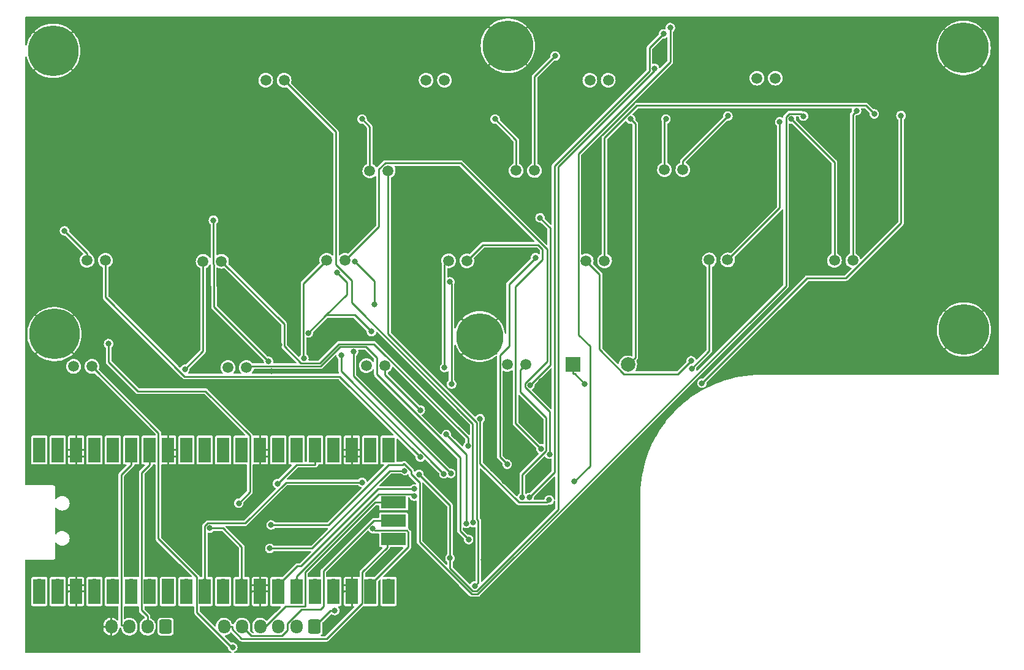
<source format=gbr>
%TF.GenerationSoftware,KiCad,Pcbnew,6.0.10+dfsg-1~bpo11+1*%
%TF.CreationDate,2023-02-28T12:29:17+00:00*%
%TF.ProjectId,CoverUI,436f7665-7255-4492-9e6b-696361645f70,rev?*%
%TF.SameCoordinates,Original*%
%TF.FileFunction,Copper,L2,Bot*%
%TF.FilePolarity,Positive*%
%FSLAX46Y46*%
G04 Gerber Fmt 4.6, Leading zero omitted, Abs format (unit mm)*
G04 Created by KiCad (PCBNEW 6.0.10+dfsg-1~bpo11+1) date 2023-02-28 12:29:17*
%MOMM*%
%LPD*%
G01*
G04 APERTURE LIST*
G04 Aperture macros list*
%AMRoundRect*
0 Rectangle with rounded corners*
0 $1 Rounding radius*
0 $2 $3 $4 $5 $6 $7 $8 $9 X,Y pos of 4 corners*
0 Add a 4 corners polygon primitive as box body*
4,1,4,$2,$3,$4,$5,$6,$7,$8,$9,$2,$3,0*
0 Add four circle primitives for the rounded corners*
1,1,$1+$1,$2,$3*
1,1,$1+$1,$4,$5*
1,1,$1+$1,$6,$7*
1,1,$1+$1,$8,$9*
0 Add four rect primitives between the rounded corners*
20,1,$1+$1,$2,$3,$4,$5,0*
20,1,$1+$1,$4,$5,$6,$7,0*
20,1,$1+$1,$6,$7,$8,$9,0*
20,1,$1+$1,$8,$9,$2,$3,0*%
G04 Aperture macros list end*
%TA.AperFunction,ComponentPad*%
%ADD10C,1.000000*%
%TD*%
%TA.AperFunction,ComponentPad*%
%ADD11C,7.000000*%
%TD*%
%TA.AperFunction,ComponentPad*%
%ADD12C,6.500000*%
%TD*%
%TA.AperFunction,ComponentPad*%
%ADD13C,1.520000*%
%TD*%
%TA.AperFunction,ComponentPad*%
%ADD14RoundRect,0.250000X0.600000X0.725000X-0.600000X0.725000X-0.600000X-0.725000X0.600000X-0.725000X0*%
%TD*%
%TA.AperFunction,ComponentPad*%
%ADD15O,1.700000X1.950000*%
%TD*%
%TA.AperFunction,ComponentPad*%
%ADD16R,2.000000X2.000000*%
%TD*%
%TA.AperFunction,ComponentPad*%
%ADD17C,2.000000*%
%TD*%
%TA.AperFunction,ComponentPad*%
%ADD18O,1.700000X1.700000*%
%TD*%
%TA.AperFunction,SMDPad,CuDef*%
%ADD19R,1.700000X3.500000*%
%TD*%
%TA.AperFunction,ComponentPad*%
%ADD20R,1.700000X1.700000*%
%TD*%
%TA.AperFunction,SMDPad,CuDef*%
%ADD21R,3.500000X1.700000*%
%TD*%
%TA.AperFunction,ViaPad*%
%ADD22C,0.800000*%
%TD*%
%TA.AperFunction,Conductor*%
%ADD23C,0.250000*%
%TD*%
G04 APERTURE END LIST*
D10*
%TO.P,H1001,1,1*%
%TO.N,GND*%
X70973155Y-66833155D03*
X70973155Y-63120845D03*
X67260845Y-66833155D03*
X66492000Y-64977000D03*
X67260845Y-63120845D03*
X69117000Y-67602000D03*
D11*
X69117000Y-64977000D03*
D10*
X69117000Y-62352000D03*
X71742000Y-64977000D03*
%TD*%
%TO.P,H1006,1,1*%
%TO.N,GND*%
X129302000Y-64287000D03*
X133783155Y-66143155D03*
X130070845Y-66143155D03*
X134552000Y-64287000D03*
D11*
X131927000Y-64287000D03*
D10*
X131927000Y-66912000D03*
X133783155Y-62430845D03*
X131927000Y-61662000D03*
X130070845Y-62430845D03*
%TD*%
%TO.P,H1002,1,1*%
%TO.N,GND*%
X194877000Y-61952000D03*
X192252000Y-64577000D03*
X193020845Y-62720845D03*
X197502000Y-64577000D03*
X193020845Y-66433155D03*
D11*
X194877000Y-64577000D03*
D10*
X194877000Y-67202000D03*
X196733155Y-66433155D03*
X196733155Y-62720845D03*
%TD*%
%TO.P,H1003,1,1*%
%TO.N,GND*%
X69287000Y-106762000D03*
X71143155Y-105993155D03*
X71143155Y-102280845D03*
X67430845Y-105993155D03*
X69287000Y-101512000D03*
X67430845Y-102280845D03*
X71912000Y-104137000D03*
X66662000Y-104137000D03*
D11*
X69287000Y-104137000D03*
%TD*%
D10*
%TO.P,H1004,1,1*%
%TO.N,GND*%
X129883155Y-106343155D03*
X130652000Y-104487000D03*
X129883155Y-102630845D03*
X126170845Y-106343155D03*
X126170845Y-102630845D03*
D12*
X128027000Y-104487000D03*
D10*
X128027000Y-101862000D03*
X125402000Y-104487000D03*
X128027000Y-107112000D03*
%TD*%
D11*
%TO.P,H1005,1,1*%
%TO.N,GND*%
X194937000Y-103507000D03*
D10*
X194937000Y-106132000D03*
X193080845Y-101650845D03*
X194937000Y-100882000D03*
X192312000Y-103507000D03*
X196793155Y-101650845D03*
X193080845Y-105363155D03*
X197562000Y-103507000D03*
X196793155Y-105363155D03*
%TD*%
D13*
%TO.P,D1013,1,A*%
%TO.N,Net-(D1013-Pad1)*%
X159752000Y-93887000D03*
%TO.P,D1013,2,K*%
%TO.N,Net-(D1013-Pad2)*%
X162292000Y-93887000D03*
%TD*%
%TO.P,D1016,1,A*%
%TO.N,Net-(D1016-Pad1)*%
X93272000Y-108777000D03*
%TO.P,D1016,2,K*%
%TO.N,Net-(D1016-Pad2)*%
X95812000Y-108777000D03*
%TD*%
%TO.P,D1005,1,A*%
%TO.N,Net-(D1005-Pad1)*%
X112852000Y-81577000D03*
%TO.P,D1005,2,K*%
%TO.N,Net-(D1005-Pad2)*%
X115392000Y-81577000D03*
%TD*%
%TO.P,D1012,1,A*%
%TO.N,Net-(D1012-Pad1)*%
X142742000Y-94007000D03*
%TO.P,D1012,2,K*%
%TO.N,Net-(D1012-Pad2)*%
X145282000Y-94007000D03*
%TD*%
%TO.P,D1002,1,A*%
%TO.N,Net-(D1002-Pad1)*%
X120632000Y-69037000D03*
%TO.P,D1002,2,K*%
%TO.N,Net-(D1002-Pad2)*%
X123172000Y-69037000D03*
%TD*%
%TO.P,D1006,1,A*%
%TO.N,Net-(D1006-Pad1)*%
X133062000Y-81527000D03*
%TO.P,D1006,2,K*%
%TO.N,Net-(D1006-Pad2)*%
X135602000Y-81527000D03*
%TD*%
%TO.P,D1007,1,A*%
%TO.N,Net-(D1007-Pad1)*%
X153562000Y-81407000D03*
%TO.P,D1007,2,K*%
%TO.N,Net-(D1007-Pad2)*%
X156102000Y-81407000D03*
%TD*%
%TO.P,D1017,1,A*%
%TO.N,Net-(D1017-Pad1)*%
X112392000Y-108497000D03*
%TO.P,D1017,2,K*%
%TO.N,Net-(D1017-Pad2)*%
X114932000Y-108497000D03*
%TD*%
%TO.P,D1014,1,A*%
%TO.N,Net-(D1014-Pad1)*%
X177042000Y-93947000D03*
%TO.P,D1014,2,K*%
%TO.N,Net-(D1014-Pad2)*%
X179582000Y-93947000D03*
%TD*%
%TO.P,D1010,1,A*%
%TO.N,Net-(D1010-Pad1)*%
X106892000Y-93947000D03*
%TO.P,D1010,2,K*%
%TO.N,Net-(D1010-Pad2)*%
X109432000Y-93947000D03*
%TD*%
%TO.P,D1018,1,A*%
%TO.N,Net-(D1018-Pad1)*%
X131862000Y-108317000D03*
%TO.P,D1018,2,K*%
%TO.N,Net-(D1018-Pad2)*%
X134402000Y-108317000D03*
%TD*%
%TO.P,D1001,1,A*%
%TO.N,Net-(D1001-Pad1)*%
X98472000Y-69037000D03*
%TO.P,D1001,2,K*%
%TO.N,Net-(D1001-Pad2)*%
X101012000Y-69037000D03*
%TD*%
%TO.P,D1004,1,A*%
%TO.N,Net-(D1004-Pad1)*%
X166332000Y-68757000D03*
%TO.P,D1004,2,K*%
%TO.N,Net-(D1004-Pad2)*%
X168872000Y-68757000D03*
%TD*%
%TO.P,D1008,1,A*%
%TO.N,Net-(D1008-Pad1)*%
X73787000Y-93947000D03*
%TO.P,D1008,2,K*%
%TO.N,Net-(D1008-Pad2)*%
X76327000Y-93947000D03*
%TD*%
%TO.P,D1015,1,A*%
%TO.N,Net-(D1015-Pad1)*%
X71932000Y-108607000D03*
%TO.P,D1015,2,K*%
%TO.N,Net-(D1015-Pad2)*%
X74472000Y-108607000D03*
%TD*%
%TO.P,D1011,1,A*%
%TO.N,Net-(D1011-Pad1)*%
X123722000Y-94007000D03*
%TO.P,D1011,2,K*%
%TO.N,Net-(D1011-Pad2)*%
X126262000Y-94007000D03*
%TD*%
%TO.P,D1009,1,A*%
%TO.N,Net-(D1009-Pad1)*%
X89822000Y-94067000D03*
%TO.P,D1009,2,K*%
%TO.N,Net-(D1009-Pad2)*%
X92362000Y-94067000D03*
%TD*%
%TO.P,D1003,1,A*%
%TO.N,Net-(D1003-Pad1)*%
X143252000Y-69037000D03*
%TO.P,D1003,2,K*%
%TO.N,Net-(D1003-Pad2)*%
X145792000Y-69037000D03*
%TD*%
D14*
%TO.P,J1001,1,Pin_1*%
%TO.N,+5V*%
X84632800Y-144576800D03*
D15*
%TO.P,J1001,2,Pin_2*%
%TO.N,/RaspberryPico/PiCo_RX*%
X82132800Y-144576800D03*
%TO.P,J1001,3,Pin_3*%
%TO.N,/RaspberryPico/PiCo_TX*%
X79632800Y-144576800D03*
%TO.P,J1001,4,Pin_4*%
%TO.N,GND*%
X77132800Y-144576800D03*
%TD*%
D16*
%TO.P,BZ1,1,-*%
%TO.N,Net-(BZ1-Pad1)*%
X140929200Y-108356400D03*
D17*
%TO.P,BZ1,2,+*%
%TO.N,+5V*%
X148529200Y-108356400D03*
%TD*%
D14*
%TO.P,J2,1,Pin_1*%
%TO.N,+5V*%
X105206800Y-144576800D03*
D15*
%TO.P,J2,2,Pin_2*%
%TO.N,Net-(J2-Pad2)*%
X102706800Y-144576800D03*
%TO.P,J2,3,Pin_3*%
%TO.N,Net-(J2-Pad3)*%
X100206800Y-144576800D03*
%TO.P,J2,4,Pin_4*%
%TO.N,Net-(J2-Pad4)*%
X97706800Y-144576800D03*
%TO.P,J2,5,Pin_5*%
%TO.N,Net-(J2-Pad5)*%
X95206800Y-144576800D03*
%TO.P,J2,6,Pin_6*%
%TO.N,Net-(J2-Pad6)*%
X92706800Y-144576800D03*
%TD*%
D18*
%TO.P,U1,1,GPIO0*%
%TO.N,Net-(J2-Pad3)*%
X67208400Y-121056400D03*
D19*
X67208400Y-120156400D03*
D18*
%TO.P,U1,2,GPIO1*%
%TO.N,Net-(J2-Pad2)*%
X69748400Y-121056400D03*
D19*
X69748400Y-120156400D03*
%TO.P,U1,3,GND*%
%TO.N,GND*%
X72288400Y-120156400D03*
D20*
X72288400Y-121056400D03*
D19*
%TO.P,U1,4,GPIO2*%
%TO.N,/RaspberryPico/GP2*%
X74828400Y-120156400D03*
D18*
X74828400Y-121056400D03*
D19*
%TO.P,U1,5,GPIO3*%
%TO.N,/RaspberryPico/GP3*%
X77368400Y-120156400D03*
D18*
X77368400Y-121056400D03*
D19*
%TO.P,U1,6,GPIO4*%
%TO.N,/RaspberryPico/PiCo_TX*%
X79908400Y-120156400D03*
D18*
X79908400Y-121056400D03*
%TO.P,U1,7,GPIO5*%
%TO.N,/RaspberryPico/PiCo_RX*%
X82448400Y-121056400D03*
D19*
X82448400Y-120156400D03*
%TO.P,U1,8,GND*%
%TO.N,GND*%
X84988400Y-120156400D03*
D20*
X84988400Y-121056400D03*
D19*
%TO.P,U1,9,GPIO6*%
%TO.N,/RaspberryPico/GP6*%
X87528400Y-120156400D03*
D18*
X87528400Y-121056400D03*
%TO.P,U1,10,GPIO7*%
%TO.N,/RaspberryPico/GP7*%
X90068400Y-121056400D03*
D19*
X90068400Y-120156400D03*
%TO.P,U1,11,GPIO8*%
%TO.N,/RaspberryPico/GP8*%
X92608400Y-120156400D03*
D18*
X92608400Y-121056400D03*
%TO.P,U1,12,GPIO9*%
%TO.N,/RaspberryPico/GP9*%
X95148400Y-121056400D03*
D19*
X95148400Y-120156400D03*
%TO.P,U1,13,GND*%
%TO.N,GND*%
X97688400Y-120156400D03*
D20*
X97688400Y-121056400D03*
D19*
%TO.P,U1,14,GPIO10*%
%TO.N,/LEDmux/SRCK_3.3V*%
X100228400Y-120156400D03*
D18*
X100228400Y-121056400D03*
%TO.P,U1,15,GPIO11*%
%TO.N,/LEDmux/RCK_3.3V*%
X102768400Y-121056400D03*
D19*
X102768400Y-120156400D03*
%TO.P,U1,16,GPIO12*%
%TO.N,/LEDmux/SER_3.3V*%
X105308400Y-120156400D03*
D18*
X105308400Y-121056400D03*
%TO.P,U1,17,GPIO13*%
%TO.N,/LEDmux/G_3.3V*%
X107848400Y-121056400D03*
D19*
X107848400Y-120156400D03*
D20*
%TO.P,U1,18,GND*%
%TO.N,GND*%
X110388400Y-121056400D03*
D19*
X110388400Y-120156400D03*
%TO.P,U1,19,GPIO14*%
%TO.N,/RaspberryPico/GP14*%
X112928400Y-120156400D03*
D18*
X112928400Y-121056400D03*
D19*
%TO.P,U1,20,GPIO15*%
%TO.N,/RaspberryPico/GP15*%
X115468400Y-120156400D03*
D18*
X115468400Y-121056400D03*
%TO.P,U1,21,GPIO16*%
%TO.N,/RaspberryPico/GP16*%
X115468400Y-138836400D03*
D19*
X115468400Y-139736400D03*
%TO.P,U1,22,GPIO17*%
%TO.N,/RaspberryPico/GP17*%
X112928400Y-139736400D03*
D18*
X112928400Y-138836400D03*
D20*
%TO.P,U1,23,GND*%
%TO.N,GND*%
X110388400Y-138836400D03*
D19*
X110388400Y-139736400D03*
%TO.P,U1,24,GPIO18*%
%TO.N,/RaspberryPico/GP18*%
X107848400Y-139736400D03*
D18*
X107848400Y-138836400D03*
%TO.P,U1,25,GPIO19*%
%TO.N,/RaspberryPico/GP19*%
X105308400Y-138836400D03*
D19*
X105308400Y-139736400D03*
D18*
%TO.P,U1,26,GPIO20*%
%TO.N,/RaspberryPico/GP20*%
X102768400Y-138836400D03*
D19*
X102768400Y-139736400D03*
%TO.P,U1,27,GPIO21*%
%TO.N,/RaspberryPico/GP21*%
X100228400Y-139736400D03*
D18*
X100228400Y-138836400D03*
D20*
%TO.P,U1,28,GND*%
%TO.N,GND*%
X97688400Y-138836400D03*
D19*
X97688400Y-139736400D03*
%TO.P,U1,29,GPIO22*%
%TO.N,/RaspberryPico/GP22*%
X95148400Y-139736400D03*
D18*
X95148400Y-138836400D03*
%TO.P,U1,30,RUN*%
%TO.N,unconnected-(U1-Pad30)*%
X92608400Y-138836400D03*
D19*
X92608400Y-139736400D03*
%TO.P,U1,31,GPIO26_ADC0*%
%TO.N,/RaspberryPico/GP26*%
X90068400Y-139736400D03*
D18*
X90068400Y-138836400D03*
D19*
%TO.P,U1,32,GPIO27_ADC1*%
%TO.N,/RaspberryPico/GP27*%
X87528400Y-139736400D03*
D18*
X87528400Y-138836400D03*
D19*
%TO.P,U1,33,AGND*%
%TO.N,unconnected-(U1-Pad33)*%
X84988400Y-139736400D03*
D20*
X84988400Y-138836400D03*
D19*
%TO.P,U1,34,GPIO28_ADC2*%
%TO.N,/RaspberryPico/GP28*%
X82448400Y-139736400D03*
D18*
X82448400Y-138836400D03*
%TO.P,U1,35,ADC_VREF*%
%TO.N,unconnected-(U1-Pad35)*%
X79908400Y-138836400D03*
D19*
X79908400Y-139736400D03*
D18*
%TO.P,U1,36,3V3*%
%TO.N,+3V3*%
X77368400Y-138836400D03*
D19*
X77368400Y-139736400D03*
%TO.P,U1,37,3V3_EN*%
%TO.N,unconnected-(U1-Pad37)*%
X74828400Y-139736400D03*
D18*
X74828400Y-138836400D03*
D19*
%TO.P,U1,38,GND*%
%TO.N,GND*%
X72288400Y-139736400D03*
D20*
X72288400Y-138836400D03*
D19*
%TO.P,U1,39,VSYS*%
%TO.N,+5V*%
X69748400Y-139736400D03*
D18*
X69748400Y-138836400D03*
%TO.P,U1,40,VBUS*%
%TO.N,unconnected-(U1-Pad40)*%
X67208400Y-138836400D03*
D19*
X67208400Y-139736400D03*
D18*
%TO.P,U1,41,SWCLK*%
%TO.N,Net-(J2-Pad4)*%
X115238400Y-127406400D03*
D21*
X116138400Y-127406400D03*
%TO.P,U1,42,GND*%
%TO.N,Net-(J2-Pad5)*%
X116138400Y-129946400D03*
D20*
X115238400Y-129946400D03*
D18*
%TO.P,U1,43,SWDIO*%
%TO.N,Net-(J2-Pad6)*%
X115238400Y-132486400D03*
D21*
X116138400Y-132486400D03*
%TD*%
D22*
%TO.N,GND*%
X117094000Y-119583000D03*
X130454000Y-128829000D03*
X134112000Y-120178700D03*
X130962000Y-133198000D03*
X129489000Y-120142000D03*
X131420000Y-131013000D03*
X168046000Y-107493000D03*
X102768000Y-131978000D03*
X152197000Y-106070000D03*
X112268000Y-143053000D03*
X111100000Y-116383000D03*
X72237600Y-97586800D03*
X123444000Y-114097000D03*
X154178000Y-70104000D03*
X122377000Y-116738000D03*
X135738000Y-145288000D03*
X148641000Y-128524000D03*
X110947000Y-145948000D03*
X134976000Y-115011000D03*
X122733000Y-75742800D03*
X128575000Y-135331000D03*
X88950800Y-76555600D03*
X132893000Y-70967600D03*
X75488800Y-125222000D03*
X124562000Y-140259000D03*
X116789000Y-143053000D03*
X132893000Y-125324000D03*
X141224000Y-65989200D03*
X135026000Y-125324000D03*
X91592400Y-103734000D03*
X102362000Y-116332000D03*
X123038000Y-120548000D03*
X79806800Y-135636000D03*
X87325200Y-132639000D03*
X80314800Y-105816000D03*
X104140000Y-128575000D03*
X68478400Y-92049600D03*
X131465000Y-124466000D03*
X129839000Y-122840000D03*
X79908400Y-126086000D03*
X114960000Y-112776000D03*
X128930000Y-124511000D03*
X96316800Y-114402000D03*
X178664000Y-74269600D03*
X83159600Y-115672000D03*
X176835000Y-73609200D03*
X121869000Y-129743000D03*
X119990000Y-117856000D03*
X96977200Y-116078000D03*
X70764400Y-113792000D03*
X93319600Y-135534000D03*
X172720000Y-62738000D03*
X71475600Y-143154000D03*
X105258000Y-106020000D03*
X100335448Y-105599100D03*
X86918800Y-116383000D03*
X152349000Y-66090800D03*
X129743000Y-131318000D03*
X128829000Y-128778000D03*
X72745600Y-130200000D03*
X111201000Y-134315000D03*
X114605000Y-135687000D03*
X137820000Y-125273000D03*
X131166000Y-123102000D03*
X94284800Y-66090800D03*
X139344000Y-77927200D03*
X122631000Y-124765000D03*
X185979000Y-62890400D03*
X197256000Y-94538800D03*
X99263200Y-109271000D03*
X118059000Y-135788000D03*
X91490800Y-131775000D03*
X90119200Y-117348000D03*
X121666000Y-137363000D03*
X97282000Y-123393000D03*
X117089272Y-123834991D03*
X176174000Y-71120000D03*
X120752000Y-122631000D03*
X129292000Y-125339500D03*
X144272000Y-137922000D03*
X136550000Y-110642000D03*
X157074000Y-76758800D03*
X124460000Y-64922400D03*
X185217000Y-68478400D03*
X93065600Y-117043000D03*
X147168000Y-106324000D03*
X122072000Y-142392000D03*
X135230000Y-137617000D03*
X68478400Y-144932000D03*
X148641000Y-121564000D03*
X140564000Y-71424800D03*
X194107000Y-80518000D03*
X101498000Y-114402000D03*
X127711000Y-114198000D03*
X97282000Y-124866000D03*
X132080000Y-117958000D03*
X90373200Y-127965000D03*
X135077000Y-134366000D03*
X102139000Y-105238000D03*
X164033000Y-70307200D03*
X75387200Y-115468000D03*
X181000000Y-74625200D03*
X118110000Y-140106000D03*
X70612000Y-74320400D03*
%TO.N,+5V*%
X108025000Y-142348000D03*
X148882000Y-74411000D03*
%TO.N,/RaspberryPico/GP16*%
X123432000Y-118000000D03*
X126201000Y-130311000D03*
%TO.N,/RaspberryPico/GP17*%
X113267000Y-131019000D03*
%TO.N,Net-(D1001-Pad2)*%
X127143000Y-130191000D03*
%TO.N,/RaspberryPico/GP19*%
X94742000Y-127508000D03*
X76758800Y-105461000D03*
%TO.N,/RaspberryPico/GP20*%
X108915000Y-107036000D03*
X118974000Y-126543000D03*
X123088000Y-123444000D03*
%TO.N,/RaspberryPico/GP21*%
X124044000Y-123407000D03*
X110592000Y-106578500D03*
X119021000Y-125541000D03*
X113498400Y-100055000D03*
X110812000Y-94090100D03*
%TO.N,Net-(D1005-Pad2)*%
X127352000Y-138954000D03*
%TO.N,/RaspberryPico/GP22*%
X104346000Y-103985000D03*
X108333000Y-95652500D03*
X113072300Y-103794200D03*
X90729044Y-130962244D03*
%TO.N,Net-(D1005-Pad1)*%
X111785000Y-74411000D03*
%TO.N,Net-(D1006-Pad1)*%
X130165000Y-74411000D03*
%TO.N,Net-(D1007-Pad1)*%
X153760000Y-74411000D03*
%TO.N,Net-(D1006-Pad2)*%
X138466000Y-65683100D03*
%TO.N,Net-(D1008-Pad1)*%
X70668400Y-89857900D03*
%TO.N,Net-(D1009-Pad1)*%
X87289600Y-109012000D03*
%TO.N,Net-(D1010-Pad1)*%
X103744000Y-107485500D03*
%TO.N,Net-(D1011-Pad1)*%
X123178000Y-108760000D03*
%TO.N,Net-(D1012-Pad1)*%
X157263000Y-107825000D03*
%TO.N,Net-(D1013-Pad1)*%
X157318000Y-108887000D03*
%TO.N,Net-(D1014-Pad1)*%
X171091000Y-74411000D03*
%TO.N,Net-(D1007-Pad2)*%
X162325000Y-73993400D03*
%TO.N,Net-(D1008-Pad2)*%
X119826000Y-121136000D03*
%TO.N,Net-(D1009-Pad2)*%
X126402000Y-119622000D03*
%TO.N,Net-(D1010-Pad2)*%
X137668000Y-120749000D03*
%TO.N,Net-(D1011-Pad2)*%
X136492000Y-119996000D03*
%TO.N,Net-(D1012-Pad2)*%
X182542000Y-73687900D03*
%TO.N,Net-(D1013-Pad2)*%
X169490000Y-74776300D03*
%TO.N,Net-(D1014-Pad2)*%
X180100000Y-73247100D03*
%TO.N,Net-(D1015-Pad2)*%
X93914900Y-147444000D03*
%TO.N,Net-(D1016-Pad2)*%
X126501000Y-132538000D03*
%TO.N,Net-(D1017-Pad2)*%
X128088000Y-115831000D03*
X137638000Y-127071000D03*
X119820000Y-114642000D03*
%TO.N,Net-(D1018-Pad2)*%
X133904000Y-126689000D03*
%TO.N,/LEDmux/SER*%
X99217400Y-130517000D03*
X172768000Y-74001300D03*
%TO.N,/LEDmux/RCK*%
X141072000Y-124538000D03*
X154372000Y-61777700D03*
%TO.N,/LEDmux/SRCK*%
X123934000Y-135103000D03*
X119646000Y-123532000D03*
X117599056Y-123033944D03*
X152170000Y-67398100D03*
X99041700Y-133757000D03*
%TO.N,Net-(U2-Pad9)*%
X153430000Y-62631000D03*
X134886000Y-126732000D03*
%TO.N,/RaspberryPico/GP26*%
X111785000Y-124628000D03*
%TO.N,Net-(R6-Pad2)*%
X91236800Y-88392000D03*
X98856800Y-107899000D03*
%TO.N,Net-(R7-Pad2)*%
X136373000Y-88061800D03*
X134976000Y-111201000D03*
%TO.N,Net-(R8-Pad2)*%
X124155000Y-111049000D03*
X123925300Y-96916800D03*
%TO.N,Net-(R9-Pad2)*%
X131826000Y-122123000D03*
X135737600Y-93573600D03*
%TO.N,Net-(BZ1-Pad1)*%
X142570000Y-111039000D03*
%TO.N,/LEDmux/SER_3.3V*%
X100112000Y-124810000D03*
%TO.N,/LEDmux/G*%
X158741000Y-110923000D03*
X186239000Y-73912700D03*
%TD*%
D23*
%TO.N,+5V*%
X107436000Y-142348000D02*
X105207000Y-144577000D01*
X149529000Y-75058300D02*
X149529000Y-107356000D01*
X149529000Y-107356000D02*
X148529000Y-108356000D01*
X108025000Y-142348000D02*
X107436000Y-142348000D01*
X148882000Y-74411000D02*
X149529000Y-75058300D01*
%TO.N,/RaspberryPico/PiCo_RX*%
X81323200Y-142314000D02*
X81323200Y-123307000D01*
X81323200Y-123307000D02*
X82448400Y-122182000D01*
X82132800Y-143124000D02*
X81323200Y-142314000D01*
X82448400Y-122182000D02*
X82448400Y-121056400D01*
X82132800Y-144374000D02*
X82132800Y-143124000D01*
%TO.N,/RaspberryPico/PiCo_TX*%
X79908400Y-121056400D02*
X79908400Y-122182000D01*
X78507700Y-144374000D02*
X79430000Y-144374000D01*
X79908400Y-122182000D02*
X78507700Y-123582000D01*
X78507700Y-123582000D02*
X78507700Y-144374000D01*
%TO.N,Net-(J2-Pad4)*%
X103893000Y-141761000D02*
X101233000Y-141761000D01*
X101233000Y-141761000D02*
X98418000Y-144577000D01*
X113553000Y-127406000D02*
X103893000Y-137066000D01*
X115238000Y-127406000D02*
X113553000Y-127406000D01*
X103893000Y-137066000D02*
X103893000Y-141761000D01*
%TO.N,Net-(J2-Pad6)*%
X95146800Y-146261000D02*
X106887000Y-146261000D01*
X93831900Y-144577000D02*
X93831900Y-144946000D01*
X115238000Y-133612000D02*
X115238000Y-132486400D01*
X111803000Y-141345000D02*
X111803000Y-137047000D01*
X111803000Y-137047000D02*
X115238000Y-133612000D01*
X106887000Y-146261000D02*
X111803000Y-141345000D01*
X93831900Y-144946000D02*
X95146800Y-146261000D01*
X92707000Y-144577000D02*
X93831900Y-144577000D01*
%TO.N,/RaspberryPico/GP16*%
X126194000Y-120763000D02*
X126194000Y-130304000D01*
X126194000Y-130304000D02*
X126201000Y-130311000D01*
X123432000Y-118000000D02*
X126194000Y-120763000D01*
%TO.N,/RaspberryPico/GP17*%
X112928000Y-138836000D02*
X118164000Y-133601000D01*
X117936000Y-131295000D02*
X113542000Y-131295000D01*
X113542000Y-131295000D02*
X113267000Y-131019000D01*
X118164000Y-133601000D02*
X118164000Y-131522000D01*
X118164000Y-131522000D02*
X117936000Y-131295000D01*
%TO.N,Net-(D1001-Pad2)*%
X108162000Y-94508100D02*
X110352000Y-96697800D01*
X108162000Y-76187000D02*
X108162000Y-94508100D01*
X110352000Y-96697800D02*
X110352000Y-99779100D01*
X127077000Y-116504000D02*
X127077000Y-130124000D01*
X101012000Y-69037000D02*
X108162000Y-76187000D01*
X110352000Y-99779100D02*
X127077000Y-116504000D01*
X127077000Y-130124000D02*
X127143000Y-130191000D01*
%TO.N,/RaspberryPico/GP19*%
X94742000Y-127508000D02*
X96273400Y-125977000D01*
X96273400Y-118131000D02*
X90156000Y-112014000D01*
X76758800Y-108001000D02*
X76758800Y-105461000D01*
X90156000Y-112014000D02*
X80772000Y-112014000D01*
X80772000Y-112014000D02*
X76758800Y-108001000D01*
X96273400Y-125977000D02*
X96273400Y-118131000D01*
%TO.N,/RaspberryPico/GP20*%
X118712000Y-126281000D02*
X118974000Y-126543000D01*
X102768000Y-137626000D02*
X114113000Y-126281000D01*
X108915000Y-109271000D02*
X108915000Y-107036000D01*
X102768000Y-138231000D02*
X102768000Y-137626000D01*
X114113000Y-126281000D02*
X118712000Y-126281000D01*
X123088000Y-123444000D02*
X108915000Y-109271000D01*
%TO.N,/RaspberryPico/GP21*%
X103371000Y-136202000D02*
X114032000Y-125541000D01*
X113498400Y-100055000D02*
X113498400Y-96776500D01*
X113498400Y-96776500D02*
X110812000Y-94090100D01*
X124044000Y-123407000D02*
X110592000Y-109955000D01*
X110592000Y-109955000D02*
X110592000Y-106578500D01*
X114032000Y-125541000D02*
X119021000Y-125541000D01*
X102863000Y-136202000D02*
X103371000Y-136202000D01*
X100228000Y-138836000D02*
X102863000Y-136202000D01*
%TO.N,Net-(D1005-Pad2)*%
X127818000Y-138489000D02*
X127352000Y-138954000D01*
X127667000Y-116365000D02*
X127667000Y-129761000D01*
X115392000Y-104090000D02*
X127667000Y-116365000D01*
X115392000Y-81577000D02*
X115392000Y-104090000D01*
X127818000Y-129911000D02*
X127818000Y-138489000D01*
X127667000Y-129761000D02*
X127818000Y-129911000D01*
%TO.N,/RaspberryPico/GP22*%
X109677000Y-98653600D02*
X106828200Y-101502600D01*
X106828200Y-101502600D02*
X110780700Y-101502600D01*
X92557644Y-130962244D02*
X90729044Y-130962244D01*
X108352300Y-95652500D02*
X109677000Y-96977200D01*
X109677000Y-96977200D02*
X109677000Y-98653600D01*
X106828200Y-101502600D02*
X104346000Y-103985000D01*
X95148400Y-138836000D02*
X95148400Y-133553000D01*
X95148400Y-133553000D02*
X92557644Y-130962244D01*
X108333000Y-95652500D02*
X108352300Y-95652500D01*
X110780700Y-101502600D02*
X113072300Y-103794200D01*
%TO.N,Net-(D1005-Pad1)*%
X112852000Y-75477800D02*
X112852000Y-81577000D01*
X111785000Y-74411000D02*
X112852000Y-75477800D01*
%TO.N,Net-(D1006-Pad1)*%
X133062000Y-77308200D02*
X133062000Y-81527000D01*
X130165000Y-74411000D02*
X133062000Y-77308200D01*
%TO.N,Net-(D1007-Pad1)*%
X153562000Y-74608800D02*
X153562000Y-81407000D01*
X153760000Y-74411000D02*
X153562000Y-74608800D01*
%TO.N,Net-(D1006-Pad2)*%
X135602000Y-68546800D02*
X135602000Y-81527000D01*
X138466000Y-65683100D02*
X135602000Y-68546800D01*
%TO.N,Net-(D1008-Pad1)*%
X70668400Y-89857900D02*
X73787000Y-92976500D01*
X73787000Y-92976500D02*
X73787000Y-93947000D01*
%TO.N,Net-(D1009-Pad1)*%
X89822000Y-106479000D02*
X89822000Y-94067000D01*
X87289600Y-109012000D02*
X89822000Y-106479000D01*
%TO.N,Net-(D1010-Pad1)*%
X103671000Y-107412500D02*
X103744000Y-107485500D01*
X103671000Y-97168000D02*
X103671000Y-107412500D01*
X106892000Y-93947000D02*
X103671000Y-97168000D01*
%TO.N,Net-(D1011-Pad1)*%
X123178000Y-108760000D02*
X123178000Y-94551300D01*
X123178000Y-94551300D02*
X123722000Y-94007000D01*
%TO.N,Net-(D1012-Pad1)*%
X144577000Y-95841800D02*
X144577000Y-106248000D01*
X142742000Y-94007000D02*
X144577000Y-95841800D01*
X155439000Y-109649000D02*
X157263000Y-107825000D01*
X147978000Y-109649000D02*
X155439000Y-109649000D01*
X144577000Y-106248000D02*
X147978000Y-109649000D01*
%TO.N,Net-(D1013-Pad1)*%
X159752000Y-106454000D02*
X159752000Y-93887000D01*
X157318000Y-108887000D02*
X159752000Y-106454000D01*
%TO.N,Net-(D1014-Pad1)*%
X177042000Y-80362300D02*
X177042000Y-93947000D01*
X171091000Y-74411000D02*
X177042000Y-80362300D01*
%TO.N,Net-(D1007-Pad2)*%
X162325000Y-73993400D02*
X156102000Y-80216700D01*
X156102000Y-80216700D02*
X156102000Y-81407000D01*
%TO.N,Net-(D1008-Pad2)*%
X76327000Y-99047200D02*
X87277000Y-109997000D01*
X76327000Y-93947000D02*
X76327000Y-99047200D01*
X108688000Y-109997000D02*
X119826000Y-121136000D01*
X87277000Y-109997000D02*
X108688000Y-109997000D01*
%TO.N,Net-(D1009-Pad2)*%
X101009948Y-105811948D02*
X103358000Y-108160000D01*
X113419000Y-105504000D02*
X126402000Y-118487000D01*
X92362000Y-94067000D02*
X101009948Y-102714948D01*
X105916000Y-108160000D02*
X108572000Y-105504000D01*
X101009948Y-102714948D02*
X101009948Y-105811948D01*
X103358000Y-108160000D02*
X105916000Y-108160000D01*
X108572000Y-105504000D02*
X113419000Y-105504000D01*
X126402000Y-118487000D02*
X126402000Y-119622000D01*
%TO.N,Net-(D1010-Pad2)*%
X125402600Y-80495400D02*
X137349000Y-92441800D01*
X134301000Y-111481000D02*
X137668000Y-114848000D01*
X137668000Y-114848000D02*
X137668000Y-120749000D01*
X134301000Y-110922000D02*
X134301000Y-111481000D01*
X114122000Y-89257000D02*
X114122000Y-81360600D01*
X114987000Y-80495400D02*
X125402600Y-80495400D01*
X109432000Y-93947000D02*
X114122000Y-89257000D01*
X137349000Y-92441800D02*
X137349000Y-107874000D01*
X137349000Y-107874000D02*
X134301000Y-110922000D01*
X114122000Y-81360600D02*
X114987000Y-80495400D01*
%TO.N,Net-(D1011-Pad2)*%
X132988000Y-97599900D02*
X136717000Y-93870500D01*
X136717000Y-93870500D02*
X136717000Y-92374780D01*
X136492000Y-119996000D02*
X132988000Y-116492000D01*
X136717000Y-92374780D02*
X136123720Y-91781500D01*
X136123720Y-91781500D02*
X128487500Y-91781500D01*
X128487500Y-91781500D02*
X126262000Y-94007000D01*
X132988000Y-116492000D02*
X132988000Y-97599900D01*
%TO.N,Net-(D1012-Pad2)*%
X181392000Y-72537200D02*
X182542000Y-73687900D01*
X145282000Y-94007000D02*
X145282000Y-77015900D01*
X149761000Y-72537200D02*
X181392000Y-72537200D01*
X145282000Y-77015900D02*
X149761000Y-72537200D01*
%TO.N,Net-(D1013-Pad2)*%
X169490000Y-74776300D02*
X169490000Y-86688500D01*
X169490000Y-86688500D02*
X162292000Y-93887000D01*
%TO.N,Net-(D1014-Pad2)*%
X180100000Y-73247100D02*
X179582000Y-73765400D01*
X179582000Y-73765400D02*
X179582000Y-93947000D01*
%TO.N,Net-(D1015-Pad2)*%
X88943200Y-142585000D02*
X88943200Y-137711000D01*
X93802100Y-147444000D02*
X88943200Y-142585000D01*
X93914900Y-147444000D02*
X93802100Y-147444000D01*
X83634600Y-117770000D02*
X74472000Y-108607000D01*
X83634600Y-132403000D02*
X83634600Y-117770000D01*
X88943200Y-137711000D02*
X83634600Y-132403000D01*
%TO.N,Net-(D1016-Pad2)*%
X112311000Y-105904000D02*
X113827000Y-107420000D01*
X125323600Y-121219600D02*
X125323600Y-131360600D01*
X108737000Y-105904000D02*
X112311000Y-105904000D01*
X96043400Y-108574000D02*
X106068000Y-108574000D01*
X113827000Y-109723000D02*
X125323600Y-121219600D01*
X106068000Y-108574000D02*
X108737000Y-105904000D01*
X125323600Y-131360600D02*
X126501000Y-132538000D01*
X113827000Y-107420000D02*
X113827000Y-109723000D01*
%TO.N,Net-(D1017-Pad2)*%
X128088000Y-122043000D02*
X128088000Y-115831000D01*
X137638000Y-127071000D02*
X137302000Y-127407000D01*
X119820000Y-114642000D02*
X114932000Y-109754000D01*
X114932000Y-109754000D02*
X114932000Y-108497000D01*
X133452000Y-127407000D02*
X128088000Y-122043000D01*
X137302000Y-127407000D02*
X133452000Y-127407000D01*
%TO.N,Net-(D1018-Pad2)*%
X134402000Y-108317000D02*
X133642000Y-109077000D01*
X137214000Y-120249000D02*
X133904000Y-123559000D01*
X137214000Y-115678000D02*
X137214000Y-120249000D01*
X133904000Y-123559000D02*
X133904000Y-126689000D01*
X133642000Y-112106000D02*
X137214000Y-115678000D01*
X133642000Y-109077000D02*
X133642000Y-112106000D01*
%TO.N,/LEDmux/SER*%
X117424000Y-122211000D02*
X115459000Y-122211000D01*
X118574000Y-123055000D02*
X118574000Y-123513000D01*
X170364000Y-74116900D02*
X170364000Y-97466000D01*
X172768000Y-74001300D02*
X172437000Y-73670400D01*
X170810000Y-73670400D02*
X170364000Y-74116900D01*
X126920000Y-140075000D02*
X119727000Y-132881000D01*
X127755000Y-140075000D02*
X126920000Y-140075000D01*
X170364000Y-97466000D02*
X127755000Y-140075000D01*
X117577000Y-122058000D02*
X118574000Y-123055000D01*
X115459000Y-122211000D02*
X107153000Y-130517000D01*
X119727000Y-124666000D02*
X118574000Y-123513000D01*
X172437000Y-73670400D02*
X170810000Y-73670400D01*
X107153000Y-130517000D02*
X99217400Y-130517000D01*
X119727000Y-132881000D02*
X119727000Y-124666000D01*
X117577000Y-122058000D02*
X117424000Y-122211000D01*
%TO.N,/LEDmux/RCK*%
X154372000Y-66490500D02*
X141674000Y-79188100D01*
X154372000Y-61777700D02*
X154372000Y-66490500D01*
X143257000Y-105807000D02*
X143257000Y-122353000D01*
X141674000Y-79188100D02*
X141674000Y-104224000D01*
X141674000Y-104224000D02*
X143257000Y-105807000D01*
X143257000Y-122353000D02*
X141072000Y-124538000D01*
%TO.N,/LEDmux/SRCK*%
X127617000Y-139646000D02*
X127067000Y-139646000D01*
X138856000Y-80999500D02*
X138856000Y-128408000D01*
X123934000Y-127820000D02*
X119646000Y-123532000D01*
X123934000Y-136514000D02*
X123934000Y-135103000D01*
X127067000Y-139646000D02*
X123934000Y-136514000D01*
X123934000Y-135103000D02*
X123934000Y-127820000D01*
X115619056Y-123033944D02*
X117599056Y-123033944D01*
X138856000Y-128408000D02*
X127617000Y-139646000D01*
X152170000Y-67398100D02*
X152170000Y-67685400D01*
X104896000Y-133757000D02*
X115619056Y-123033944D01*
X152170000Y-67685400D02*
X138856000Y-80999500D01*
X99041700Y-133757000D02*
X104896000Y-133757000D01*
%TO.N,Net-(U2-Pad9)*%
X151495000Y-67754200D02*
X138372000Y-80877300D01*
X138372000Y-80877300D02*
X138372000Y-123246000D01*
X138372000Y-123246000D02*
X134886000Y-126732000D01*
X151495000Y-64566100D02*
X151495000Y-67754200D01*
X153430000Y-62631000D02*
X151495000Y-64566100D01*
%TO.N,Net-(J2-Pad5)*%
X106433000Y-136899000D02*
X106433000Y-141761000D01*
X103406000Y-142161000D02*
X101457000Y-144110000D01*
X101457000Y-144110000D02*
X101457000Y-145054000D01*
X106034000Y-142161000D02*
X103406000Y-142161000D01*
X95837500Y-145207500D02*
X95206800Y-144576800D01*
X100673000Y-145838000D02*
X96468400Y-145838000D01*
X96468400Y-145838000D02*
X95837600Y-145207500D01*
X115238000Y-129946000D02*
X113386000Y-129946000D01*
X101457000Y-145054000D02*
X100673000Y-145838000D01*
X95837600Y-145207500D02*
X95206800Y-144577000D01*
X95837600Y-145207500D02*
X95837500Y-145207500D01*
X106433000Y-141761000D02*
X106034000Y-142161000D01*
X113386000Y-129946000D02*
X106433000Y-136899000D01*
%TO.N,/RaspberryPico/GP26*%
X111785000Y-124628000D02*
X101274000Y-124628000D01*
X90054300Y-130683000D02*
X90054300Y-138822000D01*
X95614256Y-130287744D02*
X90449656Y-130287744D01*
X101274000Y-124628000D02*
X95614256Y-130287744D01*
X90054400Y-130683000D02*
X90449656Y-130287744D01*
X90054300Y-130683000D02*
X90054400Y-130683000D01*
%TO.N,Net-(R6-Pad2)*%
X91236800Y-88392000D02*
X91327000Y-100369000D01*
X91327000Y-100369000D02*
X98856700Y-107899000D01*
%TO.N,Net-(R7-Pad2)*%
X134976000Y-111201000D02*
X137749000Y-108428000D01*
X137749000Y-108428000D02*
X137749000Y-89438100D01*
X137749000Y-89438100D02*
X136373000Y-88061800D01*
%TO.N,Net-(R8-Pad2)*%
X123925300Y-96916800D02*
X123933800Y-96908300D01*
X124155000Y-97129600D02*
X123933800Y-96908300D01*
X124155000Y-111049000D02*
X124155000Y-97129600D01*
%TO.N,Net-(R9-Pad2)*%
X130827000Y-107026000D02*
X132080000Y-105773000D01*
X130827000Y-121124000D02*
X130827000Y-107026000D01*
X132080000Y-97231200D02*
X135737600Y-93573600D01*
X132080000Y-105773000D02*
X132080000Y-97231200D01*
X131826000Y-122123000D02*
X130827000Y-121124000D01*
%TO.N,Net-(BZ1-Pad1)*%
X141163000Y-109632000D02*
X142570000Y-111039000D01*
X140929000Y-108356400D02*
X140929000Y-109632000D01*
X140929000Y-109632000D02*
X141163000Y-109632000D01*
%TO.N,/LEDmux/SER_3.3V*%
X102741000Y-122182000D02*
X100112000Y-124810000D01*
X105308000Y-121619000D02*
X105308000Y-122182000D01*
X105308000Y-122182000D02*
X102741000Y-122182000D01*
%TO.N,/LEDmux/G*%
X178635000Y-96395900D02*
X186239000Y-88791300D01*
X158741000Y-110923000D02*
X173268000Y-96395900D01*
X186239000Y-88791300D02*
X186239000Y-73912700D01*
X173268000Y-96395900D02*
X178635000Y-96395900D01*
%TD*%
%TA.AperFunction,Conductor*%
%TO.N,GND*%
G36*
X199704691Y-60273407D02*
G01*
X199740655Y-60322907D01*
X199745500Y-60353500D01*
X199745500Y-109646500D01*
X199726593Y-109704691D01*
X199677093Y-109740655D01*
X199646500Y-109745500D01*
X167034818Y-109745500D01*
X167015505Y-109743598D01*
X167009567Y-109742417D01*
X167000000Y-109740514D01*
X166998629Y-109740787D01*
X166333252Y-109756626D01*
X166203736Y-109759709D01*
X166203733Y-109759709D01*
X166202563Y-109759737D01*
X166201415Y-109759819D01*
X166201396Y-109759820D01*
X165408117Y-109816556D01*
X165408107Y-109816557D01*
X165406932Y-109816641D01*
X165405760Y-109816781D01*
X165405751Y-109816782D01*
X164616078Y-109911199D01*
X164616059Y-109911202D01*
X164614911Y-109911339D01*
X164613760Y-109911533D01*
X164613743Y-109911535D01*
X164144436Y-109990453D01*
X163828292Y-110043615D01*
X163827152Y-110043863D01*
X163050006Y-110212921D01*
X163049995Y-110212924D01*
X163048858Y-110213171D01*
X162928003Y-110245554D01*
X162279505Y-110419318D01*
X162279497Y-110419320D01*
X162278375Y-110419621D01*
X162277263Y-110419977D01*
X162277251Y-110419980D01*
X161876530Y-110548077D01*
X161518588Y-110662499D01*
X161517507Y-110662902D01*
X161517496Y-110662906D01*
X160772318Y-110940842D01*
X160772305Y-110940847D01*
X160771217Y-110941253D01*
X160770140Y-110941714D01*
X160770138Y-110941715D01*
X160039024Y-111254797D01*
X160039006Y-111254805D01*
X160037958Y-111255254D01*
X160036904Y-111255766D01*
X159321559Y-111603258D01*
X159321542Y-111603267D01*
X159320469Y-111603788D01*
X158994569Y-111781743D01*
X158621413Y-111985501D01*
X158621403Y-111985507D01*
X158620377Y-111986067D01*
X158619383Y-111986673D01*
X158619362Y-111986685D01*
X158113997Y-112294722D01*
X157939268Y-112401225D01*
X157278684Y-112848321D01*
X157277767Y-112849008D01*
X157277755Y-112849016D01*
X156944476Y-113098506D01*
X156640121Y-113326343D01*
X156025028Y-113834207D01*
X156024148Y-113835007D01*
X155620418Y-114202022D01*
X155434796Y-114370763D01*
X154870763Y-114934796D01*
X154869965Y-114935674D01*
X154869962Y-114935677D01*
X154649362Y-115178346D01*
X154334207Y-115525028D01*
X153826343Y-116140121D01*
X153680604Y-116334806D01*
X153358755Y-116764746D01*
X153348321Y-116778684D01*
X152901225Y-117439268D01*
X152900604Y-117440287D01*
X152486685Y-118119362D01*
X152486673Y-118119383D01*
X152486067Y-118120377D01*
X152485507Y-118121403D01*
X152485501Y-118121413D01*
X152388537Y-118298990D01*
X152103788Y-118820469D01*
X152103267Y-118821542D01*
X152103258Y-118821559D01*
X151794077Y-119458037D01*
X151755254Y-119537958D01*
X151754805Y-119539006D01*
X151754797Y-119539024D01*
X151453624Y-120242329D01*
X151441253Y-120271217D01*
X151440847Y-120272305D01*
X151440842Y-120272318D01*
X151165920Y-121009416D01*
X151162499Y-121018588D01*
X151110965Y-121179801D01*
X150929009Y-121749008D01*
X150919621Y-121778375D01*
X150919320Y-121779497D01*
X150919318Y-121779505D01*
X150816438Y-122163461D01*
X150713171Y-122548858D01*
X150543615Y-123328292D01*
X150508755Y-123535599D01*
X150413558Y-124101717D01*
X150411339Y-124114911D01*
X150411202Y-124116059D01*
X150411199Y-124116078D01*
X150317135Y-124902799D01*
X150316641Y-124906932D01*
X150316557Y-124908107D01*
X150316556Y-124908117D01*
X150270099Y-125557686D01*
X150259737Y-125702563D01*
X150240787Y-126498629D01*
X150240514Y-126500000D01*
X150242417Y-126509567D01*
X150243598Y-126515505D01*
X150245500Y-126534818D01*
X150245500Y-148146500D01*
X150226593Y-148204691D01*
X150177093Y-148240655D01*
X150146500Y-148245500D01*
X94195187Y-148245500D01*
X94136996Y-148226593D01*
X94101032Y-148177093D01*
X94101032Y-148115907D01*
X94136996Y-148066407D01*
X94150705Y-148058056D01*
X94274418Y-147995835D01*
X94279755Y-147993151D01*
X94400214Y-147890269D01*
X94492655Y-147761624D01*
X94502268Y-147737713D01*
X94549518Y-147620174D01*
X94549519Y-147620172D01*
X94551742Y-147614641D01*
X94554601Y-147594553D01*
X94573606Y-147461014D01*
X94573606Y-147461008D01*
X94574062Y-147457807D01*
X94574207Y-147444000D01*
X94555176Y-147286733D01*
X94499180Y-147138546D01*
X94495800Y-147133628D01*
X94412833Y-147012909D01*
X94412830Y-147012906D01*
X94409453Y-147007992D01*
X94291175Y-146902611D01*
X94285904Y-146899820D01*
X94156448Y-146831276D01*
X94156445Y-146831275D01*
X94151174Y-146828484D01*
X94043253Y-146801376D01*
X94003323Y-146791346D01*
X94003320Y-146791346D01*
X93997533Y-146789892D01*
X93917593Y-146789473D01*
X93845087Y-146789093D01*
X93845085Y-146789093D01*
X93839121Y-146789062D01*
X93767832Y-146806177D01*
X93706835Y-146801376D01*
X93674717Y-146779915D01*
X92852583Y-145957764D01*
X92824806Y-145903247D01*
X92834378Y-145842815D01*
X92877643Y-145799551D01*
X92899392Y-145791517D01*
X92970513Y-145774377D01*
X93068026Y-145750876D01*
X93073360Y-145748451D01*
X93174627Y-145702407D01*
X93259884Y-145663643D01*
X93431786Y-145541704D01*
X93577528Y-145389460D01*
X93579565Y-145386306D01*
X93630224Y-145352520D01*
X93691360Y-145354976D01*
X93727018Y-145377825D01*
X94306914Y-145957764D01*
X94842351Y-146493241D01*
X94855515Y-146509542D01*
X94862229Y-146519940D01*
X94889847Y-146541712D01*
X94895927Y-146547114D01*
X94897843Y-146548738D01*
X94900733Y-146551628D01*
X94916963Y-146563227D01*
X94920677Y-146566016D01*
X94961447Y-146598156D01*
X94968643Y-146600683D01*
X94971309Y-146602067D01*
X94977521Y-146606507D01*
X94985361Y-146608852D01*
X94985363Y-146608853D01*
X95009534Y-146616082D01*
X95027246Y-146621380D01*
X95031668Y-146622817D01*
X95074773Y-146637955D01*
X95074782Y-146637957D01*
X95080651Y-146640018D01*
X95086216Y-146640500D01*
X95088360Y-146640500D01*
X95089475Y-146640548D01*
X95092066Y-146640767D01*
X95098564Y-146642711D01*
X95152959Y-146640576D01*
X95156843Y-146640500D01*
X106835953Y-146640500D01*
X106856791Y-146642718D01*
X106860876Y-146643598D01*
X106860879Y-146643598D01*
X106868876Y-146645320D01*
X106903804Y-146641186D01*
X106911969Y-146640705D01*
X106914446Y-146640500D01*
X106918524Y-146640500D01*
X106930597Y-146638490D01*
X106938182Y-146637228D01*
X106942801Y-146636570D01*
X106971398Y-146633185D01*
X106994341Y-146630470D01*
X107001223Y-146627165D01*
X107004092Y-146626258D01*
X107011626Y-146625004D01*
X107057304Y-146600358D01*
X107061454Y-146598243D01*
X107108232Y-146575781D01*
X107112508Y-146572186D01*
X107114009Y-146570685D01*
X107114854Y-146569910D01*
X107116842Y-146568232D01*
X107122814Y-146565010D01*
X107159747Y-146525056D01*
X107162440Y-146522254D01*
X111924550Y-141760144D01*
X111979067Y-141732367D01*
X112013868Y-141733050D01*
X112053333Y-141740900D01*
X112928219Y-141740900D01*
X113803466Y-141740899D01*
X113808232Y-141739951D01*
X113808233Y-141739951D01*
X113868138Y-141728036D01*
X113877701Y-141726134D01*
X113961884Y-141669884D01*
X114018134Y-141585701D01*
X114020076Y-141575941D01*
X114031952Y-141516231D01*
X114032900Y-141511467D01*
X114032899Y-138923749D01*
X114033924Y-138909542D01*
X114035692Y-138897349D01*
X114036112Y-138894453D01*
X114036739Y-138870533D01*
X114037556Y-138839313D01*
X114037556Y-138839308D01*
X114037632Y-138836400D01*
X114033314Y-138789409D01*
X114032899Y-138780350D01*
X114032899Y-138308968D01*
X114051806Y-138250777D01*
X114061902Y-138238958D01*
X114194903Y-138105982D01*
X114249422Y-138078209D01*
X114309853Y-138087787D01*
X114353114Y-138131055D01*
X114363900Y-138175992D01*
X114363900Y-138764752D01*
X114363214Y-138776387D01*
X114359548Y-138807364D01*
X114359845Y-138811892D01*
X114363688Y-138870533D01*
X114363900Y-138877007D01*
X114363901Y-141511466D01*
X114378666Y-141585701D01*
X114434916Y-141669884D01*
X114519099Y-141726134D01*
X114528662Y-141728036D01*
X114528664Y-141728037D01*
X114553868Y-141733050D01*
X114593333Y-141740900D01*
X115468219Y-141740900D01*
X116343466Y-141740899D01*
X116348232Y-141739951D01*
X116348233Y-141739951D01*
X116408138Y-141728036D01*
X116417701Y-141726134D01*
X116501884Y-141669884D01*
X116558134Y-141585701D01*
X116560076Y-141575941D01*
X116571952Y-141516231D01*
X116572900Y-141511467D01*
X116572899Y-138923749D01*
X116573924Y-138909542D01*
X116575692Y-138897349D01*
X116576112Y-138894453D01*
X116576739Y-138870533D01*
X116577556Y-138839313D01*
X116577556Y-138839308D01*
X116577632Y-138836400D01*
X116573314Y-138789409D01*
X116572899Y-138780350D01*
X116572899Y-137961334D01*
X116558134Y-137887099D01*
X116501884Y-137802916D01*
X116417701Y-137746666D01*
X116408138Y-137744764D01*
X116408136Y-137744763D01*
X116371293Y-137737435D01*
X116343467Y-137731900D01*
X115482396Y-137731900D01*
X115481101Y-137731892D01*
X115385902Y-137730646D01*
X115385899Y-137730646D01*
X115381371Y-137730587D01*
X115376903Y-137731355D01*
X115373857Y-137731595D01*
X115366084Y-137731901D01*
X114808094Y-137731901D01*
X114749903Y-137712994D01*
X114713939Y-137663494D01*
X114713939Y-137602308D01*
X114738097Y-137562891D01*
X114747012Y-137553978D01*
X118396239Y-133905448D01*
X118412528Y-133892294D01*
X118422940Y-133885571D01*
X118444631Y-133858056D01*
X118444704Y-133857964D01*
X118450083Y-133851911D01*
X118451729Y-133849969D01*
X118454614Y-133847084D01*
X118466245Y-133830812D01*
X118468991Y-133827154D01*
X118501156Y-133786353D01*
X118503685Y-133779151D01*
X118505057Y-133776511D01*
X118509497Y-133770299D01*
X118524378Y-133720560D01*
X118525816Y-133716134D01*
X118540956Y-133673022D01*
X118540957Y-133673019D01*
X118543018Y-133667149D01*
X118543500Y-133661584D01*
X118543500Y-133659443D01*
X118543548Y-133658330D01*
X118543766Y-133655751D01*
X118545709Y-133649258D01*
X118545132Y-133634524D01*
X118543576Y-133594848D01*
X118543500Y-133590970D01*
X118543500Y-131572519D01*
X118545672Y-131551895D01*
X118546655Y-131547282D01*
X118546655Y-131547278D01*
X118548359Y-131539279D01*
X118544212Y-131504890D01*
X118543836Y-131498629D01*
X118543500Y-131494562D01*
X118543500Y-131490476D01*
X118542830Y-131486449D01*
X118542829Y-131486439D01*
X118540140Y-131470286D01*
X118539508Y-131465883D01*
X118534213Y-131421969D01*
X118534212Y-131421966D01*
X118533233Y-131413847D01*
X118529865Y-131406872D01*
X118529277Y-131405018D01*
X118528004Y-131397374D01*
X118503097Y-131351214D01*
X118501079Y-131347263D01*
X118481001Y-131305685D01*
X118478293Y-131300077D01*
X118474690Y-131295809D01*
X118473173Y-131294299D01*
X118472402Y-131293462D01*
X118471113Y-131291939D01*
X118468010Y-131286186D01*
X118462000Y-131280631D01*
X118461999Y-131280629D01*
X118427634Y-131248863D01*
X118424985Y-131246322D01*
X118340692Y-131162398D01*
X118240309Y-131062455D01*
X118226989Y-131046000D01*
X118225010Y-131042934D01*
X118225008Y-131042932D01*
X118220571Y-131036060D01*
X118192532Y-131013956D01*
X118185163Y-131007421D01*
X118184305Y-131006697D01*
X118181417Y-131003822D01*
X118168112Y-130994358D01*
X118131653Y-130945222D01*
X118128398Y-130894373D01*
X118142900Y-130821467D01*
X118142899Y-129071334D01*
X118128134Y-128997099D01*
X118071884Y-128912916D01*
X117987701Y-128856666D01*
X117978138Y-128854764D01*
X117978136Y-128854763D01*
X117947219Y-128848614D01*
X117913467Y-128841900D01*
X117908609Y-128841900D01*
X116114581Y-128841901D01*
X116113469Y-128841901D01*
X116113467Y-128841900D01*
X116111309Y-128841900D01*
X114363334Y-128841901D01*
X114358568Y-128842849D01*
X114358567Y-128842849D01*
X114311516Y-128852207D01*
X114289099Y-128856666D01*
X114204916Y-128912916D01*
X114148666Y-128997099D01*
X114133900Y-129071333D01*
X114133900Y-129467500D01*
X114114993Y-129525691D01*
X114065493Y-129561655D01*
X114034900Y-129566500D01*
X113437047Y-129566500D01*
X113416209Y-129564282D01*
X113412124Y-129563402D01*
X113412121Y-129563402D01*
X113404124Y-129561680D01*
X113369196Y-129565814D01*
X113361031Y-129566295D01*
X113358554Y-129566500D01*
X113354476Y-129566500D01*
X113342403Y-129568510D01*
X113334818Y-129569772D01*
X113330199Y-129570430D01*
X113301602Y-129573815D01*
X113278659Y-129576530D01*
X113271777Y-129579835D01*
X113268908Y-129580742D01*
X113261374Y-129581996D01*
X113222323Y-129603067D01*
X113215703Y-129606639D01*
X113211553Y-129608753D01*
X113164768Y-129631219D01*
X113160492Y-129634814D01*
X113158991Y-129636315D01*
X113158146Y-129637090D01*
X113156158Y-129638768D01*
X113150186Y-129641990D01*
X113124634Y-129669632D01*
X113113254Y-129681943D01*
X113110560Y-129684746D01*
X106200746Y-136594560D01*
X106184445Y-136607723D01*
X106174060Y-136614429D01*
X106168996Y-136620853D01*
X106152288Y-136642047D01*
X106146852Y-136648165D01*
X106145249Y-136650057D01*
X106142362Y-136652944D01*
X106139987Y-136656268D01*
X106130773Y-136669161D01*
X106127973Y-136672891D01*
X106095844Y-136713647D01*
X106093317Y-136720844D01*
X106091927Y-136723519D01*
X106087486Y-136729734D01*
X106085142Y-136737572D01*
X106072615Y-136779459D01*
X106071174Y-136783894D01*
X106058823Y-136819067D01*
X106053982Y-136832851D01*
X106053500Y-136838416D01*
X106053500Y-136840559D01*
X106053452Y-136841673D01*
X106053232Y-136844274D01*
X106051287Y-136850778D01*
X106051608Y-136858954D01*
X106051608Y-136858956D01*
X106053424Y-136905170D01*
X106053500Y-136909057D01*
X106053500Y-137632900D01*
X106034593Y-137691091D01*
X105985093Y-137727055D01*
X105954500Y-137731900D01*
X105322396Y-137731900D01*
X105321101Y-137731892D01*
X105225902Y-137730646D01*
X105225899Y-137730646D01*
X105221371Y-137730587D01*
X105216903Y-137731355D01*
X105213857Y-137731595D01*
X105206084Y-137731901D01*
X104433334Y-137731901D01*
X104428570Y-137732848D01*
X104428565Y-137732849D01*
X104390811Y-137740358D01*
X104330050Y-137733165D01*
X104285122Y-137691631D01*
X104272500Y-137643260D01*
X104272500Y-137264202D01*
X104291407Y-137206011D01*
X104301496Y-137194198D01*
X113681198Y-127814496D01*
X113735715Y-127786719D01*
X113751202Y-127785500D01*
X114034901Y-127785500D01*
X114093092Y-127804407D01*
X114129056Y-127853907D01*
X114133901Y-127884500D01*
X114133901Y-128281466D01*
X114134849Y-128286231D01*
X114134849Y-128286233D01*
X114144207Y-128333284D01*
X114148666Y-128355701D01*
X114204916Y-128439884D01*
X114289099Y-128496134D01*
X114298662Y-128498036D01*
X114298664Y-128498037D01*
X114329581Y-128504186D01*
X114363333Y-128510900D01*
X115212748Y-128510900D01*
X115216636Y-128510976D01*
X115296453Y-128514112D01*
X115300936Y-128513462D01*
X115300938Y-128513462D01*
X115311545Y-128511924D01*
X115325749Y-128510900D01*
X116862636Y-128510899D01*
X117913466Y-128510899D01*
X117918232Y-128509951D01*
X117918233Y-128509951D01*
X117978138Y-128498036D01*
X117987701Y-128496134D01*
X118071884Y-128439884D01*
X118128134Y-128355701D01*
X118142900Y-128281467D01*
X118142899Y-126759500D01*
X118161806Y-126701309D01*
X118211306Y-126665345D01*
X118241899Y-126660500D01*
X118250826Y-126660500D01*
X118309017Y-126679407D01*
X118343795Y-126725475D01*
X118386553Y-126842319D01*
X118474908Y-126973805D01*
X118479319Y-126977819D01*
X118479321Y-126977821D01*
X118587661Y-127076402D01*
X118592076Y-127080419D01*
X118613684Y-127092151D01*
X118726047Y-127153160D01*
X118726049Y-127153161D01*
X118731293Y-127156008D01*
X118737067Y-127157523D01*
X118737070Y-127157524D01*
X118878743Y-127194691D01*
X118884522Y-127196207D01*
X118890491Y-127196301D01*
X118890493Y-127196301D01*
X118948502Y-127197212D01*
X119042916Y-127198695D01*
X119048732Y-127197363D01*
X119191509Y-127164663D01*
X119191512Y-127164662D01*
X119197332Y-127163329D01*
X119204015Y-127159968D01*
X119204946Y-127159825D01*
X119208280Y-127158625D01*
X119208515Y-127159279D01*
X119264495Y-127150711D01*
X119318867Y-127178771D01*
X119346360Y-127233432D01*
X119347500Y-127248410D01*
X119347500Y-132829933D01*
X119345281Y-132850777D01*
X119342681Y-132862849D01*
X119343643Y-132870978D01*
X119346814Y-132897787D01*
X119347298Y-132905997D01*
X119347500Y-132908441D01*
X119347500Y-132912524D01*
X119348170Y-132916550D01*
X119348171Y-132916561D01*
X119350774Y-132932198D01*
X119351425Y-132936769D01*
X119357523Y-132988315D01*
X119360824Y-132995190D01*
X119361743Y-132998098D01*
X119362996Y-133005626D01*
X119366881Y-133012826D01*
X119366883Y-133012832D01*
X119387638Y-133051298D01*
X119389758Y-133055458D01*
X119412204Y-133102210D01*
X119415798Y-133106486D01*
X119417309Y-133107997D01*
X119418079Y-133108837D01*
X119419763Y-133110833D01*
X119422990Y-133116814D01*
X119428999Y-133122369D01*
X119429000Y-133122370D01*
X119462944Y-133153747D01*
X119465746Y-133156441D01*
X125271897Y-138963400D01*
X126615552Y-140307242D01*
X126628714Y-140323540D01*
X126635429Y-140333940D01*
X126663036Y-140355703D01*
X126669105Y-140361097D01*
X126671036Y-140362734D01*
X126673923Y-140365621D01*
X126677240Y-140367992D01*
X126677245Y-140367996D01*
X126690163Y-140377228D01*
X126693889Y-140380026D01*
X126728219Y-140407090D01*
X126728225Y-140407093D01*
X126734647Y-140412156D01*
X126741849Y-140414685D01*
X126744494Y-140416059D01*
X126750710Y-140420502D01*
X126800452Y-140435382D01*
X126804881Y-140436821D01*
X126847978Y-140451956D01*
X126847981Y-140451957D01*
X126853851Y-140454018D01*
X126859416Y-140454500D01*
X126861558Y-140454500D01*
X126862672Y-140454548D01*
X126865254Y-140454767D01*
X126871751Y-140456710D01*
X126926155Y-140454576D01*
X126930034Y-140454500D01*
X127703953Y-140454500D01*
X127724791Y-140456718D01*
X127728876Y-140457598D01*
X127728879Y-140457598D01*
X127736876Y-140459320D01*
X127771804Y-140455186D01*
X127779969Y-140454705D01*
X127782446Y-140454500D01*
X127786524Y-140454500D01*
X127798597Y-140452490D01*
X127806182Y-140451228D01*
X127810801Y-140450570D01*
X127839398Y-140447185D01*
X127862341Y-140444470D01*
X127869223Y-140441165D01*
X127872092Y-140440258D01*
X127879626Y-140439004D01*
X127925304Y-140414358D01*
X127929454Y-140412243D01*
X127976232Y-140389781D01*
X127980508Y-140386186D01*
X127982009Y-140384685D01*
X127982854Y-140383910D01*
X127984842Y-140382232D01*
X127990814Y-140379010D01*
X128027747Y-140339056D01*
X128030440Y-140336254D01*
X170596254Y-97770440D01*
X170612555Y-97757277D01*
X170622940Y-97750571D01*
X170644712Y-97722953D01*
X170650148Y-97716835D01*
X170651751Y-97714943D01*
X170654638Y-97712056D01*
X170666227Y-97695839D01*
X170669027Y-97692109D01*
X170696092Y-97657777D01*
X170696093Y-97657776D01*
X170701156Y-97651353D01*
X170703683Y-97644156D01*
X170705073Y-97641481D01*
X170709514Y-97635266D01*
X170724386Y-97585537D01*
X170725826Y-97581106D01*
X170740956Y-97538022D01*
X170740957Y-97538019D01*
X170743018Y-97532149D01*
X170743500Y-97526584D01*
X170743500Y-97524441D01*
X170743548Y-97523327D01*
X170743768Y-97520726D01*
X170745713Y-97514222D01*
X170743576Y-97459830D01*
X170743500Y-97455943D01*
X170743500Y-75124838D01*
X170762407Y-75066647D01*
X170811907Y-75030683D01*
X170867619Y-75029078D01*
X171001522Y-75064207D01*
X171007491Y-75064301D01*
X171007493Y-75064301D01*
X171071173Y-75065301D01*
X171159850Y-75066694D01*
X171159916Y-75066695D01*
X171159916Y-75066708D01*
X171217454Y-75078939D01*
X171237958Y-75094673D01*
X176633505Y-80490493D01*
X176661282Y-80545010D01*
X176662500Y-80560495D01*
X176662500Y-92940621D01*
X176643593Y-92998812D01*
X176609368Y-93028354D01*
X176483809Y-93093995D01*
X176480033Y-93097031D01*
X176480030Y-93097033D01*
X176394748Y-93165602D01*
X176328757Y-93218660D01*
X176272586Y-93285602D01*
X176203981Y-93367362D01*
X176203978Y-93367366D01*
X176200872Y-93371068D01*
X176105025Y-93545412D01*
X176044868Y-93735053D01*
X176038679Y-93790230D01*
X176026649Y-93897476D01*
X176022690Y-93932767D01*
X176027325Y-93987959D01*
X176038198Y-94117443D01*
X176039338Y-94131023D01*
X176040671Y-94135671D01*
X176040671Y-94135672D01*
X176086628Y-94295941D01*
X176094177Y-94322269D01*
X176096392Y-94326579D01*
X176107663Y-94348510D01*
X176185119Y-94499222D01*
X176308699Y-94655141D01*
X176312379Y-94658273D01*
X176312381Y-94658275D01*
X176389309Y-94723746D01*
X176460209Y-94784087D01*
X176526523Y-94821148D01*
X176629652Y-94878785D01*
X176629656Y-94878787D01*
X176633881Y-94881148D01*
X176704479Y-94904087D01*
X176818486Y-94941131D01*
X176818488Y-94941131D01*
X176823097Y-94942629D01*
X177020651Y-94966185D01*
X177025473Y-94965814D01*
X177025476Y-94965814D01*
X177089971Y-94960851D01*
X177219019Y-94950922D01*
X177410643Y-94897419D01*
X177414956Y-94895240D01*
X177414962Y-94895238D01*
X177583906Y-94809898D01*
X177583908Y-94809896D01*
X177588227Y-94807715D01*
X177745004Y-94685227D01*
X177875005Y-94534620D01*
X177882797Y-94520905D01*
X177970883Y-94365844D01*
X177970884Y-94365842D01*
X177973276Y-94361631D01*
X178015731Y-94234008D01*
X178034548Y-94177443D01*
X178034549Y-94177441D01*
X178036076Y-94172849D01*
X178061012Y-93975464D01*
X178061409Y-93947000D01*
X178051941Y-93850433D01*
X178042468Y-93753815D01*
X178042467Y-93753810D01*
X178041995Y-93748996D01*
X177984491Y-93558533D01*
X177981379Y-93552679D01*
X177893360Y-93387142D01*
X177893358Y-93387139D01*
X177891087Y-93382868D01*
X177842153Y-93322868D01*
X177768404Y-93232443D01*
X177768403Y-93232442D01*
X177765343Y-93228690D01*
X177675052Y-93153995D01*
X177615773Y-93104955D01*
X177615771Y-93104954D01*
X177612046Y-93101872D01*
X177473412Y-93026912D01*
X177431218Y-92982604D01*
X177421500Y-92939828D01*
X177421500Y-80413357D01*
X177423718Y-80392517D01*
X177424598Y-80388431D01*
X177426320Y-80380434D01*
X177422186Y-80345501D01*
X177421703Y-80337318D01*
X177421500Y-80334861D01*
X177421500Y-80330776D01*
X177418225Y-80311101D01*
X177417569Y-80306493D01*
X177412433Y-80263091D01*
X177411472Y-80254968D01*
X177408173Y-80248097D01*
X177407257Y-80245201D01*
X177406004Y-80237674D01*
X177381352Y-80191987D01*
X177379244Y-80187849D01*
X177359483Y-80146693D01*
X177356786Y-80141076D01*
X177353192Y-80136800D01*
X177351683Y-80135291D01*
X177350909Y-80134447D01*
X177349235Y-80132464D01*
X177346010Y-80126486D01*
X177306022Y-80089522D01*
X177303246Y-80086852D01*
X177254245Y-80037848D01*
X176553118Y-79336686D01*
X171771599Y-74554924D01*
X171743822Y-74500407D01*
X171743592Y-74470974D01*
X171749705Y-74428017D01*
X171750162Y-74424807D01*
X171750307Y-74411000D01*
X171736640Y-74298060D01*
X171731993Y-74259655D01*
X171731992Y-74259652D01*
X171731276Y-74253733D01*
X171728746Y-74247037D01*
X171704886Y-74183894D01*
X171702004Y-74122777D01*
X171735596Y-74071637D01*
X171797495Y-74049900D01*
X172026186Y-74049900D01*
X172084377Y-74068807D01*
X172120341Y-74118307D01*
X172124588Y-74138038D01*
X172126113Y-74151853D01*
X172132598Y-74169574D01*
X172178501Y-74295013D01*
X172178503Y-74295017D01*
X172180553Y-74300619D01*
X172268908Y-74432105D01*
X172273319Y-74436119D01*
X172273321Y-74436121D01*
X172365453Y-74519954D01*
X172386076Y-74538719D01*
X172417202Y-74555619D01*
X172520047Y-74611460D01*
X172520049Y-74611461D01*
X172525293Y-74614308D01*
X172531067Y-74615823D01*
X172531070Y-74615824D01*
X172672743Y-74652991D01*
X172678522Y-74654507D01*
X172684491Y-74654601D01*
X172684493Y-74654601D01*
X172742502Y-74655512D01*
X172836916Y-74656995D01*
X172847779Y-74654507D01*
X172985509Y-74622963D01*
X172985512Y-74622962D01*
X172991332Y-74621629D01*
X172998045Y-74618253D01*
X173082585Y-74575734D01*
X173132855Y-74550451D01*
X173253314Y-74447569D01*
X173305780Y-74374555D01*
X173342271Y-74323773D01*
X173342272Y-74323771D01*
X173345755Y-74318924D01*
X173350055Y-74308229D01*
X173402618Y-74177474D01*
X173402619Y-74177472D01*
X173404842Y-74171941D01*
X173405683Y-74166034D01*
X173426706Y-74018314D01*
X173426706Y-74018308D01*
X173427162Y-74015107D01*
X173427307Y-74001300D01*
X173416977Y-73915932D01*
X173408993Y-73849955D01*
X173408992Y-73849952D01*
X173408276Y-73844033D01*
X173406168Y-73838453D01*
X173355707Y-73704914D01*
X173352280Y-73695846D01*
X173347248Y-73688524D01*
X173265933Y-73570209D01*
X173265930Y-73570206D01*
X173262553Y-73565292D01*
X173223652Y-73530633D01*
X173148729Y-73463879D01*
X173148727Y-73463878D01*
X173144275Y-73459911D01*
X173129355Y-73452011D01*
X173009548Y-73388576D01*
X173009545Y-73388575D01*
X173004274Y-73385784D01*
X172920180Y-73364661D01*
X172856423Y-73348646D01*
X172856420Y-73348646D01*
X172850633Y-73347192D01*
X172770693Y-73346773D01*
X172698187Y-73346393D01*
X172698185Y-73346393D01*
X172692221Y-73346362D01*
X172686415Y-73347756D01*
X172684385Y-73347991D01*
X172626702Y-73336672D01*
X172622353Y-73333244D01*
X172615159Y-73330718D01*
X172612422Y-73329296D01*
X172606214Y-73324861D01*
X172598372Y-73322517D01*
X172598370Y-73322516D01*
X172556522Y-73310007D01*
X172552072Y-73308562D01*
X172509022Y-73293444D01*
X172509019Y-73293443D01*
X172503149Y-73291382D01*
X172497584Y-73290900D01*
X172495447Y-73290900D01*
X172494312Y-73290851D01*
X172491682Y-73290628D01*
X172485164Y-73288680D01*
X172476993Y-73289002D01*
X172476991Y-73289002D01*
X172430828Y-73290823D01*
X172426926Y-73290900D01*
X170860912Y-73290900D01*
X170840132Y-73288694D01*
X170827909Y-73286070D01*
X170803255Y-73289002D01*
X170793122Y-73290207D01*
X170785413Y-73290664D01*
X170782560Y-73290900D01*
X170778476Y-73290900D01*
X170758680Y-73294195D01*
X170754116Y-73294846D01*
X170710580Y-73300023D01*
X170710578Y-73300024D01*
X170702452Y-73300990D01*
X170695555Y-73304306D01*
X170692926Y-73305139D01*
X170685374Y-73306396D01*
X170678173Y-73310281D01*
X170678174Y-73310281D01*
X170639593Y-73331098D01*
X170635488Y-73333191D01*
X170604712Y-73347991D01*
X170588592Y-73355743D01*
X170584318Y-73359340D01*
X170582803Y-73360857D01*
X170581976Y-73361616D01*
X170580104Y-73363197D01*
X170574186Y-73366390D01*
X170568631Y-73372400D01*
X170568629Y-73372401D01*
X170537145Y-73406461D01*
X170534502Y-73409211D01*
X170131677Y-73812489D01*
X170115333Y-73825696D01*
X170105060Y-73832329D01*
X170099992Y-73838758D01*
X170083204Y-73860053D01*
X170077474Y-73866506D01*
X170076108Y-73868120D01*
X170073224Y-73871007D01*
X170070857Y-73874324D01*
X170070853Y-73874328D01*
X170061714Y-73887132D01*
X170058882Y-73890905D01*
X170031912Y-73925117D01*
X170031910Y-73925121D01*
X170026844Y-73931547D01*
X170024325Y-73938718D01*
X170022809Y-73941639D01*
X170018392Y-73947828D01*
X170005080Y-73992433D01*
X170003590Y-73997425D01*
X170002132Y-74001915D01*
X169996373Y-74018314D01*
X169984982Y-74050751D01*
X169984500Y-74056316D01*
X169984500Y-74058458D01*
X169984452Y-74059570D01*
X169984219Y-74062328D01*
X169982260Y-74068892D01*
X169982836Y-74083341D01*
X169984421Y-74123117D01*
X169984500Y-74127059D01*
X169984500Y-74133069D01*
X169965593Y-74191260D01*
X169916093Y-74227224D01*
X169854907Y-74227224D01*
X169839175Y-74220562D01*
X169769921Y-74183894D01*
X169726274Y-74160784D01*
X169649453Y-74141488D01*
X169578423Y-74123646D01*
X169578420Y-74123646D01*
X169572633Y-74122192D01*
X169492693Y-74121773D01*
X169420187Y-74121393D01*
X169420185Y-74121393D01*
X169414221Y-74121362D01*
X169260184Y-74158343D01*
X169210680Y-74183894D01*
X169124720Y-74228261D01*
X169124718Y-74228263D01*
X169119414Y-74231000D01*
X169000039Y-74335138D01*
X168996610Y-74340017D01*
X168939291Y-74421574D01*
X168908950Y-74464744D01*
X168851406Y-74612337D01*
X168850627Y-74618252D01*
X168850627Y-74618253D01*
X168846894Y-74646607D01*
X168830729Y-74769396D01*
X168831384Y-74775329D01*
X168831384Y-74775333D01*
X168843367Y-74883866D01*
X168848113Y-74926853D01*
X168855467Y-74946950D01*
X168900501Y-75070013D01*
X168900503Y-75070017D01*
X168902553Y-75075619D01*
X168990908Y-75207105D01*
X168995319Y-75211119D01*
X168995321Y-75211121D01*
X169078128Y-75286469D01*
X169108443Y-75339617D01*
X169110500Y-75359693D01*
X169110500Y-86490309D01*
X169091593Y-86548500D01*
X169081506Y-86560310D01*
X162735359Y-92906898D01*
X162680843Y-92934678D01*
X162636080Y-92931470D01*
X162556700Y-92906898D01*
X162501602Y-92889842D01*
X162501598Y-92889841D01*
X162496981Y-92888412D01*
X162492174Y-92887907D01*
X162492170Y-92887906D01*
X162303933Y-92868122D01*
X162303931Y-92868122D01*
X162299117Y-92867616D01*
X162221304Y-92874698D01*
X162105803Y-92885209D01*
X162105801Y-92885209D01*
X162100982Y-92885648D01*
X161910123Y-92941820D01*
X161862127Y-92966912D01*
X161738106Y-93031748D01*
X161738102Y-93031751D01*
X161733809Y-93033995D01*
X161730033Y-93037031D01*
X161730030Y-93037033D01*
X161605302Y-93137317D01*
X161578757Y-93158660D01*
X161521197Y-93227258D01*
X161453981Y-93307362D01*
X161453978Y-93307366D01*
X161450872Y-93311068D01*
X161355025Y-93485412D01*
X161294868Y-93675053D01*
X161288138Y-93735053D01*
X161274137Y-93859870D01*
X161272690Y-93872767D01*
X161277265Y-93927254D01*
X161288210Y-94057587D01*
X161289338Y-94071023D01*
X161290671Y-94075671D01*
X161290671Y-94075672D01*
X161334364Y-94228046D01*
X161344177Y-94262269D01*
X161435119Y-94439222D01*
X161558699Y-94595141D01*
X161562379Y-94598273D01*
X161562381Y-94598275D01*
X161628586Y-94654620D01*
X161710209Y-94724087D01*
X161770956Y-94758037D01*
X161879652Y-94818785D01*
X161879656Y-94818787D01*
X161883881Y-94821148D01*
X161954479Y-94844087D01*
X162068486Y-94881131D01*
X162068488Y-94881131D01*
X162073097Y-94882629D01*
X162270651Y-94906185D01*
X162275473Y-94905814D01*
X162275476Y-94905814D01*
X162339971Y-94900851D01*
X162469019Y-94890922D01*
X162660643Y-94837419D01*
X162664956Y-94835240D01*
X162664962Y-94835238D01*
X162833906Y-94749898D01*
X162833908Y-94749896D01*
X162838227Y-94747715D01*
X162995004Y-94625227D01*
X163125005Y-94474620D01*
X163129569Y-94466587D01*
X163220883Y-94305844D01*
X163220884Y-94305842D01*
X163223276Y-94301631D01*
X163264588Y-94177443D01*
X163284548Y-94117443D01*
X163284549Y-94117441D01*
X163286076Y-94112849D01*
X163311012Y-93915464D01*
X163311409Y-93887000D01*
X163298687Y-93757246D01*
X163292468Y-93693815D01*
X163292467Y-93693810D01*
X163291995Y-93688996D01*
X163254053Y-93563326D01*
X163247586Y-93541905D01*
X163248868Y-93480733D01*
X163272355Y-93443290D01*
X169722256Y-86992941D01*
X169738560Y-86979773D01*
X169742063Y-86977511D01*
X169748940Y-86973071D01*
X169770711Y-86945454D01*
X169776181Y-86939298D01*
X169777766Y-86937427D01*
X169780647Y-86934546D01*
X169792241Y-86918321D01*
X169795043Y-86914590D01*
X169807753Y-86898467D01*
X169858626Y-86864473D01*
X169919764Y-86866875D01*
X169967815Y-86904753D01*
X169984500Y-86959756D01*
X169984500Y-97267798D01*
X169965593Y-97325989D01*
X169955504Y-97337802D01*
X158108613Y-109184693D01*
X158054096Y-109212470D01*
X157993664Y-109202899D01*
X157950399Y-109159634D01*
X157940828Y-109099202D01*
X157946753Y-109077763D01*
X157952618Y-109063174D01*
X157952619Y-109063172D01*
X157954842Y-109057641D01*
X157955708Y-109051558D01*
X157976706Y-108904014D01*
X157976706Y-108904008D01*
X157977162Y-108900807D01*
X157977307Y-108887000D01*
X157969877Y-108825603D01*
X157981656Y-108765564D01*
X157998171Y-108743693D01*
X159984223Y-106758456D01*
X160000512Y-106745304D01*
X160004062Y-106743012D01*
X160010940Y-106738571D01*
X160032681Y-106710992D01*
X160037992Y-106705016D01*
X160039698Y-106703003D01*
X160042587Y-106700116D01*
X160054221Y-106683844D01*
X160057008Y-106680134D01*
X160084090Y-106645780D01*
X160084091Y-106645778D01*
X160089156Y-106639353D01*
X160091686Y-106632148D01*
X160093034Y-106629554D01*
X160097479Y-106623337D01*
X160109931Y-106581732D01*
X160112374Y-106573568D01*
X160113810Y-106569150D01*
X160128956Y-106526020D01*
X160131018Y-106520149D01*
X160131500Y-106514584D01*
X160131500Y-106512468D01*
X160131550Y-106511312D01*
X160131764Y-106508777D01*
X160133703Y-106502300D01*
X160131576Y-106447877D01*
X160131500Y-106444012D01*
X160131500Y-94892840D01*
X160150407Y-94834649D01*
X160185863Y-94804474D01*
X160293906Y-94749898D01*
X160293908Y-94749897D01*
X160298227Y-94747715D01*
X160455004Y-94625227D01*
X160585005Y-94474620D01*
X160589569Y-94466587D01*
X160680883Y-94305844D01*
X160680884Y-94305842D01*
X160683276Y-94301631D01*
X160724588Y-94177443D01*
X160744548Y-94117443D01*
X160744549Y-94117441D01*
X160746076Y-94112849D01*
X160771012Y-93915464D01*
X160771409Y-93887000D01*
X160758687Y-93757246D01*
X160752468Y-93693815D01*
X160752467Y-93693810D01*
X160751995Y-93688996D01*
X160694491Y-93498533D01*
X160688552Y-93487362D01*
X160603360Y-93327142D01*
X160603358Y-93327139D01*
X160601087Y-93322868D01*
X160597809Y-93318848D01*
X160478404Y-93172443D01*
X160478403Y-93172442D01*
X160475343Y-93168690D01*
X160385052Y-93093995D01*
X160325773Y-93044955D01*
X160325771Y-93044954D01*
X160322046Y-93041872D01*
X160164396Y-92956630D01*
X160151291Y-92949544D01*
X160151290Y-92949543D01*
X160147037Y-92947244D01*
X160061245Y-92920687D01*
X159961602Y-92889842D01*
X159961598Y-92889841D01*
X159956981Y-92888412D01*
X159952174Y-92887907D01*
X159952170Y-92887906D01*
X159763933Y-92868122D01*
X159763931Y-92868122D01*
X159759117Y-92867616D01*
X159681304Y-92874698D01*
X159565803Y-92885209D01*
X159565801Y-92885209D01*
X159560982Y-92885648D01*
X159370123Y-92941820D01*
X159322127Y-92966912D01*
X159198106Y-93031748D01*
X159198102Y-93031751D01*
X159193809Y-93033995D01*
X159190033Y-93037031D01*
X159190030Y-93037033D01*
X159065302Y-93137317D01*
X159038757Y-93158660D01*
X158981197Y-93227258D01*
X158913981Y-93307362D01*
X158913978Y-93307366D01*
X158910872Y-93311068D01*
X158815025Y-93485412D01*
X158754868Y-93675053D01*
X158748138Y-93735053D01*
X158734137Y-93859870D01*
X158732690Y-93872767D01*
X158737265Y-93927254D01*
X158748210Y-94057587D01*
X158749338Y-94071023D01*
X158750671Y-94075671D01*
X158750671Y-94075672D01*
X158794364Y-94228046D01*
X158804177Y-94262269D01*
X158895119Y-94439222D01*
X159018699Y-94595141D01*
X159022379Y-94598273D01*
X159022381Y-94598275D01*
X159088586Y-94654620D01*
X159170209Y-94724087D01*
X159321801Y-94808808D01*
X159363370Y-94853699D01*
X159372500Y-94895225D01*
X159372500Y-106255741D01*
X159353593Y-106313932D01*
X159343489Y-106325759D01*
X158038472Y-107630240D01*
X157983950Y-107658006D01*
X157923520Y-107648422D01*
X157880264Y-107605149D01*
X157875874Y-107595217D01*
X157870915Y-107582092D01*
X157847280Y-107519546D01*
X157837782Y-107505726D01*
X157760933Y-107393909D01*
X157760930Y-107393906D01*
X157757553Y-107388992D01*
X157715359Y-107351399D01*
X157643729Y-107287579D01*
X157643727Y-107287578D01*
X157639275Y-107283611D01*
X157634004Y-107280820D01*
X157504548Y-107212276D01*
X157504545Y-107212275D01*
X157499274Y-107209484D01*
X157405414Y-107185908D01*
X157351423Y-107172346D01*
X157351420Y-107172346D01*
X157345633Y-107170892D01*
X157265693Y-107170473D01*
X157193187Y-107170093D01*
X157193185Y-107170093D01*
X157187221Y-107170062D01*
X157033184Y-107207043D01*
X156985726Y-107231538D01*
X156897720Y-107276961D01*
X156897718Y-107276963D01*
X156892414Y-107279700D01*
X156773039Y-107383838D01*
X156681950Y-107513444D01*
X156648470Y-107599317D01*
X156628834Y-107649681D01*
X156624406Y-107661037D01*
X156603729Y-107818096D01*
X156604384Y-107824029D01*
X156604384Y-107824033D01*
X156611386Y-107887450D01*
X156598979Y-107947364D01*
X156582988Y-107968318D01*
X155310802Y-109240504D01*
X155256285Y-109268281D01*
X155240798Y-109269500D01*
X149611480Y-109269500D01*
X149553289Y-109250593D01*
X149517325Y-109201093D01*
X149517325Y-109139907D01*
X149530384Y-109113716D01*
X149617302Y-108989584D01*
X149617304Y-108989581D01*
X149619779Y-108986046D01*
X149712547Y-108787103D01*
X149715255Y-108777000D01*
X149768243Y-108579247D01*
X149768243Y-108579245D01*
X149769361Y-108575074D01*
X149788492Y-108356400D01*
X149772483Y-108173406D01*
X149769738Y-108142035D01*
X149769361Y-108137726D01*
X149766119Y-108125626D01*
X149713664Y-107929864D01*
X149713662Y-107929859D01*
X149712547Y-107925697D01*
X149710723Y-107921786D01*
X149710720Y-107921777D01*
X149672978Y-107840839D01*
X149665521Y-107780110D01*
X149692698Y-107728996D01*
X149761254Y-107660440D01*
X149777555Y-107647277D01*
X149787940Y-107640571D01*
X149809712Y-107612953D01*
X149815170Y-107606811D01*
X149816762Y-107604932D01*
X149819638Y-107602056D01*
X149822044Y-107598690D01*
X149826563Y-107592365D01*
X149831245Y-107585813D01*
X149834021Y-107582116D01*
X149866156Y-107541353D01*
X149868683Y-107534157D01*
X149870078Y-107531473D01*
X149874514Y-107525265D01*
X149876857Y-107517429D01*
X149876859Y-107517426D01*
X149889389Y-107475526D01*
X149890822Y-107471116D01*
X149908018Y-107422149D01*
X149908500Y-107416584D01*
X149908500Y-107414443D01*
X149908548Y-107413332D01*
X149908769Y-107410726D01*
X149910714Y-107404222D01*
X149909960Y-107385022D01*
X149908576Y-107349816D01*
X149908500Y-107345929D01*
X149908500Y-81392767D01*
X152542690Y-81392767D01*
X152549890Y-81478509D01*
X152556562Y-81557959D01*
X152559338Y-81591023D01*
X152560671Y-81595671D01*
X152560671Y-81595672D01*
X152608085Y-81761023D01*
X152614177Y-81782269D01*
X152705119Y-81959222D01*
X152828699Y-82115141D01*
X152832379Y-82118273D01*
X152832381Y-82118275D01*
X152945672Y-82214694D01*
X152980209Y-82244087D01*
X153011470Y-82261558D01*
X153149652Y-82338785D01*
X153149656Y-82338787D01*
X153153881Y-82341148D01*
X153224479Y-82364087D01*
X153338486Y-82401131D01*
X153338488Y-82401131D01*
X153343097Y-82402629D01*
X153540651Y-82426185D01*
X153545473Y-82425814D01*
X153545476Y-82425814D01*
X153609971Y-82420851D01*
X153739019Y-82410922D01*
X153930643Y-82357419D01*
X153934956Y-82355240D01*
X153934962Y-82355238D01*
X154103906Y-82269898D01*
X154103908Y-82269896D01*
X154108227Y-82267715D01*
X154265004Y-82145227D01*
X154395005Y-81994620D01*
X154416616Y-81956579D01*
X154490883Y-81825844D01*
X154490884Y-81825842D01*
X154493276Y-81821631D01*
X154556076Y-81632849D01*
X154581012Y-81435464D01*
X154581409Y-81407000D01*
X154580014Y-81392767D01*
X155082690Y-81392767D01*
X155089890Y-81478509D01*
X155096562Y-81557959D01*
X155099338Y-81591023D01*
X155100671Y-81595671D01*
X155100671Y-81595672D01*
X155148085Y-81761023D01*
X155154177Y-81782269D01*
X155245119Y-81959222D01*
X155368699Y-82115141D01*
X155372379Y-82118273D01*
X155372381Y-82118275D01*
X155485672Y-82214694D01*
X155520209Y-82244087D01*
X155551470Y-82261558D01*
X155689652Y-82338785D01*
X155689656Y-82338787D01*
X155693881Y-82341148D01*
X155764479Y-82364087D01*
X155878486Y-82401131D01*
X155878488Y-82401131D01*
X155883097Y-82402629D01*
X156080651Y-82426185D01*
X156085473Y-82425814D01*
X156085476Y-82425814D01*
X156149971Y-82420851D01*
X156279019Y-82410922D01*
X156470643Y-82357419D01*
X156474956Y-82355240D01*
X156474962Y-82355238D01*
X156643906Y-82269898D01*
X156643908Y-82269896D01*
X156648227Y-82267715D01*
X156805004Y-82145227D01*
X156935005Y-81994620D01*
X156956616Y-81956579D01*
X157030883Y-81825844D01*
X157030884Y-81825842D01*
X157033276Y-81821631D01*
X157096076Y-81632849D01*
X157121012Y-81435464D01*
X157121409Y-81407000D01*
X157111941Y-81310433D01*
X157102468Y-81213815D01*
X157102467Y-81213810D01*
X157101995Y-81208996D01*
X157044491Y-81018533D01*
X157039485Y-81009117D01*
X156953360Y-80847142D01*
X156953358Y-80847139D01*
X156951087Y-80842868D01*
X156925220Y-80811151D01*
X156828404Y-80692443D01*
X156828403Y-80692442D01*
X156825343Y-80688690D01*
X156733371Y-80612604D01*
X156675773Y-80564955D01*
X156675771Y-80564954D01*
X156672046Y-80561872D01*
X156543192Y-80492200D01*
X156500997Y-80447891D01*
X156492906Y-80387243D01*
X156520274Y-80335113D01*
X156677432Y-80177948D01*
X158135570Y-78719739D01*
X162179280Y-74675834D01*
X162233796Y-74648055D01*
X162250840Y-74646848D01*
X162326208Y-74648031D01*
X162393916Y-74649095D01*
X162429296Y-74640992D01*
X162542509Y-74615063D01*
X162542512Y-74615062D01*
X162548332Y-74613729D01*
X162612133Y-74581641D01*
X162684518Y-74545235D01*
X162689855Y-74542551D01*
X162810314Y-74439669D01*
X162868303Y-74358969D01*
X162899271Y-74315873D01*
X162899272Y-74315871D01*
X162902755Y-74311024D01*
X162906213Y-74302424D01*
X162959618Y-74169574D01*
X162959619Y-74169572D01*
X162961842Y-74164041D01*
X162962779Y-74157460D01*
X162983706Y-74010414D01*
X162983706Y-74010408D01*
X162984162Y-74007207D01*
X162984307Y-73993400D01*
X162974153Y-73909488D01*
X162965993Y-73842055D01*
X162965992Y-73842052D01*
X162965276Y-73836133D01*
X162960645Y-73823876D01*
X162911390Y-73693530D01*
X162909280Y-73687946D01*
X162867368Y-73626963D01*
X162822933Y-73562309D01*
X162822930Y-73562306D01*
X162819553Y-73557392D01*
X162783257Y-73525054D01*
X162705729Y-73455979D01*
X162705727Y-73455978D01*
X162701275Y-73452011D01*
X162696004Y-73449220D01*
X162566548Y-73380676D01*
X162566545Y-73380675D01*
X162561274Y-73377884D01*
X162484454Y-73358588D01*
X162413423Y-73340746D01*
X162413420Y-73340746D01*
X162407633Y-73339292D01*
X162327693Y-73338873D01*
X162255187Y-73338493D01*
X162255185Y-73338493D01*
X162249221Y-73338462D01*
X162095184Y-73375443D01*
X162065795Y-73390612D01*
X161959720Y-73445361D01*
X161959718Y-73445363D01*
X161954414Y-73448100D01*
X161835039Y-73552238D01*
X161831610Y-73557117D01*
X161749897Y-73673383D01*
X161743950Y-73681844D01*
X161733037Y-73709834D01*
X161701139Y-73791650D01*
X161686406Y-73829437D01*
X161685627Y-73835352D01*
X161685627Y-73835353D01*
X161681846Y-73864074D01*
X161665729Y-73986496D01*
X161666384Y-73992429D01*
X161666384Y-73992433D01*
X161673388Y-74055868D01*
X161660981Y-74115782D01*
X161644991Y-74136734D01*
X158637767Y-77144104D01*
X156395674Y-79386306D01*
X155869747Y-79912258D01*
X155853440Y-79925427D01*
X155843060Y-79932129D01*
X155837997Y-79938551D01*
X155837994Y-79938554D01*
X155821278Y-79959758D01*
X155815814Y-79965909D01*
X155814241Y-79967766D01*
X155811356Y-79970651D01*
X155808986Y-79973968D01*
X155808985Y-79973969D01*
X155799762Y-79986876D01*
X155796961Y-79990606D01*
X155769910Y-80024920D01*
X155769909Y-80024923D01*
X155764844Y-80031347D01*
X155762317Y-80038542D01*
X155760920Y-80041233D01*
X155756482Y-80047443D01*
X155754138Y-80055283D01*
X155741615Y-80097159D01*
X155740173Y-80101597D01*
X155725044Y-80144677D01*
X155725043Y-80144683D01*
X155722982Y-80150551D01*
X155722500Y-80156116D01*
X155722500Y-80158259D01*
X155722452Y-80159373D01*
X155722231Y-80161982D01*
X155720286Y-80168487D01*
X155720607Y-80176659D01*
X155720607Y-80176661D01*
X155722424Y-80222872D01*
X155722500Y-80226761D01*
X155722500Y-80400621D01*
X155703593Y-80458812D01*
X155669368Y-80488354D01*
X155543809Y-80553995D01*
X155540033Y-80557031D01*
X155540030Y-80557033D01*
X155422899Y-80651209D01*
X155388757Y-80678660D01*
X155346038Y-80729571D01*
X155263981Y-80827362D01*
X155263978Y-80827366D01*
X155260872Y-80831068D01*
X155165025Y-81005412D01*
X155104868Y-81195053D01*
X155093625Y-81295282D01*
X155084235Y-81378996D01*
X155082690Y-81392767D01*
X154580014Y-81392767D01*
X154571941Y-81310433D01*
X154562468Y-81213815D01*
X154562467Y-81213810D01*
X154561995Y-81208996D01*
X154504491Y-81018533D01*
X154499485Y-81009117D01*
X154413360Y-80847142D01*
X154413358Y-80847139D01*
X154411087Y-80842868D01*
X154385220Y-80811151D01*
X154288404Y-80692443D01*
X154288403Y-80692442D01*
X154285343Y-80688690D01*
X154193371Y-80612604D01*
X154135773Y-80564955D01*
X154135771Y-80564954D01*
X154132046Y-80561872D01*
X153993412Y-80486912D01*
X153951218Y-80442604D01*
X153941500Y-80399828D01*
X153941500Y-75113393D01*
X153960407Y-75055202D01*
X153996018Y-75024949D01*
X154119518Y-74962835D01*
X154124855Y-74960151D01*
X154245314Y-74857269D01*
X154337755Y-74728624D01*
X154344595Y-74711611D01*
X154394618Y-74587174D01*
X154394619Y-74587172D01*
X154396842Y-74581641D01*
X154399701Y-74561553D01*
X154418706Y-74428014D01*
X154418707Y-74428002D01*
X154419162Y-74424807D01*
X154419307Y-74411000D01*
X154405640Y-74298060D01*
X154400993Y-74259655D01*
X154400992Y-74259652D01*
X154400276Y-74253733D01*
X154395645Y-74241476D01*
X154351669Y-74125099D01*
X154344280Y-74105546D01*
X154320975Y-74071637D01*
X154257933Y-73979909D01*
X154257930Y-73979906D01*
X154254553Y-73974992D01*
X154196506Y-73923274D01*
X154140729Y-73873579D01*
X154140727Y-73873578D01*
X154136275Y-73869611D01*
X154130411Y-73866506D01*
X154001548Y-73798276D01*
X154001545Y-73798275D01*
X153996274Y-73795484D01*
X153901212Y-73771606D01*
X153848423Y-73758346D01*
X153848420Y-73758346D01*
X153842633Y-73756892D01*
X153762693Y-73756473D01*
X153690187Y-73756093D01*
X153690185Y-73756093D01*
X153684221Y-73756062D01*
X153530184Y-73793043D01*
X153478024Y-73819965D01*
X153394720Y-73862961D01*
X153394718Y-73862963D01*
X153389414Y-73865700D01*
X153270039Y-73969838D01*
X153178950Y-74099444D01*
X153146024Y-74183894D01*
X153126032Y-74235173D01*
X153121406Y-74247037D01*
X153100729Y-74404096D01*
X153101384Y-74410029D01*
X153101384Y-74410033D01*
X153108129Y-74471125D01*
X153118113Y-74561553D01*
X153125464Y-74581641D01*
X153166379Y-74693447D01*
X153172360Y-74709791D01*
X153172361Y-74709796D01*
X153172553Y-74710319D01*
X153172492Y-74710341D01*
X153182500Y-74752029D01*
X153182500Y-80400621D01*
X153163593Y-80458812D01*
X153129368Y-80488354D01*
X153003809Y-80553995D01*
X153000033Y-80557031D01*
X153000030Y-80557033D01*
X152882899Y-80651209D01*
X152848757Y-80678660D01*
X152806038Y-80729571D01*
X152723981Y-80827362D01*
X152723978Y-80827366D01*
X152720872Y-80831068D01*
X152625025Y-81005412D01*
X152564868Y-81195053D01*
X152553625Y-81295282D01*
X152544235Y-81378996D01*
X152542690Y-81392767D01*
X149908500Y-81392767D01*
X149908500Y-75109403D01*
X149910723Y-75088543D01*
X149911591Y-75084515D01*
X149913316Y-75076513D01*
X149911874Y-75064301D01*
X149909184Y-75041535D01*
X149908692Y-75033175D01*
X149908500Y-75030854D01*
X149908500Y-75026776D01*
X149905232Y-75007143D01*
X149904574Y-75002511D01*
X149899454Y-74959171D01*
X149898494Y-74951044D01*
X149895198Y-74944176D01*
X149894256Y-74941194D01*
X149893004Y-74933674D01*
X149868382Y-74888042D01*
X149866272Y-74883902D01*
X149843832Y-74837141D01*
X149840238Y-74832864D01*
X149838731Y-74831356D01*
X149837978Y-74830535D01*
X149836246Y-74828483D01*
X149833010Y-74822486D01*
X149827003Y-74816933D01*
X149826998Y-74816927D01*
X149793073Y-74785568D01*
X149790254Y-74782857D01*
X149562563Y-74555059D01*
X149534798Y-74500536D01*
X149534570Y-74471125D01*
X149541162Y-74424807D01*
X149541307Y-74411000D01*
X149527640Y-74298060D01*
X149522993Y-74259655D01*
X149522992Y-74259652D01*
X149522276Y-74253733D01*
X149517645Y-74241476D01*
X149473669Y-74125099D01*
X149466280Y-74105546D01*
X149442975Y-74071637D01*
X149379933Y-73979909D01*
X149379930Y-73979906D01*
X149376553Y-73974992D01*
X149318506Y-73923274D01*
X149262729Y-73873579D01*
X149262727Y-73873578D01*
X149258275Y-73869611D01*
X149250889Y-73865700D01*
X149221151Y-73849955D01*
X149185127Y-73830881D01*
X149142548Y-73786943D01*
X149133927Y-73726368D01*
X149161452Y-73673383D01*
X149227594Y-73607246D01*
X149889190Y-72945694D01*
X149943707Y-72917918D01*
X149959191Y-72916700D01*
X179381441Y-72916700D01*
X179439632Y-72935607D01*
X179475596Y-72985107D01*
X179473678Y-73051661D01*
X179461406Y-73083137D01*
X179440729Y-73240196D01*
X179441384Y-73246129D01*
X179441384Y-73246132D01*
X179446246Y-73290164D01*
X179447940Y-73305504D01*
X179448410Y-73309765D01*
X179436003Y-73369679D01*
X179420032Y-73390612D01*
X179349712Y-73460973D01*
X179333391Y-73474158D01*
X179323060Y-73480829D01*
X179301243Y-73508503D01*
X179295644Y-73514806D01*
X179294169Y-73516549D01*
X179291291Y-73519428D01*
X179288924Y-73522743D01*
X179279742Y-73535599D01*
X179276925Y-73539352D01*
X179252600Y-73570209D01*
X179244844Y-73580047D01*
X179242322Y-73587228D01*
X179240864Y-73590035D01*
X179236437Y-73596234D01*
X179234096Y-73604070D01*
X179234095Y-73604072D01*
X179221601Y-73645894D01*
X179220152Y-73650357D01*
X179205048Y-73693369D01*
X179202982Y-73699251D01*
X179202500Y-73704816D01*
X179202500Y-73706956D01*
X179202452Y-73708069D01*
X179202225Y-73710754D01*
X179200273Y-73717289D01*
X179201841Y-73756892D01*
X179202423Y-73771606D01*
X179202500Y-73775522D01*
X179202500Y-92940621D01*
X179183593Y-92998812D01*
X179149368Y-93028354D01*
X179023809Y-93093995D01*
X179020033Y-93097031D01*
X179020030Y-93097033D01*
X178934748Y-93165602D01*
X178868757Y-93218660D01*
X178812586Y-93285602D01*
X178743981Y-93367362D01*
X178743978Y-93367366D01*
X178740872Y-93371068D01*
X178645025Y-93545412D01*
X178584868Y-93735053D01*
X178578679Y-93790230D01*
X178566649Y-93897476D01*
X178562690Y-93932767D01*
X178567325Y-93987959D01*
X178578198Y-94117443D01*
X178579338Y-94131023D01*
X178580671Y-94135671D01*
X178580671Y-94135672D01*
X178626628Y-94295941D01*
X178634177Y-94322269D01*
X178636392Y-94326579D01*
X178647663Y-94348510D01*
X178725119Y-94499222D01*
X178848699Y-94655141D01*
X178852379Y-94658273D01*
X178852381Y-94658275D01*
X178929309Y-94723746D01*
X179000209Y-94784087D01*
X179066523Y-94821148D01*
X179169652Y-94878785D01*
X179169656Y-94878787D01*
X179173881Y-94881148D01*
X179300150Y-94922176D01*
X179351648Y-94938909D01*
X179401148Y-94974873D01*
X179420055Y-95033064D01*
X179401147Y-95091254D01*
X179391061Y-95103063D01*
X178524183Y-95970010D01*
X178506793Y-95987401D01*
X178452278Y-96015181D01*
X178436787Y-96016400D01*
X173319045Y-96016400D01*
X173298209Y-96014182D01*
X173295998Y-96013706D01*
X173286122Y-96011580D01*
X173255700Y-96015181D01*
X173251197Y-96015714D01*
X173243055Y-96016194D01*
X173240563Y-96016400D01*
X173236476Y-96016400D01*
X173232445Y-96017071D01*
X173232444Y-96017071D01*
X173216795Y-96019675D01*
X173212181Y-96020332D01*
X173176760Y-96024525D01*
X173160658Y-96026431D01*
X173153783Y-96029732D01*
X173150909Y-96030642D01*
X173143374Y-96031896D01*
X173136177Y-96035779D01*
X173136175Y-96035780D01*
X173097694Y-96056544D01*
X173093561Y-96058650D01*
X173046767Y-96081120D01*
X173042491Y-96084714D01*
X173040981Y-96086224D01*
X173040130Y-96087004D01*
X173038159Y-96088667D01*
X173032186Y-96091890D01*
X172996796Y-96130175D01*
X172995249Y-96131848D01*
X172992555Y-96134650D01*
X158943819Y-110183484D01*
X158887442Y-110239861D01*
X158832925Y-110267639D01*
X158816921Y-110268857D01*
X158757538Y-110268546D01*
X158671187Y-110268093D01*
X158671185Y-110268093D01*
X158665221Y-110268062D01*
X158511184Y-110305043D01*
X158446434Y-110338463D01*
X158375720Y-110374961D01*
X158375718Y-110374963D01*
X158370414Y-110377700D01*
X158251039Y-110481838D01*
X158159950Y-110611444D01*
X158120575Y-110712435D01*
X158106269Y-110749130D01*
X158102406Y-110759037D01*
X158081729Y-110916096D01*
X158082384Y-110922029D01*
X158082384Y-110922033D01*
X158084461Y-110940842D01*
X158099113Y-111073553D01*
X158105726Y-111091623D01*
X158151501Y-111216713D01*
X158151503Y-111216717D01*
X158153553Y-111222319D01*
X158241908Y-111353805D01*
X158246319Y-111357819D01*
X158246321Y-111357821D01*
X158354661Y-111456402D01*
X158359076Y-111460419D01*
X158402177Y-111483821D01*
X158493047Y-111533160D01*
X158493049Y-111533161D01*
X158498293Y-111536008D01*
X158504067Y-111537523D01*
X158504070Y-111537524D01*
X158637018Y-111572402D01*
X158651522Y-111576207D01*
X158657491Y-111576301D01*
X158657493Y-111576301D01*
X158715502Y-111577212D01*
X158809916Y-111578695D01*
X158820779Y-111576207D01*
X158958509Y-111544663D01*
X158958512Y-111544662D01*
X158964332Y-111543329D01*
X158978889Y-111536008D01*
X159052183Y-111499145D01*
X159105855Y-111472151D01*
X159204021Y-111388309D01*
X159221776Y-111373145D01*
X159221777Y-111373144D01*
X159226314Y-111369269D01*
X159278780Y-111296255D01*
X159315271Y-111245473D01*
X159315272Y-111245471D01*
X159318755Y-111240624D01*
X159327845Y-111218014D01*
X159375618Y-111099174D01*
X159375619Y-111099172D01*
X159377842Y-111093641D01*
X159380701Y-111073553D01*
X159399706Y-110940014D01*
X159399706Y-110940008D01*
X159400162Y-110936807D01*
X159400307Y-110923000D01*
X159392859Y-110861450D01*
X159404639Y-110801409D01*
X159421138Y-110779554D01*
X163948202Y-106252459D01*
X192376975Y-106252459D01*
X192377501Y-106255785D01*
X192379184Y-106257934D01*
X192620928Y-106467340D01*
X192624900Y-106470444D01*
X192931971Y-106686256D01*
X192936185Y-106688911D01*
X193263518Y-106872601D01*
X193267986Y-106874819D01*
X193612187Y-107024482D01*
X193616886Y-107026248D01*
X193974432Y-107140356D01*
X193979280Y-107141636D01*
X194346535Y-107219030D01*
X194351485Y-107219814D01*
X194724683Y-107259696D01*
X194729677Y-107259976D01*
X195105006Y-107261942D01*
X195110010Y-107261714D01*
X195483593Y-107225742D01*
X195488566Y-107225008D01*
X195856610Y-107151465D01*
X195861460Y-107150238D01*
X196220197Y-107039876D01*
X196224912Y-107038160D01*
X196570651Y-106892114D01*
X196575146Y-106889942D01*
X196904382Y-106709691D01*
X196908635Y-106707073D01*
X197217943Y-106494492D01*
X197221938Y-106491437D01*
X197491298Y-106263004D01*
X197498307Y-106251655D01*
X197498076Y-106248572D01*
X197496302Y-106245907D01*
X194948086Y-103697691D01*
X194936203Y-103691637D01*
X194931172Y-103692433D01*
X192383029Y-106240576D01*
X192376975Y-106252459D01*
X163948202Y-106252459D01*
X166704266Y-103496376D01*
X191178317Y-103496376D01*
X191195997Y-103871295D01*
X191196484Y-103876269D01*
X191251963Y-104247486D01*
X191252950Y-104252381D01*
X191345660Y-104616093D01*
X191347139Y-104620870D01*
X191476121Y-104973332D01*
X191478081Y-104977948D01*
X191642018Y-105315564D01*
X191644438Y-105319965D01*
X191841653Y-105639284D01*
X191844508Y-105643422D01*
X192072986Y-105941181D01*
X192076232Y-105944994D01*
X192183454Y-106058775D01*
X192195155Y-106065181D01*
X192199590Y-106064613D01*
X192200238Y-106064157D01*
X194746309Y-103518086D01*
X194751551Y-103507797D01*
X195121637Y-103507797D01*
X195122433Y-103512828D01*
X197668967Y-106059362D01*
X197680850Y-106065416D01*
X197685537Y-106064674D01*
X197685789Y-106064487D01*
X197772082Y-105974816D01*
X197775366Y-105971038D01*
X198006957Y-105675681D01*
X198009842Y-105671592D01*
X198210401Y-105354337D01*
X198212857Y-105349978D01*
X198380321Y-105014098D01*
X198382336Y-105009487D01*
X198514999Y-104658405D01*
X198516534Y-104653625D01*
X198613039Y-104290931D01*
X198614082Y-104286025D01*
X198673442Y-103915427D01*
X198673983Y-103910449D01*
X198695655Y-103534573D01*
X198695737Y-103531897D01*
X198695819Y-103508366D01*
X198695755Y-103505639D01*
X198676707Y-103129643D01*
X198676203Y-103124679D01*
X198619431Y-102753665D01*
X198618423Y-102748755D01*
X198524449Y-102385385D01*
X198522950Y-102380603D01*
X198392737Y-102028590D01*
X198390767Y-102023994D01*
X198225643Y-101686934D01*
X198223218Y-101682559D01*
X198024883Y-101363922D01*
X198022016Y-101359796D01*
X197792498Y-101062835D01*
X197789244Y-101059039D01*
X197690640Y-100955132D01*
X197678919Y-100948767D01*
X197674393Y-100949363D01*
X197673878Y-100949727D01*
X195127691Y-103495914D01*
X195121637Y-103507797D01*
X194751551Y-103507797D01*
X194752363Y-103506203D01*
X194751567Y-103501172D01*
X192205152Y-100954757D01*
X192193269Y-100948703D01*
X192188673Y-100949431D01*
X192188290Y-100949715D01*
X192093324Y-101049091D01*
X192090044Y-101052892D01*
X191859502Y-101349036D01*
X191856612Y-101353164D01*
X191657176Y-101671091D01*
X191654726Y-101675474D01*
X191488436Y-102011937D01*
X191486444Y-102016539D01*
X191354997Y-102368109D01*
X191353491Y-102372858D01*
X191258245Y-102735916D01*
X191257222Y-102740811D01*
X191199156Y-103111613D01*
X191198631Y-103116606D01*
X191178334Y-103491382D01*
X191178317Y-103496376D01*
X166704266Y-103496376D01*
X167701304Y-102499331D01*
X169437863Y-100762760D01*
X192376130Y-100762760D01*
X192376380Y-100765937D01*
X192378068Y-100768463D01*
X194925914Y-103316309D01*
X194937797Y-103322363D01*
X194942828Y-103321567D01*
X197491338Y-100773057D01*
X197497392Y-100761174D01*
X197496880Y-100757938D01*
X197495098Y-100755669D01*
X197242715Y-100538584D01*
X197238747Y-100535507D01*
X196930921Y-100320765D01*
X196926696Y-100318124D01*
X196598727Y-100135580D01*
X196594242Y-100133373D01*
X196249524Y-99984914D01*
X196244832Y-99983169D01*
X195886866Y-99870303D01*
X195882038Y-99869045D01*
X195514498Y-99792931D01*
X195509561Y-99792166D01*
X195136199Y-99753583D01*
X195131229Y-99753323D01*
X194755883Y-99752668D01*
X194750897Y-99752912D01*
X194377415Y-99790190D01*
X194372467Y-99790939D01*
X194004670Y-99865767D01*
X193999823Y-99867012D01*
X193641473Y-99978626D01*
X193636783Y-99980352D01*
X193291552Y-100127605D01*
X193287043Y-100129804D01*
X192958458Y-100311193D01*
X192954207Y-100313829D01*
X192645626Y-100527501D01*
X192641670Y-100530547D01*
X192383100Y-100751387D01*
X192376130Y-100762760D01*
X169437863Y-100762760D01*
X173396198Y-96804397D01*
X173450715Y-96776619D01*
X173466202Y-96775400D01*
X178583960Y-96775400D01*
X178604794Y-96777617D01*
X178616891Y-96780221D01*
X178625016Y-96779259D01*
X178651804Y-96776087D01*
X178659940Y-96775607D01*
X178662444Y-96775400D01*
X178666524Y-96775400D01*
X178686235Y-96772119D01*
X178690803Y-96771469D01*
X178709491Y-96769256D01*
X178734227Y-96766328D01*
X178734230Y-96766327D01*
X178742356Y-96765365D01*
X178749236Y-96762060D01*
X178752086Y-96761158D01*
X178759626Y-96759904D01*
X178766826Y-96756019D01*
X178766832Y-96756017D01*
X178805299Y-96735261D01*
X178809451Y-96733145D01*
X178850629Y-96713370D01*
X178850638Y-96713364D01*
X178856244Y-96710672D01*
X178860520Y-96707077D01*
X178862020Y-96705577D01*
X178862866Y-96704801D01*
X178864843Y-96703132D01*
X178870814Y-96699910D01*
X178876370Y-96693900D01*
X178876372Y-96693898D01*
X178907770Y-96659931D01*
X178910462Y-96657131D01*
X180481857Y-95085612D01*
X186471256Y-89095741D01*
X186487561Y-89082573D01*
X186491066Y-89080310D01*
X186491068Y-89080308D01*
X186497940Y-89075871D01*
X186519730Y-89048231D01*
X186525174Y-89042104D01*
X186526758Y-89040235D01*
X186529647Y-89037345D01*
X186541228Y-89021138D01*
X186544030Y-89017406D01*
X186571090Y-88983081D01*
X186571093Y-88983075D01*
X186576156Y-88976653D01*
X186578683Y-88969457D01*
X186580086Y-88966758D01*
X186584520Y-88960552D01*
X186595090Y-88925204D01*
X186599389Y-88910825D01*
X186600833Y-88906382D01*
X186604736Y-88895270D01*
X186618018Y-88857449D01*
X186618500Y-88851884D01*
X186618500Y-88849742D01*
X186618548Y-88848630D01*
X186618769Y-88846014D01*
X186620715Y-88839507D01*
X186620394Y-88831335D01*
X186620394Y-88831332D01*
X186618576Y-88785119D01*
X186618500Y-88781228D01*
X186618500Y-74494982D01*
X186637407Y-74436791D01*
X186653205Y-74419702D01*
X186719776Y-74362845D01*
X186719777Y-74362844D01*
X186724314Y-74358969D01*
X186776780Y-74285955D01*
X186813271Y-74235173D01*
X186813272Y-74235171D01*
X186816755Y-74230324D01*
X186820680Y-74220562D01*
X186873618Y-74088874D01*
X186873619Y-74088872D01*
X186875842Y-74083341D01*
X186877508Y-74071637D01*
X186897706Y-73929714D01*
X186897706Y-73929708D01*
X186898162Y-73926507D01*
X186898307Y-73912700D01*
X186888406Y-73830882D01*
X186879993Y-73761355D01*
X186879992Y-73761352D01*
X186879276Y-73755433D01*
X186874645Y-73743176D01*
X186825390Y-73612830D01*
X186823280Y-73607246D01*
X186815712Y-73596234D01*
X186736933Y-73481609D01*
X186736930Y-73481606D01*
X186733553Y-73476692D01*
X186698388Y-73445361D01*
X186619729Y-73375279D01*
X186619727Y-73375278D01*
X186615275Y-73371311D01*
X186610004Y-73368520D01*
X186480548Y-73299976D01*
X186480545Y-73299975D01*
X186475274Y-73297184D01*
X186398453Y-73277888D01*
X186327423Y-73260046D01*
X186327420Y-73260046D01*
X186321633Y-73258592D01*
X186241693Y-73258173D01*
X186169187Y-73257793D01*
X186169185Y-73257793D01*
X186163221Y-73257762D01*
X186045310Y-73286070D01*
X186023184Y-73291382D01*
X186009184Y-73294743D01*
X185943080Y-73328862D01*
X185873720Y-73364661D01*
X185873718Y-73364663D01*
X185868414Y-73367400D01*
X185749039Y-73471538D01*
X185745610Y-73476417D01*
X185683547Y-73564724D01*
X185657950Y-73601144D01*
X185600406Y-73748737D01*
X185599627Y-73754652D01*
X185599627Y-73754653D01*
X185599336Y-73756861D01*
X185579729Y-73905796D01*
X185580384Y-73911729D01*
X185580384Y-73911733D01*
X185592751Y-74023746D01*
X185597113Y-74063253D01*
X185604464Y-74083341D01*
X185649501Y-74206413D01*
X185649503Y-74206417D01*
X185651553Y-74212019D01*
X185739908Y-74343505D01*
X185744319Y-74347519D01*
X185744321Y-74347521D01*
X185827128Y-74422869D01*
X185857443Y-74476017D01*
X185859500Y-74496093D01*
X185859500Y-88593110D01*
X185840593Y-88651301D01*
X185830506Y-88663111D01*
X180736772Y-93757246D01*
X180682257Y-93785026D01*
X180621824Y-93775456D01*
X180578558Y-93732194D01*
X180571991Y-93715859D01*
X180525890Y-93563165D01*
X180525888Y-93563160D01*
X180524491Y-93558533D01*
X180521379Y-93552679D01*
X180433360Y-93387142D01*
X180433358Y-93387139D01*
X180431087Y-93382868D01*
X180382153Y-93322868D01*
X180308404Y-93232443D01*
X180308403Y-93232442D01*
X180305343Y-93228690D01*
X180215052Y-93153995D01*
X180155773Y-93104955D01*
X180155771Y-93104954D01*
X180152046Y-93101872D01*
X180013412Y-93026912D01*
X179971218Y-92982604D01*
X179961500Y-92939828D01*
X179961500Y-74000104D01*
X179980407Y-73941913D01*
X180029907Y-73905949D01*
X180062052Y-73901116D01*
X180168916Y-73902795D01*
X180179779Y-73900307D01*
X180317509Y-73868763D01*
X180317512Y-73868762D01*
X180323332Y-73867429D01*
X180328922Y-73864618D01*
X180409928Y-73823876D01*
X180464855Y-73796251D01*
X180571984Y-73704754D01*
X180580776Y-73697245D01*
X180580777Y-73697244D01*
X180585314Y-73693369D01*
X180653425Y-73598583D01*
X180674271Y-73569573D01*
X180674272Y-73569571D01*
X180677755Y-73564724D01*
X180680703Y-73557392D01*
X180734618Y-73423274D01*
X180734619Y-73423272D01*
X180736842Y-73417741D01*
X180738247Y-73407869D01*
X180758706Y-73264114D01*
X180758706Y-73264108D01*
X180759162Y-73260907D01*
X180759307Y-73247100D01*
X180740276Y-73089833D01*
X180738168Y-73084255D01*
X180738167Y-73084250D01*
X180725487Y-73050695D01*
X180722603Y-72989578D01*
X180756195Y-72938438D01*
X180818095Y-72916700D01*
X181193713Y-72916700D01*
X181251904Y-72935607D01*
X181263738Y-72945718D01*
X181861715Y-73544058D01*
X181889476Y-73598583D01*
X181889843Y-73626961D01*
X181882729Y-73680996D01*
X181883384Y-73686929D01*
X181883384Y-73686933D01*
X181895208Y-73794030D01*
X181900113Y-73838453D01*
X181907464Y-73858541D01*
X181952501Y-73981613D01*
X181952503Y-73981617D01*
X181954553Y-73987219D01*
X182042908Y-74118705D01*
X182047319Y-74122719D01*
X182047321Y-74122721D01*
X182154848Y-74220562D01*
X182160076Y-74225319D01*
X182202133Y-74248154D01*
X182294047Y-74298060D01*
X182294049Y-74298061D01*
X182299293Y-74300908D01*
X182305067Y-74302423D01*
X182305070Y-74302424D01*
X182442783Y-74338552D01*
X182452522Y-74341107D01*
X182458491Y-74341201D01*
X182458493Y-74341201D01*
X182516502Y-74342112D01*
X182610916Y-74343595D01*
X182625543Y-74340245D01*
X182759509Y-74309563D01*
X182759512Y-74309562D01*
X182765332Y-74308229D01*
X182779889Y-74300908D01*
X182835148Y-74273116D01*
X182906855Y-74237051D01*
X183027314Y-74134169D01*
X183087868Y-74049900D01*
X183116271Y-74010373D01*
X183116272Y-74010371D01*
X183119755Y-74005524D01*
X183122101Y-73999690D01*
X183176618Y-73864074D01*
X183176619Y-73864072D01*
X183178842Y-73858541D01*
X183180907Y-73844033D01*
X183200706Y-73704914D01*
X183200706Y-73704908D01*
X183201162Y-73701707D01*
X183201307Y-73687900D01*
X183190218Y-73596265D01*
X183182993Y-73536555D01*
X183182992Y-73536552D01*
X183182276Y-73530633D01*
X183176296Y-73514806D01*
X183128390Y-73388030D01*
X183126280Y-73382446D01*
X183102051Y-73347192D01*
X183039933Y-73256809D01*
X183039930Y-73256806D01*
X183036553Y-73251892D01*
X182918275Y-73146511D01*
X182913004Y-73143720D01*
X182783548Y-73075176D01*
X182783545Y-73075175D01*
X182778274Y-73072384D01*
X182691927Y-73050695D01*
X182630423Y-73035246D01*
X182630420Y-73035246D01*
X182624633Y-73033792D01*
X182466221Y-73032962D01*
X182466234Y-73030398D01*
X182416609Y-73020400D01*
X182395172Y-73004126D01*
X182040243Y-72648980D01*
X181696461Y-72304988D01*
X181683318Y-72288710D01*
X181681008Y-72285132D01*
X181676571Y-72278260D01*
X181649009Y-72256532D01*
X181643093Y-72251274D01*
X181641035Y-72249529D01*
X181638145Y-72246637D01*
X181621851Y-72234986D01*
X181618144Y-72232201D01*
X181583778Y-72205109D01*
X181577353Y-72200044D01*
X181570140Y-72197511D01*
X181567595Y-72196189D01*
X181561371Y-72191738D01*
X181553535Y-72189392D01*
X181553529Y-72189389D01*
X181511558Y-72176823D01*
X181507177Y-72175400D01*
X181458149Y-72158182D01*
X181452584Y-72157700D01*
X181450441Y-72157700D01*
X181449330Y-72157652D01*
X181446809Y-72157438D01*
X181440338Y-72155501D01*
X181389143Y-72157497D01*
X181385860Y-72157625D01*
X181382003Y-72157700D01*
X149812056Y-72157700D01*
X149791216Y-72155482D01*
X149787135Y-72154603D01*
X149787132Y-72154603D01*
X149779136Y-72152881D01*
X149747064Y-72156676D01*
X149744207Y-72157014D01*
X149736023Y-72157497D01*
X149733565Y-72157700D01*
X149729476Y-72157700D01*
X149725450Y-72158370D01*
X149725439Y-72158371D01*
X149709796Y-72160975D01*
X149705186Y-72161631D01*
X149688257Y-72163634D01*
X149661797Y-72166765D01*
X149661794Y-72166766D01*
X149653671Y-72167727D01*
X149646795Y-72171028D01*
X149643903Y-72171943D01*
X149636374Y-72173196D01*
X149629174Y-72177081D01*
X149629168Y-72177083D01*
X149590689Y-72197845D01*
X149586568Y-72199946D01*
X149539778Y-72222412D01*
X149535502Y-72226006D01*
X149533989Y-72227519D01*
X149533148Y-72228290D01*
X149531163Y-72229965D01*
X149525186Y-72233190D01*
X149488231Y-72273167D01*
X149485564Y-72275940D01*
X149456514Y-72304988D01*
X145049756Y-76711452D01*
X145033457Y-76724615D01*
X145029938Y-76726887D01*
X145029934Y-76726891D01*
X145023060Y-76731329D01*
X145017995Y-76737754D01*
X145001296Y-76758938D01*
X144995870Y-76765044D01*
X144994258Y-76766947D01*
X144991370Y-76769834D01*
X144988993Y-76773160D01*
X144979766Y-76786071D01*
X144976973Y-76789791D01*
X144944844Y-76830547D01*
X144942316Y-76837746D01*
X144940933Y-76840409D01*
X144936492Y-76846623D01*
X144934147Y-76854463D01*
X144921615Y-76896363D01*
X144920174Y-76900796D01*
X144902982Y-76949751D01*
X144902500Y-76955316D01*
X144902500Y-76957458D01*
X144902452Y-76958570D01*
X144902232Y-76961165D01*
X144900288Y-76967665D01*
X144900609Y-76975842D01*
X144902424Y-77022064D01*
X144902500Y-77025948D01*
X144902500Y-93000621D01*
X144883593Y-93058812D01*
X144849368Y-93088354D01*
X144723809Y-93153995D01*
X144720033Y-93157031D01*
X144720030Y-93157033D01*
X144626239Y-93232443D01*
X144568757Y-93278660D01*
X144512586Y-93345602D01*
X144443981Y-93427362D01*
X144443978Y-93427366D01*
X144440872Y-93431068D01*
X144345025Y-93605412D01*
X144284868Y-93795053D01*
X144278656Y-93850433D01*
X144268749Y-93938755D01*
X144262690Y-93992767D01*
X144267325Y-94047959D01*
X144278370Y-94179491D01*
X144279338Y-94191023D01*
X144280671Y-94195671D01*
X144280671Y-94195672D01*
X144324572Y-94348771D01*
X144334177Y-94382269D01*
X144425119Y-94559222D01*
X144548699Y-94715141D01*
X144552379Y-94718273D01*
X144552381Y-94718275D01*
X144627477Y-94782187D01*
X144700209Y-94844087D01*
X144769201Y-94882645D01*
X144869652Y-94938785D01*
X144869656Y-94938787D01*
X144873881Y-94941148D01*
X144949172Y-94965612D01*
X145058486Y-95001131D01*
X145058488Y-95001131D01*
X145063097Y-95002629D01*
X145260651Y-95026185D01*
X145265473Y-95025814D01*
X145265476Y-95025814D01*
X145329971Y-95020851D01*
X145459019Y-95010922D01*
X145650643Y-94957419D01*
X145654956Y-94955240D01*
X145654962Y-94955238D01*
X145823906Y-94869898D01*
X145823908Y-94869896D01*
X145828227Y-94867715D01*
X145985004Y-94745227D01*
X146115005Y-94594620D01*
X146117454Y-94590310D01*
X146210883Y-94425844D01*
X146210884Y-94425842D01*
X146213276Y-94421631D01*
X146255707Y-94294081D01*
X146274548Y-94237443D01*
X146274550Y-94237436D01*
X146276076Y-94232849D01*
X146301012Y-94035464D01*
X146301409Y-94007000D01*
X146288720Y-93877587D01*
X146282468Y-93813815D01*
X146282467Y-93813810D01*
X146281995Y-93808996D01*
X146224491Y-93618533D01*
X146218476Y-93607219D01*
X146133360Y-93447142D01*
X146133358Y-93447139D01*
X146131087Y-93442868D01*
X146124828Y-93435193D01*
X146008404Y-93292443D01*
X146008403Y-93292442D01*
X146005343Y-93288690D01*
X145914627Y-93213643D01*
X145855773Y-93164955D01*
X145855771Y-93164954D01*
X145852046Y-93161872D01*
X145713412Y-93086912D01*
X145671218Y-93042604D01*
X145661500Y-92999828D01*
X145661500Y-77214110D01*
X145680407Y-77155919D01*
X145690499Y-77144104D01*
X148141320Y-74693447D01*
X148195837Y-74665671D01*
X148256269Y-74675245D01*
X148292630Y-74711611D01*
X148294553Y-74710319D01*
X148382908Y-74841805D01*
X148387319Y-74845819D01*
X148387321Y-74845821D01*
X148476375Y-74926853D01*
X148500076Y-74948419D01*
X148569684Y-74986213D01*
X148634047Y-75021160D01*
X148634049Y-75021161D01*
X148639293Y-75024008D01*
X148645067Y-75025523D01*
X148645070Y-75025524D01*
X148766552Y-75057394D01*
X148792522Y-75064207D01*
X148798491Y-75064301D01*
X148798493Y-75064301D01*
X148856502Y-75065212D01*
X148950590Y-75066690D01*
X148950591Y-75066690D01*
X148950916Y-75066695D01*
X148950915Y-75066759D01*
X149008295Y-75078953D01*
X149028817Y-75094704D01*
X149120520Y-75186450D01*
X149148285Y-75240973D01*
X149149500Y-75256437D01*
X149149500Y-107106064D01*
X149130593Y-107164255D01*
X149081093Y-107200219D01*
X149019907Y-107200219D01*
X149008661Y-107195789D01*
X149005882Y-107194493D01*
X148959903Y-107173053D01*
X148955741Y-107171938D01*
X148955736Y-107171936D01*
X148752047Y-107117357D01*
X148752045Y-107117357D01*
X148747874Y-107116239D01*
X148735347Y-107115143D01*
X148594810Y-107102848D01*
X148529200Y-107097108D01*
X148463590Y-107102848D01*
X148323054Y-107115143D01*
X148310526Y-107116239D01*
X148306355Y-107117357D01*
X148306353Y-107117357D01*
X148102664Y-107171936D01*
X148102659Y-107171938D01*
X148098497Y-107173053D01*
X147899554Y-107265821D01*
X147896019Y-107268296D01*
X147896016Y-107268298D01*
X147832662Y-107312659D01*
X147719743Y-107391726D01*
X147564526Y-107546943D01*
X147522446Y-107607040D01*
X147445587Y-107716806D01*
X147438621Y-107726754D01*
X147345853Y-107925697D01*
X147344738Y-107929859D01*
X147344736Y-107929864D01*
X147292281Y-108125626D01*
X147289039Y-108137726D01*
X147285563Y-108177464D01*
X147284565Y-108188868D01*
X147260659Y-108245189D01*
X147208213Y-108276702D01*
X147147260Y-108271370D01*
X147115938Y-108250244D01*
X144985496Y-106119802D01*
X144957719Y-106065285D01*
X144956500Y-106049798D01*
X144956500Y-95892833D01*
X144958717Y-95872001D01*
X144959599Y-95867903D01*
X144961321Y-95859903D01*
X144957187Y-95824993D01*
X144956707Y-95816865D01*
X144956500Y-95814360D01*
X144956500Y-95810276D01*
X144953218Y-95790559D01*
X144952565Y-95785971D01*
X144947425Y-95742564D01*
X144946463Y-95734439D01*
X144943159Y-95727559D01*
X144942258Y-95724710D01*
X144941004Y-95717174D01*
X144916334Y-95671453D01*
X144914228Y-95667319D01*
X144894465Y-95626167D01*
X144891768Y-95620551D01*
X144888174Y-95616275D01*
X144886664Y-95614765D01*
X144885889Y-95613920D01*
X144884231Y-95611956D01*
X144881010Y-95605986D01*
X144840988Y-95568990D01*
X144838260Y-95566366D01*
X143960007Y-94688209D01*
X143721539Y-94449767D01*
X143693759Y-94395252D01*
X143697600Y-94348510D01*
X143705847Y-94323721D01*
X143736076Y-94232849D01*
X143736684Y-94228041D01*
X143746536Y-94150054D01*
X143761012Y-94035464D01*
X143761409Y-94007000D01*
X143748720Y-93877587D01*
X143742468Y-93813815D01*
X143742467Y-93813810D01*
X143741995Y-93808996D01*
X143684491Y-93618533D01*
X143678476Y-93607219D01*
X143593360Y-93447142D01*
X143593358Y-93447139D01*
X143591087Y-93442868D01*
X143584828Y-93435193D01*
X143468404Y-93292443D01*
X143468403Y-93292442D01*
X143465343Y-93288690D01*
X143374627Y-93213643D01*
X143315773Y-93164955D01*
X143315771Y-93164954D01*
X143312046Y-93161872D01*
X143206509Y-93104808D01*
X143141291Y-93069544D01*
X143141290Y-93069543D01*
X143137037Y-93067244D01*
X143029627Y-93033995D01*
X142951602Y-93009842D01*
X142951598Y-93009841D01*
X142946981Y-93008412D01*
X142942174Y-93007907D01*
X142942170Y-93007906D01*
X142753933Y-92988122D01*
X142753931Y-92988122D01*
X142749117Y-92987616D01*
X142706649Y-92991481D01*
X142555803Y-93005209D01*
X142555801Y-93005209D01*
X142550982Y-93005648D01*
X142360123Y-93061820D01*
X142198365Y-93146385D01*
X142138038Y-93156589D01*
X142083233Y-93129384D01*
X142054886Y-93075161D01*
X142053500Y-93058651D01*
X142053500Y-79386306D01*
X142072407Y-79328115D01*
X142082498Y-79316301D01*
X152656366Y-68742767D01*
X165312690Y-68742767D01*
X165329338Y-68941023D01*
X165384177Y-69132269D01*
X165475119Y-69309222D01*
X165598699Y-69465141D01*
X165602379Y-69468273D01*
X165602381Y-69468275D01*
X165715672Y-69564694D01*
X165750209Y-69594087D01*
X165787155Y-69614735D01*
X165919652Y-69688785D01*
X165919656Y-69688787D01*
X165923881Y-69691148D01*
X166023186Y-69723415D01*
X166108486Y-69751131D01*
X166108488Y-69751131D01*
X166113097Y-69752629D01*
X166310651Y-69776185D01*
X166315473Y-69775814D01*
X166315476Y-69775814D01*
X166379971Y-69770851D01*
X166509019Y-69760922D01*
X166700643Y-69707419D01*
X166704956Y-69705240D01*
X166704962Y-69705238D01*
X166873906Y-69619898D01*
X166873908Y-69619896D01*
X166878227Y-69617715D01*
X167035004Y-69495227D01*
X167165005Y-69344620D01*
X167187563Y-69304912D01*
X167260883Y-69175844D01*
X167260884Y-69175842D01*
X167263276Y-69171631D01*
X167312797Y-69022767D01*
X167324548Y-68987443D01*
X167324549Y-68987441D01*
X167326076Y-68982849D01*
X167351012Y-68785464D01*
X167351409Y-68757000D01*
X167350014Y-68742767D01*
X167852690Y-68742767D01*
X167869338Y-68941023D01*
X167924177Y-69132269D01*
X168015119Y-69309222D01*
X168138699Y-69465141D01*
X168142379Y-69468273D01*
X168142381Y-69468275D01*
X168255672Y-69564694D01*
X168290209Y-69594087D01*
X168327155Y-69614735D01*
X168459652Y-69688785D01*
X168459656Y-69688787D01*
X168463881Y-69691148D01*
X168563186Y-69723415D01*
X168648486Y-69751131D01*
X168648488Y-69751131D01*
X168653097Y-69752629D01*
X168850651Y-69776185D01*
X168855473Y-69775814D01*
X168855476Y-69775814D01*
X168919971Y-69770851D01*
X169049019Y-69760922D01*
X169240643Y-69707419D01*
X169244956Y-69705240D01*
X169244962Y-69705238D01*
X169413906Y-69619898D01*
X169413908Y-69619896D01*
X169418227Y-69617715D01*
X169575004Y-69495227D01*
X169705005Y-69344620D01*
X169727563Y-69304912D01*
X169800883Y-69175844D01*
X169800884Y-69175842D01*
X169803276Y-69171631D01*
X169852797Y-69022767D01*
X169864548Y-68987443D01*
X169864549Y-68987441D01*
X169866076Y-68982849D01*
X169891012Y-68785464D01*
X169891409Y-68757000D01*
X169879940Y-68640024D01*
X169872468Y-68563815D01*
X169872467Y-68563810D01*
X169871995Y-68558996D01*
X169814491Y-68368533D01*
X169810724Y-68361447D01*
X169723360Y-68197142D01*
X169723358Y-68197139D01*
X169721087Y-68192868D01*
X169713851Y-68183995D01*
X169598404Y-68042443D01*
X169598403Y-68042442D01*
X169595343Y-68038690D01*
X169453849Y-67921636D01*
X169445773Y-67914955D01*
X169445771Y-67914954D01*
X169442046Y-67911872D01*
X169267037Y-67817244D01*
X169145723Y-67779691D01*
X169081602Y-67759842D01*
X169081598Y-67759841D01*
X169076981Y-67758412D01*
X169072174Y-67757907D01*
X169072170Y-67757906D01*
X168883933Y-67738122D01*
X168883931Y-67738122D01*
X168879117Y-67737616D01*
X168801304Y-67744698D01*
X168685803Y-67755209D01*
X168685801Y-67755209D01*
X168680982Y-67755648D01*
X168490123Y-67811820D01*
X168430816Y-67842825D01*
X168318106Y-67901748D01*
X168318102Y-67901751D01*
X168313809Y-67903995D01*
X168310033Y-67907031D01*
X168310030Y-67907033D01*
X168238566Y-67964492D01*
X168158757Y-68028660D01*
X168092049Y-68108160D01*
X168033981Y-68177362D01*
X168033978Y-68177366D01*
X168030872Y-68181068D01*
X167935025Y-68355412D01*
X167874868Y-68545053D01*
X167867543Y-68610356D01*
X167854125Y-68729976D01*
X167852690Y-68742767D01*
X167350014Y-68742767D01*
X167339940Y-68640024D01*
X167332468Y-68563815D01*
X167332467Y-68563810D01*
X167331995Y-68558996D01*
X167274491Y-68368533D01*
X167270724Y-68361447D01*
X167183360Y-68197142D01*
X167183358Y-68197139D01*
X167181087Y-68192868D01*
X167173851Y-68183995D01*
X167058404Y-68042443D01*
X167058403Y-68042442D01*
X167055343Y-68038690D01*
X166913849Y-67921636D01*
X166905773Y-67914955D01*
X166905771Y-67914954D01*
X166902046Y-67911872D01*
X166727037Y-67817244D01*
X166605723Y-67779691D01*
X166541602Y-67759842D01*
X166541598Y-67759841D01*
X166536981Y-67758412D01*
X166532174Y-67757907D01*
X166532170Y-67757906D01*
X166343933Y-67738122D01*
X166343931Y-67738122D01*
X166339117Y-67737616D01*
X166261304Y-67744698D01*
X166145803Y-67755209D01*
X166145801Y-67755209D01*
X166140982Y-67755648D01*
X165950123Y-67811820D01*
X165890816Y-67842825D01*
X165778106Y-67901748D01*
X165778102Y-67901751D01*
X165773809Y-67903995D01*
X165770033Y-67907031D01*
X165770030Y-67907033D01*
X165698566Y-67964492D01*
X165618757Y-68028660D01*
X165552049Y-68108160D01*
X165493981Y-68177362D01*
X165493978Y-68177366D01*
X165490872Y-68181068D01*
X165395025Y-68355412D01*
X165334868Y-68545053D01*
X165327543Y-68610356D01*
X165314125Y-68729976D01*
X165312690Y-68742767D01*
X152656366Y-68742767D01*
X154076718Y-67322459D01*
X192316975Y-67322459D01*
X192317501Y-67325785D01*
X192319184Y-67327934D01*
X192560928Y-67537340D01*
X192564900Y-67540444D01*
X192871971Y-67756256D01*
X192876185Y-67758911D01*
X193203518Y-67942601D01*
X193207986Y-67944819D01*
X193552187Y-68094482D01*
X193556886Y-68096248D01*
X193914432Y-68210356D01*
X193919280Y-68211636D01*
X194286535Y-68289030D01*
X194291485Y-68289814D01*
X194664683Y-68329696D01*
X194669677Y-68329976D01*
X195045006Y-68331942D01*
X195050010Y-68331714D01*
X195423593Y-68295742D01*
X195428566Y-68295008D01*
X195796610Y-68221465D01*
X195801460Y-68220238D01*
X196160197Y-68109876D01*
X196164912Y-68108160D01*
X196510651Y-67962114D01*
X196515146Y-67959942D01*
X196844382Y-67779691D01*
X196848635Y-67777073D01*
X197157943Y-67564492D01*
X197161938Y-67561437D01*
X197431298Y-67333004D01*
X197438307Y-67321655D01*
X197438076Y-67318572D01*
X197436302Y-67315907D01*
X194888086Y-64767691D01*
X194876203Y-64761637D01*
X194871172Y-64762433D01*
X192323029Y-67310576D01*
X192316975Y-67322459D01*
X154076718Y-67322459D01*
X154604250Y-66794944D01*
X154620549Y-66781781D01*
X154624063Y-66779512D01*
X154624065Y-66779510D01*
X154630940Y-66775071D01*
X154652709Y-66747457D01*
X154658150Y-66741334D01*
X154659754Y-66739441D01*
X154662634Y-66736561D01*
X154665004Y-66733245D01*
X154665008Y-66733240D01*
X154674239Y-66720323D01*
X154677037Y-66716597D01*
X154704089Y-66682281D01*
X154704090Y-66682280D01*
X154709156Y-66675853D01*
X154711684Y-66668655D01*
X154713072Y-66665983D01*
X154717511Y-66659771D01*
X154719855Y-66651935D01*
X154719856Y-66651932D01*
X154732380Y-66610054D01*
X154733822Y-66605616D01*
X154748955Y-66562525D01*
X154748956Y-66562521D01*
X154751018Y-66556649D01*
X154751500Y-66551084D01*
X154751500Y-66548941D01*
X154751548Y-66547827D01*
X154751768Y-66545229D01*
X154753712Y-66538728D01*
X154751576Y-66484340D01*
X154751500Y-66480455D01*
X154751500Y-64566376D01*
X191118317Y-64566376D01*
X191135997Y-64941295D01*
X191136484Y-64946269D01*
X191191963Y-65317486D01*
X191192950Y-65322381D01*
X191285660Y-65686093D01*
X191287139Y-65690870D01*
X191416121Y-66043332D01*
X191418081Y-66047948D01*
X191582018Y-66385564D01*
X191584438Y-66389965D01*
X191781653Y-66709284D01*
X191784508Y-66713422D01*
X192012986Y-67011181D01*
X192016232Y-67014994D01*
X192123454Y-67128775D01*
X192135155Y-67135181D01*
X192139590Y-67134613D01*
X192140238Y-67134157D01*
X194686309Y-64588086D01*
X194691551Y-64577797D01*
X195061637Y-64577797D01*
X195062433Y-64582828D01*
X197608967Y-67129362D01*
X197620850Y-67135416D01*
X197625537Y-67134674D01*
X197625789Y-67134487D01*
X197712082Y-67044816D01*
X197715366Y-67041038D01*
X197946957Y-66745681D01*
X197949842Y-66741592D01*
X198150401Y-66424337D01*
X198152857Y-66419978D01*
X198320321Y-66084098D01*
X198322336Y-66079487D01*
X198454999Y-65728405D01*
X198456534Y-65723625D01*
X198553039Y-65360931D01*
X198554082Y-65356025D01*
X198613442Y-64985427D01*
X198613983Y-64980449D01*
X198635655Y-64604573D01*
X198635737Y-64601897D01*
X198635819Y-64578366D01*
X198635755Y-64575639D01*
X198616707Y-64199643D01*
X198616203Y-64194679D01*
X198559431Y-63823665D01*
X198558423Y-63818755D01*
X198464449Y-63455385D01*
X198462950Y-63450603D01*
X198332737Y-63098590D01*
X198330767Y-63093994D01*
X198165643Y-62756934D01*
X198163218Y-62752559D01*
X197964883Y-62433922D01*
X197962016Y-62429796D01*
X197732498Y-62132835D01*
X197729244Y-62129039D01*
X197630640Y-62025132D01*
X197618919Y-62018767D01*
X197614393Y-62019363D01*
X197613878Y-62019727D01*
X195067691Y-64565914D01*
X195061637Y-64577797D01*
X194691551Y-64577797D01*
X194692363Y-64576203D01*
X194691567Y-64571172D01*
X192145152Y-62024757D01*
X192133269Y-62018703D01*
X192128673Y-62019431D01*
X192128290Y-62019715D01*
X192033324Y-62119091D01*
X192030044Y-62122892D01*
X191799502Y-62419036D01*
X191796612Y-62423164D01*
X191597176Y-62741091D01*
X191594726Y-62745474D01*
X191428436Y-63081937D01*
X191426444Y-63086539D01*
X191294997Y-63438109D01*
X191293491Y-63442858D01*
X191198245Y-63805916D01*
X191197222Y-63810811D01*
X191139156Y-64181613D01*
X191138631Y-64186606D01*
X191118334Y-64561382D01*
X191118317Y-64566376D01*
X154751500Y-64566376D01*
X154751500Y-62359982D01*
X154770407Y-62301791D01*
X154786205Y-62284702D01*
X154852776Y-62227845D01*
X154852777Y-62227844D01*
X154857314Y-62223969D01*
X154925528Y-62129039D01*
X154946271Y-62100173D01*
X154946272Y-62100171D01*
X154949755Y-62095324D01*
X154952047Y-62089624D01*
X155006618Y-61953874D01*
X155006619Y-61953872D01*
X155008842Y-61948341D01*
X155023826Y-61843057D01*
X155025291Y-61832760D01*
X192316130Y-61832760D01*
X192316380Y-61835937D01*
X192318068Y-61838463D01*
X194865914Y-64386309D01*
X194877797Y-64392363D01*
X194882828Y-64391567D01*
X197431338Y-61843057D01*
X197437392Y-61831174D01*
X197436880Y-61827938D01*
X197435098Y-61825669D01*
X197182715Y-61608584D01*
X197178747Y-61605507D01*
X196870921Y-61390765D01*
X196866696Y-61388124D01*
X196538727Y-61205580D01*
X196534242Y-61203373D01*
X196189524Y-61054914D01*
X196184832Y-61053169D01*
X195826866Y-60940303D01*
X195822038Y-60939045D01*
X195454498Y-60862931D01*
X195449561Y-60862166D01*
X195076199Y-60823583D01*
X195071229Y-60823323D01*
X194695883Y-60822668D01*
X194690897Y-60822912D01*
X194317415Y-60860190D01*
X194312467Y-60860939D01*
X193944670Y-60935767D01*
X193939823Y-60937012D01*
X193581473Y-61048626D01*
X193576783Y-61050352D01*
X193231552Y-61197605D01*
X193227043Y-61199804D01*
X192898458Y-61381193D01*
X192894207Y-61383829D01*
X192585626Y-61597501D01*
X192581670Y-61600547D01*
X192323100Y-61821387D01*
X192316130Y-61832760D01*
X155025291Y-61832760D01*
X155030706Y-61794714D01*
X155030706Y-61794708D01*
X155031162Y-61791507D01*
X155031307Y-61777700D01*
X155012276Y-61620433D01*
X155007645Y-61608176D01*
X154958390Y-61477830D01*
X154956280Y-61472246D01*
X154941233Y-61450352D01*
X154869933Y-61346609D01*
X154869930Y-61346606D01*
X154866553Y-61341692D01*
X154778153Y-61262931D01*
X154752729Y-61240279D01*
X154752727Y-61240278D01*
X154748275Y-61236311D01*
X154743004Y-61233520D01*
X154613548Y-61164976D01*
X154613545Y-61164975D01*
X154608274Y-61162184D01*
X154531453Y-61142888D01*
X154460423Y-61125046D01*
X154460420Y-61125046D01*
X154454633Y-61123592D01*
X154374693Y-61123173D01*
X154302187Y-61122793D01*
X154302185Y-61122793D01*
X154296221Y-61122762D01*
X154142184Y-61159743D01*
X154069024Y-61197504D01*
X154006720Y-61229661D01*
X154006718Y-61229663D01*
X154001414Y-61232400D01*
X153882039Y-61336538D01*
X153790950Y-61466144D01*
X153762959Y-61537938D01*
X153738549Y-61600547D01*
X153733406Y-61613737D01*
X153712729Y-61770796D01*
X153713384Y-61776729D01*
X153713384Y-61776733D01*
X153726208Y-61892882D01*
X153713801Y-61952796D01*
X153668546Y-61993975D01*
X153603689Y-61999763D01*
X153533076Y-61982027D01*
X153512633Y-61976892D01*
X153432693Y-61976473D01*
X153360187Y-61976093D01*
X153360185Y-61976093D01*
X153354221Y-61976062D01*
X153200184Y-62013043D01*
X153127024Y-62050804D01*
X153064720Y-62082961D01*
X153064718Y-62082963D01*
X153059414Y-62085700D01*
X152940039Y-62189838D01*
X152848950Y-62319444D01*
X152791406Y-62467037D01*
X152770729Y-62624096D01*
X152771384Y-62630029D01*
X152771384Y-62630033D01*
X152778388Y-62693469D01*
X152765981Y-62753383D01*
X152749991Y-62774335D01*
X152030370Y-63493994D01*
X151286424Y-64237979D01*
X151262746Y-64261658D01*
X151246441Y-64274826D01*
X151244041Y-64276376D01*
X151236060Y-64281529D01*
X151230995Y-64287954D01*
X151214290Y-64309145D01*
X151208841Y-64315278D01*
X151207245Y-64317162D01*
X151204356Y-64320051D01*
X151196227Y-64331428D01*
X151192762Y-64336276D01*
X151189961Y-64340006D01*
X151162910Y-64374320D01*
X151162909Y-64374323D01*
X151157844Y-64380747D01*
X151155317Y-64387944D01*
X151153920Y-64390632D01*
X151149482Y-64396843D01*
X151134616Y-64446557D01*
X151133174Y-64450995D01*
X151125646Y-64472433D01*
X151115982Y-64499951D01*
X151115500Y-64505516D01*
X151115500Y-64507659D01*
X151115452Y-64508773D01*
X151115231Y-64511383D01*
X151113286Y-64517888D01*
X151113607Y-64526060D01*
X151113607Y-64526062D01*
X151115424Y-64572272D01*
X151115500Y-64576161D01*
X151115500Y-67556000D01*
X151096593Y-67614191D01*
X151086504Y-67626003D01*
X141690515Y-77022064D01*
X138332171Y-80380434D01*
X138139750Y-80572856D01*
X138123450Y-80586020D01*
X138113060Y-80592729D01*
X138100742Y-80608355D01*
X138091288Y-80620347D01*
X138085837Y-80626481D01*
X138084240Y-80628366D01*
X138081361Y-80631245D01*
X138078990Y-80634563D01*
X138078989Y-80634564D01*
X138069757Y-80647482D01*
X138066972Y-80651192D01*
X138034844Y-80691947D01*
X138032314Y-80699153D01*
X138030929Y-80701818D01*
X138026486Y-80708036D01*
X138022385Y-80721751D01*
X138011617Y-80757758D01*
X138010176Y-80762193D01*
X137992982Y-80811151D01*
X137992500Y-80816716D01*
X137992500Y-80818834D01*
X137992450Y-80819988D01*
X137992230Y-80822581D01*
X137990287Y-80829080D01*
X137990608Y-80837251D01*
X137992424Y-80883472D01*
X137992500Y-80887359D01*
X137992500Y-88905856D01*
X137973593Y-88964047D01*
X137924093Y-89000011D01*
X137862907Y-89000011D01*
X137823489Y-88975852D01*
X137440830Y-88593110D01*
X137053584Y-88205779D01*
X137025812Y-88151260D01*
X137025583Y-88121835D01*
X137031706Y-88078814D01*
X137031706Y-88078808D01*
X137032162Y-88075607D01*
X137032307Y-88061800D01*
X137019023Y-87952022D01*
X137013993Y-87910455D01*
X137013992Y-87910452D01*
X137013276Y-87904533D01*
X137008645Y-87892276D01*
X136959390Y-87761930D01*
X136957280Y-87756346D01*
X136944027Y-87737062D01*
X136870933Y-87630709D01*
X136870930Y-87630706D01*
X136867553Y-87625792D01*
X136749275Y-87520411D01*
X136744004Y-87517620D01*
X136614548Y-87449076D01*
X136614545Y-87449075D01*
X136609274Y-87446284D01*
X136532453Y-87426988D01*
X136461423Y-87409146D01*
X136461420Y-87409146D01*
X136455633Y-87407692D01*
X136375693Y-87407273D01*
X136303187Y-87406893D01*
X136303185Y-87406893D01*
X136297221Y-87406862D01*
X136143184Y-87443843D01*
X136070024Y-87481604D01*
X136007720Y-87513761D01*
X136007718Y-87513763D01*
X136002414Y-87516500D01*
X135883039Y-87620638D01*
X135879610Y-87625517D01*
X135801215Y-87737062D01*
X135791950Y-87750244D01*
X135734406Y-87897837D01*
X135713729Y-88054896D01*
X135714384Y-88060829D01*
X135714384Y-88060833D01*
X135721119Y-88121835D01*
X135731113Y-88212353D01*
X135737261Y-88229154D01*
X135783501Y-88355513D01*
X135783503Y-88355517D01*
X135785553Y-88361119D01*
X135873908Y-88492605D01*
X135878319Y-88496619D01*
X135878321Y-88496621D01*
X135984362Y-88593110D01*
X135991076Y-88599219D01*
X136055346Y-88634115D01*
X136125047Y-88671960D01*
X136125049Y-88671961D01*
X136130293Y-88674808D01*
X136136067Y-88676323D01*
X136136070Y-88676324D01*
X136263003Y-88709624D01*
X136283522Y-88715007D01*
X136289491Y-88715101D01*
X136289493Y-88715101D01*
X136355318Y-88716135D01*
X136441916Y-88717495D01*
X136441915Y-88717530D01*
X136499384Y-88729742D01*
X136519899Y-88745485D01*
X136626276Y-88851884D01*
X137340511Y-89566275D01*
X137368283Y-89620795D01*
X137369500Y-89636271D01*
X137369500Y-91686598D01*
X137350593Y-91744789D01*
X137301093Y-91780753D01*
X137239907Y-91780753D01*
X137200496Y-91756602D01*
X125707040Y-80263146D01*
X125693877Y-80246845D01*
X125687171Y-80236460D01*
X125659553Y-80214688D01*
X125653435Y-80209252D01*
X125651543Y-80207649D01*
X125648656Y-80204762D01*
X125632439Y-80193173D01*
X125628709Y-80190373D01*
X125594377Y-80163308D01*
X125594376Y-80163307D01*
X125587953Y-80158244D01*
X125580756Y-80155717D01*
X125578081Y-80154327D01*
X125571866Y-80149886D01*
X125522137Y-80135014D01*
X125517706Y-80133574D01*
X125474622Y-80118444D01*
X125474619Y-80118443D01*
X125468749Y-80116382D01*
X125463184Y-80115900D01*
X125461041Y-80115900D01*
X125459927Y-80115852D01*
X125457326Y-80115632D01*
X125450822Y-80113687D01*
X125442646Y-80114008D01*
X125442644Y-80114008D01*
X125396430Y-80115824D01*
X125392543Y-80115900D01*
X115038020Y-80115900D01*
X115017196Y-80113685D01*
X115014916Y-80113195D01*
X115013078Y-80112799D01*
X115013077Y-80112799D01*
X115005079Y-80111078D01*
X114996951Y-80112041D01*
X114996950Y-80112041D01*
X114974512Y-80114700D01*
X114970602Y-80115163D01*
X114970188Y-80115212D01*
X114962127Y-80115688D01*
X114959561Y-80115900D01*
X114955476Y-80115900D01*
X114951448Y-80116570D01*
X114951440Y-80116571D01*
X114935762Y-80119180D01*
X114931162Y-80119835D01*
X114893997Y-80124239D01*
X114879616Y-80125943D01*
X114872735Y-80129248D01*
X114869910Y-80130142D01*
X114862374Y-80131396D01*
X114816677Y-80156053D01*
X114816675Y-80156054D01*
X114812528Y-80158167D01*
X114779537Y-80174014D01*
X114765732Y-80180645D01*
X114761456Y-80184240D01*
X114759951Y-80185746D01*
X114759099Y-80186527D01*
X114757148Y-80188173D01*
X114751186Y-80191390D01*
X114714206Y-80231395D01*
X114711554Y-80234153D01*
X114183632Y-80762198D01*
X113889736Y-81056162D01*
X113873424Y-81069337D01*
X113863061Y-81076028D01*
X113862055Y-81074470D01*
X113815651Y-81095423D01*
X113755736Y-81083016D01*
X113717374Y-81043499D01*
X113703360Y-81017142D01*
X113703358Y-81017139D01*
X113701087Y-81012868D01*
X113650685Y-80951068D01*
X113578404Y-80862443D01*
X113578403Y-80862442D01*
X113575343Y-80858690D01*
X113458704Y-80762198D01*
X113425773Y-80734955D01*
X113425771Y-80734954D01*
X113422046Y-80731872D01*
X113283412Y-80656912D01*
X113241218Y-80612604D01*
X113231500Y-80569828D01*
X113231500Y-75528826D01*
X113233716Y-75507997D01*
X113234601Y-75503885D01*
X113236322Y-75495888D01*
X113232187Y-75460983D01*
X113231710Y-75452902D01*
X113231500Y-75450362D01*
X113231500Y-75446276D01*
X113228224Y-75426594D01*
X113227567Y-75421985D01*
X113222421Y-75378548D01*
X113221459Y-75370424D01*
X113218154Y-75363543D01*
X113217259Y-75360711D01*
X113216004Y-75353174D01*
X113191337Y-75307458D01*
X113189237Y-75303336D01*
X113169458Y-75262155D01*
X113169457Y-75262154D01*
X113166760Y-75256538D01*
X113163165Y-75252263D01*
X113161656Y-75250755D01*
X113160886Y-75249915D01*
X113159228Y-75247950D01*
X113156010Y-75241986D01*
X113122621Y-75211121D01*
X113116026Y-75205025D01*
X113113230Y-75202337D01*
X112465619Y-74554847D01*
X112437836Y-74500333D01*
X112437604Y-74470888D01*
X112443706Y-74428014D01*
X112443707Y-74428002D01*
X112444162Y-74424807D01*
X112444307Y-74411000D01*
X112443472Y-74404096D01*
X129505729Y-74404096D01*
X129506384Y-74410029D01*
X129506384Y-74410033D01*
X129513129Y-74471125D01*
X129523113Y-74561553D01*
X129530464Y-74581641D01*
X129575501Y-74704713D01*
X129575503Y-74704717D01*
X129577553Y-74710319D01*
X129665908Y-74841805D01*
X129670319Y-74845819D01*
X129670321Y-74845821D01*
X129759375Y-74926853D01*
X129783076Y-74948419D01*
X129852684Y-74986213D01*
X129917047Y-75021160D01*
X129917049Y-75021161D01*
X129922293Y-75024008D01*
X129928067Y-75025523D01*
X129928070Y-75025524D01*
X130049552Y-75057394D01*
X130075522Y-75064207D01*
X130081491Y-75064301D01*
X130081493Y-75064301D01*
X130147318Y-75065335D01*
X130233828Y-75066694D01*
X130233830Y-75066694D01*
X130233916Y-75066695D01*
X130233916Y-75066712D01*
X130291441Y-75078936D01*
X130311950Y-75094672D01*
X132289527Y-77072386D01*
X132653506Y-77436390D01*
X132681282Y-77490907D01*
X132682500Y-77506391D01*
X132682500Y-80520621D01*
X132663593Y-80578812D01*
X132629368Y-80608354D01*
X132503809Y-80673995D01*
X132500033Y-80677031D01*
X132500030Y-80677033D01*
X132352528Y-80795628D01*
X132348757Y-80798660D01*
X132300977Y-80855602D01*
X132223981Y-80947362D01*
X132223978Y-80947366D01*
X132220872Y-80951068D01*
X132125025Y-81125412D01*
X132064868Y-81315053D01*
X132057155Y-81383815D01*
X132051053Y-81438216D01*
X132042690Y-81512767D01*
X132046889Y-81562767D01*
X132052774Y-81632849D01*
X132059338Y-81711023D01*
X132114177Y-81902269D01*
X132205119Y-82079222D01*
X132328699Y-82235141D01*
X132332379Y-82238273D01*
X132332381Y-82238275D01*
X132387448Y-82285141D01*
X132480209Y-82364087D01*
X132550198Y-82403202D01*
X132649652Y-82458785D01*
X132649656Y-82458787D01*
X132653881Y-82461148D01*
X132753186Y-82493415D01*
X132838486Y-82521131D01*
X132838488Y-82521131D01*
X132843097Y-82522629D01*
X133040651Y-82546185D01*
X133045473Y-82545814D01*
X133045476Y-82545814D01*
X133109971Y-82540851D01*
X133239019Y-82530922D01*
X133430643Y-82477419D01*
X133434956Y-82475240D01*
X133434962Y-82475238D01*
X133603906Y-82389898D01*
X133603908Y-82389896D01*
X133608227Y-82387715D01*
X133765004Y-82265227D01*
X133895005Y-82114620D01*
X133917563Y-82074912D01*
X133990883Y-81945844D01*
X133990884Y-81945842D01*
X133993276Y-81941631D01*
X134039443Y-81802849D01*
X134054548Y-81757443D01*
X134054549Y-81757441D01*
X134056076Y-81752849D01*
X134081012Y-81555464D01*
X134081409Y-81527000D01*
X134080013Y-81512767D01*
X134582690Y-81512767D01*
X134586889Y-81562767D01*
X134592774Y-81632849D01*
X134599338Y-81711023D01*
X134654177Y-81902269D01*
X134745119Y-82079222D01*
X134868699Y-82235141D01*
X134872379Y-82238273D01*
X134872381Y-82238275D01*
X134927448Y-82285141D01*
X135020209Y-82364087D01*
X135090198Y-82403202D01*
X135189652Y-82458785D01*
X135189656Y-82458787D01*
X135193881Y-82461148D01*
X135293186Y-82493415D01*
X135378486Y-82521131D01*
X135378488Y-82521131D01*
X135383097Y-82522629D01*
X135580651Y-82546185D01*
X135585473Y-82545814D01*
X135585476Y-82545814D01*
X135649971Y-82540851D01*
X135779019Y-82530922D01*
X135970643Y-82477419D01*
X135974956Y-82475240D01*
X135974962Y-82475238D01*
X136143906Y-82389898D01*
X136143908Y-82389896D01*
X136148227Y-82387715D01*
X136305004Y-82265227D01*
X136435005Y-82114620D01*
X136457563Y-82074912D01*
X136530883Y-81945844D01*
X136530884Y-81945842D01*
X136533276Y-81941631D01*
X136579443Y-81802849D01*
X136594548Y-81757443D01*
X136594549Y-81757441D01*
X136596076Y-81752849D01*
X136621012Y-81555464D01*
X136621409Y-81527000D01*
X136607370Y-81383815D01*
X136602468Y-81333815D01*
X136602467Y-81333810D01*
X136601995Y-81328996D01*
X136544491Y-81138533D01*
X136537515Y-81125412D01*
X136453360Y-80967142D01*
X136453358Y-80967139D01*
X136451087Y-80962868D01*
X136403997Y-80905129D01*
X136328404Y-80812443D01*
X136328403Y-80812442D01*
X136325343Y-80808690D01*
X136254807Y-80750338D01*
X136175773Y-80684955D01*
X136175771Y-80684954D01*
X136172046Y-80681872D01*
X136033412Y-80606912D01*
X135991218Y-80562604D01*
X135981500Y-80519828D01*
X135981500Y-69022767D01*
X142232690Y-69022767D01*
X142239890Y-69108509D01*
X142244805Y-69167037D01*
X142249338Y-69221023D01*
X142250671Y-69225671D01*
X142250671Y-69225672D01*
X142294514Y-69378569D01*
X142304177Y-69412269D01*
X142395119Y-69589222D01*
X142518699Y-69745141D01*
X142522379Y-69748273D01*
X142522381Y-69748275D01*
X142635672Y-69844694D01*
X142670209Y-69874087D01*
X142707155Y-69894735D01*
X142839652Y-69968785D01*
X142839656Y-69968787D01*
X142843881Y-69971148D01*
X142911555Y-69993137D01*
X143028486Y-70031131D01*
X143028488Y-70031131D01*
X143033097Y-70032629D01*
X143230651Y-70056185D01*
X143235473Y-70055814D01*
X143235476Y-70055814D01*
X143299971Y-70050851D01*
X143429019Y-70040922D01*
X143620643Y-69987419D01*
X143624956Y-69985240D01*
X143624962Y-69985238D01*
X143793906Y-69899898D01*
X143793908Y-69899896D01*
X143798227Y-69897715D01*
X143955004Y-69775227D01*
X144085005Y-69624620D01*
X144087688Y-69619898D01*
X144180883Y-69455844D01*
X144180884Y-69455842D01*
X144183276Y-69451631D01*
X144230650Y-69309222D01*
X144244548Y-69267443D01*
X144244549Y-69267440D01*
X144246076Y-69262849D01*
X144271012Y-69065464D01*
X144271409Y-69037000D01*
X144270013Y-69022767D01*
X144772690Y-69022767D01*
X144779890Y-69108509D01*
X144784805Y-69167037D01*
X144789338Y-69221023D01*
X144790671Y-69225671D01*
X144790671Y-69225672D01*
X144834514Y-69378569D01*
X144844177Y-69412269D01*
X144935119Y-69589222D01*
X145058699Y-69745141D01*
X145062379Y-69748273D01*
X145062381Y-69748275D01*
X145175672Y-69844694D01*
X145210209Y-69874087D01*
X145247155Y-69894735D01*
X145379652Y-69968785D01*
X145379656Y-69968787D01*
X145383881Y-69971148D01*
X145451555Y-69993137D01*
X145568486Y-70031131D01*
X145568488Y-70031131D01*
X145573097Y-70032629D01*
X145770651Y-70056185D01*
X145775473Y-70055814D01*
X145775476Y-70055814D01*
X145839971Y-70050851D01*
X145969019Y-70040922D01*
X146160643Y-69987419D01*
X146164956Y-69985240D01*
X146164962Y-69985238D01*
X146333906Y-69899898D01*
X146333908Y-69899896D01*
X146338227Y-69897715D01*
X146495004Y-69775227D01*
X146625005Y-69624620D01*
X146627688Y-69619898D01*
X146720883Y-69455844D01*
X146720884Y-69455842D01*
X146723276Y-69451631D01*
X146770650Y-69309222D01*
X146784548Y-69267443D01*
X146784549Y-69267440D01*
X146786076Y-69262849D01*
X146811012Y-69065464D01*
X146811409Y-69037000D01*
X146801526Y-68936204D01*
X146792468Y-68843815D01*
X146792467Y-68843810D01*
X146791995Y-68838996D01*
X146734491Y-68648533D01*
X146727515Y-68635412D01*
X146643360Y-68477142D01*
X146643358Y-68477139D01*
X146641087Y-68472868D01*
X146515343Y-68318690D01*
X146385937Y-68211636D01*
X146365773Y-68194955D01*
X146365771Y-68194954D01*
X146362046Y-68191872D01*
X146187037Y-68097244D01*
X146126144Y-68078395D01*
X146001602Y-68039842D01*
X146001598Y-68039841D01*
X145996981Y-68038412D01*
X145992174Y-68037907D01*
X145992170Y-68037906D01*
X145803933Y-68018122D01*
X145803931Y-68018122D01*
X145799117Y-68017616D01*
X145721304Y-68024698D01*
X145605803Y-68035209D01*
X145605801Y-68035209D01*
X145600982Y-68035648D01*
X145410123Y-68091820D01*
X145378868Y-68108160D01*
X145238106Y-68181748D01*
X145238102Y-68181751D01*
X145233809Y-68183995D01*
X145230033Y-68187031D01*
X145230030Y-68187033D01*
X145096458Y-68294428D01*
X145078757Y-68308660D01*
X145030604Y-68366047D01*
X144953981Y-68457362D01*
X144953978Y-68457366D01*
X144950872Y-68461068D01*
X144855025Y-68635412D01*
X144794868Y-68825053D01*
X144783625Y-68925282D01*
X144777168Y-68982849D01*
X144772690Y-69022767D01*
X144270013Y-69022767D01*
X144261526Y-68936204D01*
X144252468Y-68843815D01*
X144252467Y-68843810D01*
X144251995Y-68838996D01*
X144194491Y-68648533D01*
X144187515Y-68635412D01*
X144103360Y-68477142D01*
X144103358Y-68477139D01*
X144101087Y-68472868D01*
X143975343Y-68318690D01*
X143845937Y-68211636D01*
X143825773Y-68194955D01*
X143825771Y-68194954D01*
X143822046Y-68191872D01*
X143647037Y-68097244D01*
X143586144Y-68078395D01*
X143461602Y-68039842D01*
X143461598Y-68039841D01*
X143456981Y-68038412D01*
X143452174Y-68037907D01*
X143452170Y-68037906D01*
X143263933Y-68018122D01*
X143263931Y-68018122D01*
X143259117Y-68017616D01*
X143181304Y-68024698D01*
X143065803Y-68035209D01*
X143065801Y-68035209D01*
X143060982Y-68035648D01*
X142870123Y-68091820D01*
X142838868Y-68108160D01*
X142698106Y-68181748D01*
X142698102Y-68181751D01*
X142693809Y-68183995D01*
X142690033Y-68187031D01*
X142690030Y-68187033D01*
X142556458Y-68294428D01*
X142538757Y-68308660D01*
X142490604Y-68366047D01*
X142413981Y-68457362D01*
X142413978Y-68457366D01*
X142410872Y-68461068D01*
X142315025Y-68635412D01*
X142254868Y-68825053D01*
X142243625Y-68925282D01*
X142237168Y-68982849D01*
X142232690Y-69022767D01*
X135981500Y-69022767D01*
X135981500Y-68745015D01*
X136000407Y-68686824D01*
X136010500Y-68675008D01*
X138320223Y-66365528D01*
X138374741Y-66337753D01*
X138391778Y-66336547D01*
X138464819Y-66337694D01*
X138534916Y-66338795D01*
X138540732Y-66337463D01*
X138683509Y-66304763D01*
X138683512Y-66304762D01*
X138689332Y-66303429D01*
X138830855Y-66232251D01*
X138951314Y-66129369D01*
X139043755Y-66000724D01*
X139102842Y-65853741D01*
X139103683Y-65847834D01*
X139124706Y-65700114D01*
X139124706Y-65700108D01*
X139125162Y-65696907D01*
X139125307Y-65683100D01*
X139106276Y-65525833D01*
X139101645Y-65513576D01*
X139052390Y-65383230D01*
X139050280Y-65377646D01*
X139012298Y-65322381D01*
X138963933Y-65252009D01*
X138963930Y-65252006D01*
X138960553Y-65247092D01*
X138842275Y-65141711D01*
X138837004Y-65138920D01*
X138707548Y-65070376D01*
X138707545Y-65070375D01*
X138702274Y-65067584D01*
X138625454Y-65048288D01*
X138554423Y-65030446D01*
X138554420Y-65030446D01*
X138548633Y-65028992D01*
X138468693Y-65028573D01*
X138396187Y-65028193D01*
X138396185Y-65028193D01*
X138390221Y-65028162D01*
X138236184Y-65065143D01*
X138163024Y-65102904D01*
X138100720Y-65135061D01*
X138100718Y-65135063D01*
X138095414Y-65137800D01*
X137976039Y-65241938D01*
X137884950Y-65371544D01*
X137827406Y-65519137D01*
X137806729Y-65676196D01*
X137807384Y-65682129D01*
X137807384Y-65682132D01*
X137814382Y-65745512D01*
X137801975Y-65805426D01*
X137785982Y-65826381D01*
X135420243Y-68191872D01*
X135369758Y-68242352D01*
X135353463Y-68255512D01*
X135343060Y-68262229D01*
X135321295Y-68289839D01*
X135315877Y-68295936D01*
X135314259Y-68297845D01*
X135311375Y-68300729D01*
X135309002Y-68304050D01*
X135308999Y-68304053D01*
X135299761Y-68316978D01*
X135296981Y-68320682D01*
X135264844Y-68361447D01*
X135262315Y-68368650D01*
X135260939Y-68371299D01*
X135256495Y-68377516D01*
X135254149Y-68385359D01*
X135241617Y-68427255D01*
X135240176Y-68431688D01*
X135225045Y-68474773D01*
X135225043Y-68474782D01*
X135222982Y-68480651D01*
X135222500Y-68486216D01*
X135222500Y-68488357D01*
X135222452Y-68489470D01*
X135222233Y-68492059D01*
X135220289Y-68498558D01*
X135220610Y-68506736D01*
X135222424Y-68552964D01*
X135222500Y-68556846D01*
X135222500Y-80520621D01*
X135203593Y-80578812D01*
X135169368Y-80608354D01*
X135043809Y-80673995D01*
X135040033Y-80677031D01*
X135040030Y-80677033D01*
X134892528Y-80795628D01*
X134888757Y-80798660D01*
X134840977Y-80855602D01*
X134763981Y-80947362D01*
X134763978Y-80947366D01*
X134760872Y-80951068D01*
X134665025Y-81125412D01*
X134604868Y-81315053D01*
X134597155Y-81383815D01*
X134591053Y-81438216D01*
X134582690Y-81512767D01*
X134080013Y-81512767D01*
X134067370Y-81383815D01*
X134062468Y-81333815D01*
X134062467Y-81333810D01*
X134061995Y-81328996D01*
X134004491Y-81138533D01*
X133997515Y-81125412D01*
X133913360Y-80967142D01*
X133913358Y-80967139D01*
X133911087Y-80962868D01*
X133863997Y-80905129D01*
X133788404Y-80812443D01*
X133788403Y-80812442D01*
X133785343Y-80808690D01*
X133714807Y-80750338D01*
X133635773Y-80684955D01*
X133635771Y-80684954D01*
X133632046Y-80681872D01*
X133493412Y-80606912D01*
X133451218Y-80562604D01*
X133441500Y-80519828D01*
X133441500Y-77359256D01*
X133443719Y-77338414D01*
X133444597Y-77334338D01*
X133446320Y-77326337D01*
X133442186Y-77291402D01*
X133441705Y-77283237D01*
X133441500Y-77280758D01*
X133441500Y-77276676D01*
X133440829Y-77272644D01*
X133438226Y-77257001D01*
X133437569Y-77252384D01*
X133432435Y-77208998D01*
X133432434Y-77208996D01*
X133431473Y-77200872D01*
X133428170Y-77193994D01*
X133427257Y-77191104D01*
X133426004Y-77183574D01*
X133401359Y-77137899D01*
X133399239Y-77133739D01*
X133379484Y-77092594D01*
X133376788Y-77086979D01*
X133373194Y-77082703D01*
X133371673Y-77081182D01*
X133370919Y-77080360D01*
X133369236Y-77078365D01*
X133366010Y-77072386D01*
X133326034Y-77035432D01*
X133323233Y-77032738D01*
X133316444Y-77025948D01*
X132605742Y-76315198D01*
X130845597Y-74554932D01*
X130817821Y-74500415D01*
X130817590Y-74470983D01*
X130817592Y-74470974D01*
X130824162Y-74424807D01*
X130824307Y-74411000D01*
X130810640Y-74298060D01*
X130805993Y-74259655D01*
X130805992Y-74259652D01*
X130805276Y-74253733D01*
X130800645Y-74241476D01*
X130756669Y-74125099D01*
X130749280Y-74105546D01*
X130725975Y-74071637D01*
X130662933Y-73979909D01*
X130662930Y-73979906D01*
X130659553Y-73974992D01*
X130601506Y-73923274D01*
X130545729Y-73873579D01*
X130545727Y-73873578D01*
X130541275Y-73869611D01*
X130535411Y-73866506D01*
X130406548Y-73798276D01*
X130406545Y-73798275D01*
X130401274Y-73795484D01*
X130306212Y-73771606D01*
X130253423Y-73758346D01*
X130253420Y-73758346D01*
X130247633Y-73756892D01*
X130167693Y-73756473D01*
X130095187Y-73756093D01*
X130095185Y-73756093D01*
X130089221Y-73756062D01*
X129935184Y-73793043D01*
X129883024Y-73819965D01*
X129799720Y-73862961D01*
X129799718Y-73862963D01*
X129794414Y-73865700D01*
X129675039Y-73969838D01*
X129583950Y-74099444D01*
X129551024Y-74183894D01*
X129531032Y-74235173D01*
X129526406Y-74247037D01*
X129505729Y-74404096D01*
X112443472Y-74404096D01*
X112430640Y-74298060D01*
X112425993Y-74259655D01*
X112425992Y-74259652D01*
X112425276Y-74253733D01*
X112420645Y-74241476D01*
X112376669Y-74125099D01*
X112369280Y-74105546D01*
X112345975Y-74071637D01*
X112282933Y-73979909D01*
X112282930Y-73979906D01*
X112279553Y-73974992D01*
X112221506Y-73923274D01*
X112165729Y-73873579D01*
X112165727Y-73873578D01*
X112161275Y-73869611D01*
X112155411Y-73866506D01*
X112026548Y-73798276D01*
X112026545Y-73798275D01*
X112021274Y-73795484D01*
X111926212Y-73771606D01*
X111873423Y-73758346D01*
X111873420Y-73758346D01*
X111867633Y-73756892D01*
X111787693Y-73756473D01*
X111715187Y-73756093D01*
X111715185Y-73756093D01*
X111709221Y-73756062D01*
X111555184Y-73793043D01*
X111503024Y-73819965D01*
X111419720Y-73862961D01*
X111419718Y-73862963D01*
X111414414Y-73865700D01*
X111295039Y-73969838D01*
X111203950Y-74099444D01*
X111171024Y-74183894D01*
X111151032Y-74235173D01*
X111146406Y-74247037D01*
X111125729Y-74404096D01*
X111126384Y-74410029D01*
X111126384Y-74410033D01*
X111133129Y-74471125D01*
X111143113Y-74561553D01*
X111150464Y-74581641D01*
X111195501Y-74704713D01*
X111195503Y-74704717D01*
X111197553Y-74710319D01*
X111285908Y-74841805D01*
X111290319Y-74845819D01*
X111290321Y-74845821D01*
X111379375Y-74926853D01*
X111403076Y-74948419D01*
X111472684Y-74986213D01*
X111537047Y-75021160D01*
X111537049Y-75021161D01*
X111542293Y-75024008D01*
X111548067Y-75025523D01*
X111548070Y-75025524D01*
X111669552Y-75057394D01*
X111695522Y-75064207D01*
X111701491Y-75064301D01*
X111701493Y-75064301D01*
X111765173Y-75065301D01*
X111853916Y-75066695D01*
X111853947Y-75066688D01*
X111911538Y-75078926D01*
X111932039Y-75094655D01*
X112366292Y-75528826D01*
X112443497Y-75606017D01*
X112471280Y-75660531D01*
X112472500Y-75676027D01*
X112472500Y-80570621D01*
X112453593Y-80628812D01*
X112419368Y-80658354D01*
X112293809Y-80723995D01*
X112290033Y-80727031D01*
X112290030Y-80727033D01*
X112163110Y-80829080D01*
X112138757Y-80848660D01*
X112092409Y-80903896D01*
X112013981Y-80997362D01*
X112013978Y-80997366D01*
X112010872Y-81001068D01*
X111915025Y-81175412D01*
X111854868Y-81365053D01*
X111851219Y-81397587D01*
X111838299Y-81512767D01*
X111832690Y-81562767D01*
X111838171Y-81628041D01*
X111848652Y-81752849D01*
X111849338Y-81761023D01*
X111850671Y-81765671D01*
X111850671Y-81765672D01*
X111902335Y-81945844D01*
X111904177Y-81952269D01*
X111995119Y-82129222D01*
X112118699Y-82285141D01*
X112122379Y-82288273D01*
X112122381Y-82288275D01*
X112201062Y-82355238D01*
X112270209Y-82414087D01*
X112307155Y-82434735D01*
X112439652Y-82508785D01*
X112439656Y-82508787D01*
X112443881Y-82511148D01*
X112500731Y-82529620D01*
X112628486Y-82571131D01*
X112628488Y-82571131D01*
X112633097Y-82572629D01*
X112830651Y-82596185D01*
X112835473Y-82595814D01*
X112835476Y-82595814D01*
X112899971Y-82590851D01*
X113029019Y-82580922D01*
X113220643Y-82527419D01*
X113224956Y-82525240D01*
X113224962Y-82525238D01*
X113393906Y-82439898D01*
X113393908Y-82439896D01*
X113398227Y-82437715D01*
X113555004Y-82315227D01*
X113568559Y-82299523D01*
X113620895Y-82267829D01*
X113681865Y-82272950D01*
X113728182Y-82312931D01*
X113742500Y-82364214D01*
X113742500Y-89058798D01*
X113723593Y-89116989D01*
X113713504Y-89128802D01*
X109875394Y-92966912D01*
X109820877Y-92994689D01*
X109776115Y-92991481D01*
X109641602Y-92949842D01*
X109641598Y-92949841D01*
X109636981Y-92948412D01*
X109632174Y-92947907D01*
X109632170Y-92947906D01*
X109443933Y-92928122D01*
X109443931Y-92928122D01*
X109439117Y-92927616D01*
X109361520Y-92934678D01*
X109245803Y-92945209D01*
X109245801Y-92945209D01*
X109240982Y-92945648D01*
X109050123Y-93001820D01*
X109033227Y-93010653D01*
X108878106Y-93091748D01*
X108878102Y-93091751D01*
X108873809Y-93093995D01*
X108870033Y-93097031D01*
X108870030Y-93097033D01*
X108784748Y-93165602D01*
X108718757Y-93218660D01*
X108715649Y-93222364D01*
X108712182Y-93225759D01*
X108711197Y-93224753D01*
X108664456Y-93253964D01*
X108603419Y-93249699D01*
X108556546Y-93210373D01*
X108541500Y-93157906D01*
X108541500Y-76238047D01*
X108543718Y-76217209D01*
X108544598Y-76213124D01*
X108544598Y-76213121D01*
X108546320Y-76205124D01*
X108542186Y-76170196D01*
X108541705Y-76162031D01*
X108541500Y-76159554D01*
X108541500Y-76155476D01*
X108538228Y-76135818D01*
X108537570Y-76131199D01*
X108532432Y-76087788D01*
X108531470Y-76079659D01*
X108528165Y-76072777D01*
X108527258Y-76069908D01*
X108526004Y-76062374D01*
X108501358Y-76016696D01*
X108499243Y-76012546D01*
X108479478Y-75971385D01*
X108476781Y-75965768D01*
X108473186Y-75961492D01*
X108471685Y-75959991D01*
X108470910Y-75959146D01*
X108469232Y-75957158D01*
X108466010Y-75951186D01*
X108426056Y-75914253D01*
X108423254Y-75911560D01*
X101991516Y-69479822D01*
X101963739Y-69425305D01*
X101967581Y-69378569D01*
X102004549Y-69267440D01*
X102004549Y-69267438D01*
X102006076Y-69262849D01*
X102006684Y-69258041D01*
X102030664Y-69068216D01*
X102031012Y-69065464D01*
X102031409Y-69037000D01*
X102030013Y-69022767D01*
X119612690Y-69022767D01*
X119619890Y-69108509D01*
X119624805Y-69167037D01*
X119629338Y-69221023D01*
X119630671Y-69225671D01*
X119630671Y-69225672D01*
X119674514Y-69378569D01*
X119684177Y-69412269D01*
X119775119Y-69589222D01*
X119898699Y-69745141D01*
X119902379Y-69748273D01*
X119902381Y-69748275D01*
X120015672Y-69844694D01*
X120050209Y-69874087D01*
X120087155Y-69894735D01*
X120219652Y-69968785D01*
X120219656Y-69968787D01*
X120223881Y-69971148D01*
X120291555Y-69993137D01*
X120408486Y-70031131D01*
X120408488Y-70031131D01*
X120413097Y-70032629D01*
X120610651Y-70056185D01*
X120615473Y-70055814D01*
X120615476Y-70055814D01*
X120679971Y-70050851D01*
X120809019Y-70040922D01*
X121000643Y-69987419D01*
X121004956Y-69985240D01*
X121004962Y-69985238D01*
X121173906Y-69899898D01*
X121173908Y-69899896D01*
X121178227Y-69897715D01*
X121335004Y-69775227D01*
X121465005Y-69624620D01*
X121467688Y-69619898D01*
X121560883Y-69455844D01*
X121560884Y-69455842D01*
X121563276Y-69451631D01*
X121610650Y-69309222D01*
X121624548Y-69267443D01*
X121624549Y-69267440D01*
X121626076Y-69262849D01*
X121651012Y-69065464D01*
X121651409Y-69037000D01*
X121650013Y-69022767D01*
X122152690Y-69022767D01*
X122159890Y-69108509D01*
X122164805Y-69167037D01*
X122169338Y-69221023D01*
X122170671Y-69225671D01*
X122170671Y-69225672D01*
X122214514Y-69378569D01*
X122224177Y-69412269D01*
X122315119Y-69589222D01*
X122438699Y-69745141D01*
X122442379Y-69748273D01*
X122442381Y-69748275D01*
X122555672Y-69844694D01*
X122590209Y-69874087D01*
X122627155Y-69894735D01*
X122759652Y-69968785D01*
X122759656Y-69968787D01*
X122763881Y-69971148D01*
X122831555Y-69993137D01*
X122948486Y-70031131D01*
X122948488Y-70031131D01*
X122953097Y-70032629D01*
X123150651Y-70056185D01*
X123155473Y-70055814D01*
X123155476Y-70055814D01*
X123219971Y-70050851D01*
X123349019Y-70040922D01*
X123540643Y-69987419D01*
X123544956Y-69985240D01*
X123544962Y-69985238D01*
X123713906Y-69899898D01*
X123713908Y-69899896D01*
X123718227Y-69897715D01*
X123875004Y-69775227D01*
X124005005Y-69624620D01*
X124007688Y-69619898D01*
X124100883Y-69455844D01*
X124100884Y-69455842D01*
X124103276Y-69451631D01*
X124150650Y-69309222D01*
X124164548Y-69267443D01*
X124164549Y-69267440D01*
X124166076Y-69262849D01*
X124191012Y-69065464D01*
X124191409Y-69037000D01*
X124181526Y-68936204D01*
X124172468Y-68843815D01*
X124172467Y-68843810D01*
X124171995Y-68838996D01*
X124114491Y-68648533D01*
X124107515Y-68635412D01*
X124023360Y-68477142D01*
X124023358Y-68477139D01*
X124021087Y-68472868D01*
X123895343Y-68318690D01*
X123765937Y-68211636D01*
X123745773Y-68194955D01*
X123745771Y-68194954D01*
X123742046Y-68191872D01*
X123567037Y-68097244D01*
X123506144Y-68078395D01*
X123381602Y-68039842D01*
X123381598Y-68039841D01*
X123376981Y-68038412D01*
X123372174Y-68037907D01*
X123372170Y-68037906D01*
X123183933Y-68018122D01*
X123183931Y-68018122D01*
X123179117Y-68017616D01*
X123101304Y-68024698D01*
X122985803Y-68035209D01*
X122985801Y-68035209D01*
X122980982Y-68035648D01*
X122790123Y-68091820D01*
X122758868Y-68108160D01*
X122618106Y-68181748D01*
X122618102Y-68181751D01*
X122613809Y-68183995D01*
X122610033Y-68187031D01*
X122610030Y-68187033D01*
X122476458Y-68294428D01*
X122458757Y-68308660D01*
X122410604Y-68366047D01*
X122333981Y-68457362D01*
X122333978Y-68457366D01*
X122330872Y-68461068D01*
X122235025Y-68635412D01*
X122174868Y-68825053D01*
X122163625Y-68925282D01*
X122157168Y-68982849D01*
X122152690Y-69022767D01*
X121650013Y-69022767D01*
X121641526Y-68936204D01*
X121632468Y-68843815D01*
X121632467Y-68843810D01*
X121631995Y-68838996D01*
X121574491Y-68648533D01*
X121567515Y-68635412D01*
X121483360Y-68477142D01*
X121483358Y-68477139D01*
X121481087Y-68472868D01*
X121355343Y-68318690D01*
X121225937Y-68211636D01*
X121205773Y-68194955D01*
X121205771Y-68194954D01*
X121202046Y-68191872D01*
X121027037Y-68097244D01*
X120966144Y-68078395D01*
X120841602Y-68039842D01*
X120841598Y-68039841D01*
X120836981Y-68038412D01*
X120832174Y-68037907D01*
X120832170Y-68037906D01*
X120643933Y-68018122D01*
X120643931Y-68018122D01*
X120639117Y-68017616D01*
X120561304Y-68024698D01*
X120445803Y-68035209D01*
X120445801Y-68035209D01*
X120440982Y-68035648D01*
X120250123Y-68091820D01*
X120218868Y-68108160D01*
X120078106Y-68181748D01*
X120078102Y-68181751D01*
X120073809Y-68183995D01*
X120070033Y-68187031D01*
X120070030Y-68187033D01*
X119936458Y-68294428D01*
X119918757Y-68308660D01*
X119870604Y-68366047D01*
X119793981Y-68457362D01*
X119793978Y-68457366D01*
X119790872Y-68461068D01*
X119695025Y-68635412D01*
X119634868Y-68825053D01*
X119623625Y-68925282D01*
X119617168Y-68982849D01*
X119612690Y-69022767D01*
X102030013Y-69022767D01*
X102021526Y-68936204D01*
X102012468Y-68843815D01*
X102012467Y-68843810D01*
X102011995Y-68838996D01*
X101954491Y-68648533D01*
X101947515Y-68635412D01*
X101863360Y-68477142D01*
X101863358Y-68477139D01*
X101861087Y-68472868D01*
X101735343Y-68318690D01*
X101605937Y-68211636D01*
X101585773Y-68194955D01*
X101585771Y-68194954D01*
X101582046Y-68191872D01*
X101407037Y-68097244D01*
X101346144Y-68078395D01*
X101221602Y-68039842D01*
X101221598Y-68039841D01*
X101216981Y-68038412D01*
X101212174Y-68037907D01*
X101212170Y-68037906D01*
X101023933Y-68018122D01*
X101023931Y-68018122D01*
X101019117Y-68017616D01*
X100941304Y-68024698D01*
X100825803Y-68035209D01*
X100825801Y-68035209D01*
X100820982Y-68035648D01*
X100630123Y-68091820D01*
X100598868Y-68108160D01*
X100458106Y-68181748D01*
X100458102Y-68181751D01*
X100453809Y-68183995D01*
X100450033Y-68187031D01*
X100450030Y-68187033D01*
X100316458Y-68294428D01*
X100298757Y-68308660D01*
X100250604Y-68366047D01*
X100173981Y-68457362D01*
X100173978Y-68457366D01*
X100170872Y-68461068D01*
X100075025Y-68635412D01*
X100014868Y-68825053D01*
X100003625Y-68925282D01*
X99997168Y-68982849D01*
X99992690Y-69022767D01*
X99999890Y-69108509D01*
X100004805Y-69167037D01*
X100009338Y-69221023D01*
X100010671Y-69225671D01*
X100010671Y-69225672D01*
X100054514Y-69378569D01*
X100064177Y-69412269D01*
X100155119Y-69589222D01*
X100278699Y-69745141D01*
X100282379Y-69748273D01*
X100282381Y-69748275D01*
X100395672Y-69844694D01*
X100430209Y-69874087D01*
X100467155Y-69894735D01*
X100599652Y-69968785D01*
X100599656Y-69968787D01*
X100603881Y-69971148D01*
X100671555Y-69993137D01*
X100788486Y-70031131D01*
X100788488Y-70031131D01*
X100793097Y-70032629D01*
X100990651Y-70056185D01*
X100995473Y-70055814D01*
X100995476Y-70055814D01*
X101059971Y-70050851D01*
X101189019Y-70040922D01*
X101269375Y-70018486D01*
X101360165Y-69993137D01*
X101421297Y-69995699D01*
X101456792Y-70018486D01*
X107753504Y-76315198D01*
X107781281Y-76369715D01*
X107782500Y-76385202D01*
X107782500Y-93157496D01*
X107763593Y-93215687D01*
X107714093Y-93251651D01*
X107652907Y-93251651D01*
X107615424Y-93228592D01*
X107615343Y-93228690D01*
X107614648Y-93228115D01*
X107498994Y-93132438D01*
X107465773Y-93104955D01*
X107465771Y-93104954D01*
X107462046Y-93101872D01*
X107352433Y-93042604D01*
X107291291Y-93009544D01*
X107291290Y-93009543D01*
X107287037Y-93007244D01*
X107206659Y-92982363D01*
X107101602Y-92949842D01*
X107101598Y-92949841D01*
X107096981Y-92948412D01*
X107092174Y-92947907D01*
X107092170Y-92947906D01*
X106903933Y-92928122D01*
X106903931Y-92928122D01*
X106899117Y-92927616D01*
X106821520Y-92934678D01*
X106705803Y-92945209D01*
X106705801Y-92945209D01*
X106700982Y-92945648D01*
X106510123Y-93001820D01*
X106493227Y-93010653D01*
X106338106Y-93091748D01*
X106338102Y-93091751D01*
X106333809Y-93093995D01*
X106330033Y-93097031D01*
X106330030Y-93097033D01*
X106244748Y-93165602D01*
X106178757Y-93218660D01*
X106122586Y-93285602D01*
X106053981Y-93367362D01*
X106053978Y-93367366D01*
X106050872Y-93371068D01*
X105955025Y-93545412D01*
X105894868Y-93735053D01*
X105888679Y-93790230D01*
X105876649Y-93897476D01*
X105872690Y-93932767D01*
X105877325Y-93987959D01*
X105888198Y-94117443D01*
X105889338Y-94131023D01*
X105890671Y-94135671D01*
X105890671Y-94135672D01*
X105936094Y-94294081D01*
X105933959Y-94355229D01*
X105910933Y-94391373D01*
X103438746Y-96863560D01*
X103422445Y-96876723D01*
X103412060Y-96883429D01*
X103406996Y-96889853D01*
X103390288Y-96911047D01*
X103384852Y-96917165D01*
X103383249Y-96919057D01*
X103380362Y-96921944D01*
X103371599Y-96934206D01*
X103368773Y-96938161D01*
X103365973Y-96941891D01*
X103333844Y-96982647D01*
X103331317Y-96989844D01*
X103329927Y-96992519D01*
X103325486Y-96998734D01*
X103323142Y-97006572D01*
X103310615Y-97048459D01*
X103309174Y-97052894D01*
X103295096Y-97092984D01*
X103291982Y-97101851D01*
X103291500Y-97107416D01*
X103291500Y-97109559D01*
X103291452Y-97110673D01*
X103291232Y-97113274D01*
X103289287Y-97119778D01*
X103289608Y-97127954D01*
X103289608Y-97127956D01*
X103291424Y-97174170D01*
X103291500Y-97178057D01*
X103291500Y-106966646D01*
X103272593Y-107024837D01*
X103262458Y-107035916D01*
X103262529Y-107035980D01*
X103258534Y-107040417D01*
X103254039Y-107044338D01*
X103250610Y-107049217D01*
X103183602Y-107144560D01*
X103162950Y-107173944D01*
X103149094Y-107209484D01*
X103146672Y-107215695D01*
X103107919Y-107263043D01*
X103048736Y-107278569D01*
X102991730Y-107256343D01*
X102984431Y-107249737D01*
X101418444Y-105683750D01*
X101390667Y-105629233D01*
X101389448Y-105613746D01*
X101389448Y-102765995D01*
X101391666Y-102745157D01*
X101392546Y-102741072D01*
X101392546Y-102741069D01*
X101394268Y-102733072D01*
X101390134Y-102698146D01*
X101389652Y-102689977D01*
X101389448Y-102687510D01*
X101389448Y-102683424D01*
X101386174Y-102663753D01*
X101385516Y-102659135D01*
X101380378Y-102615730D01*
X101379417Y-102607607D01*
X101376115Y-102600731D01*
X101375206Y-102597853D01*
X101373952Y-102590322D01*
X101349297Y-102544628D01*
X101347182Y-102540477D01*
X101327424Y-102499331D01*
X101324728Y-102493716D01*
X101321134Y-102489440D01*
X101319622Y-102487928D01*
X101318851Y-102487087D01*
X101317182Y-102485109D01*
X101313958Y-102479134D01*
X101274004Y-102442201D01*
X101271202Y-102439508D01*
X93341516Y-94509822D01*
X93313739Y-94455305D01*
X93317581Y-94408569D01*
X93354549Y-94297440D01*
X93354549Y-94297438D01*
X93356076Y-94292849D01*
X93363077Y-94237436D01*
X93367928Y-94199030D01*
X93381012Y-94095464D01*
X93381409Y-94067000D01*
X93366551Y-93915464D01*
X93362468Y-93873815D01*
X93362467Y-93873810D01*
X93361995Y-93868996D01*
X93304491Y-93678533D01*
X93300185Y-93670433D01*
X93213360Y-93507142D01*
X93213358Y-93507139D01*
X93211087Y-93502868D01*
X93207552Y-93498533D01*
X93088404Y-93352443D01*
X93088403Y-93352442D01*
X93085343Y-93348690D01*
X92987982Y-93268146D01*
X92935773Y-93224955D01*
X92935771Y-93224954D01*
X92932046Y-93221872D01*
X92821991Y-93162365D01*
X92761291Y-93129544D01*
X92761290Y-93129543D01*
X92757037Y-93127244D01*
X92675073Y-93101872D01*
X92571602Y-93069842D01*
X92571598Y-93069841D01*
X92566981Y-93068412D01*
X92562174Y-93067907D01*
X92562170Y-93067906D01*
X92373933Y-93048122D01*
X92373931Y-93048122D01*
X92369117Y-93047616D01*
X92326649Y-93051481D01*
X92175803Y-93065209D01*
X92175801Y-93065209D01*
X92170982Y-93065648D01*
X91980123Y-93121820D01*
X91913616Y-93156589D01*
X91815359Y-93207957D01*
X91803809Y-93213995D01*
X91803755Y-93214038D01*
X91746165Y-93229685D01*
X91688968Y-93207957D01*
X91655465Y-93156759D01*
X91652005Y-93131549D01*
X91651922Y-93120454D01*
X91620674Y-88971296D01*
X91639142Y-88912964D01*
X91655375Y-88895270D01*
X91717579Y-88842143D01*
X91717582Y-88842140D01*
X91722114Y-88838269D01*
X91736785Y-88817852D01*
X91811071Y-88714473D01*
X91811072Y-88714471D01*
X91814555Y-88709624D01*
X91824168Y-88685713D01*
X91871418Y-88568174D01*
X91871419Y-88568172D01*
X91873642Y-88562641D01*
X91876501Y-88542553D01*
X91895506Y-88409014D01*
X91895506Y-88409008D01*
X91895962Y-88405807D01*
X91896107Y-88392000D01*
X91877076Y-88234733D01*
X91872445Y-88222476D01*
X91823190Y-88092130D01*
X91821080Y-88086546D01*
X91795258Y-88048975D01*
X91734733Y-87960909D01*
X91734730Y-87960906D01*
X91731353Y-87955992D01*
X91672721Y-87903753D01*
X91617529Y-87854579D01*
X91617527Y-87854578D01*
X91613075Y-87850611D01*
X91607804Y-87847820D01*
X91478348Y-87779276D01*
X91478345Y-87779275D01*
X91473074Y-87776484D01*
X91373322Y-87751428D01*
X91325223Y-87739346D01*
X91325220Y-87739346D01*
X91319433Y-87737892D01*
X91239493Y-87737473D01*
X91166987Y-87737093D01*
X91166985Y-87737093D01*
X91161021Y-87737062D01*
X91006984Y-87774043D01*
X90933824Y-87811804D01*
X90871520Y-87843961D01*
X90871518Y-87843963D01*
X90866214Y-87846700D01*
X90746839Y-87950838D01*
X90743410Y-87955717D01*
X90673706Y-88054896D01*
X90655750Y-88080444D01*
X90598206Y-88228037D01*
X90577529Y-88385096D01*
X90578184Y-88391029D01*
X90578184Y-88391033D01*
X90589842Y-88496621D01*
X90594913Y-88542553D01*
X90602264Y-88562641D01*
X90647301Y-88685713D01*
X90647303Y-88685717D01*
X90649353Y-88691319D01*
X90737708Y-88822805D01*
X90742118Y-88826817D01*
X90742125Y-88826826D01*
X90829339Y-88906184D01*
X90859654Y-88959331D01*
X90861708Y-88978661D01*
X90872347Y-90391302D01*
X90895781Y-93502868D01*
X90895970Y-93528001D01*
X90877502Y-93586333D01*
X90828274Y-93622669D01*
X90767090Y-93623129D01*
X90717321Y-93587539D01*
X90709562Y-93575226D01*
X90673362Y-93507146D01*
X90673360Y-93507144D01*
X90671087Y-93502868D01*
X90667552Y-93498533D01*
X90548404Y-93352443D01*
X90548403Y-93352442D01*
X90545343Y-93348690D01*
X90447982Y-93268146D01*
X90395773Y-93224955D01*
X90395771Y-93224954D01*
X90392046Y-93221872D01*
X90281991Y-93162365D01*
X90221291Y-93129544D01*
X90221290Y-93129543D01*
X90217037Y-93127244D01*
X90135073Y-93101872D01*
X90031602Y-93069842D01*
X90031598Y-93069841D01*
X90026981Y-93068412D01*
X90022174Y-93067907D01*
X90022170Y-93067906D01*
X89833933Y-93048122D01*
X89833931Y-93048122D01*
X89829117Y-93047616D01*
X89786649Y-93051481D01*
X89635803Y-93065209D01*
X89635801Y-93065209D01*
X89630982Y-93065648D01*
X89440123Y-93121820D01*
X89419813Y-93132438D01*
X89268106Y-93211748D01*
X89268102Y-93211751D01*
X89263809Y-93213995D01*
X89260033Y-93217031D01*
X89260030Y-93217033D01*
X89113535Y-93334818D01*
X89108757Y-93338660D01*
X89044236Y-93415553D01*
X88983981Y-93487362D01*
X88983978Y-93487366D01*
X88980872Y-93491068D01*
X88885025Y-93665412D01*
X88824868Y-93855053D01*
X88818403Y-93912691D01*
X88811053Y-93978216D01*
X88802690Y-94052767D01*
X88807735Y-94112849D01*
X88818198Y-94237443D01*
X88819338Y-94251023D01*
X88820671Y-94255671D01*
X88820671Y-94255672D01*
X88871637Y-94433410D01*
X88874177Y-94442269D01*
X88876392Y-94446579D01*
X88900749Y-94493972D01*
X88965119Y-94619222D01*
X89088699Y-94775141D01*
X89092379Y-94778273D01*
X89092381Y-94778275D01*
X89169710Y-94844087D01*
X89240209Y-94904087D01*
X89391801Y-94988808D01*
X89433370Y-95033699D01*
X89442500Y-95075225D01*
X89442500Y-106280832D01*
X89423593Y-106339023D01*
X89413513Y-106350826D01*
X89118629Y-106645780D01*
X87435955Y-108328852D01*
X87381442Y-108356636D01*
X87365425Y-108357856D01*
X87219787Y-108357093D01*
X87219785Y-108357093D01*
X87213821Y-108357062D01*
X87059784Y-108394043D01*
X87021477Y-108413815D01*
X86924320Y-108463961D01*
X86924318Y-108463963D01*
X86919014Y-108466700D01*
X86799639Y-108570838D01*
X86796210Y-108575717D01*
X86714296Y-108692269D01*
X86708550Y-108700444D01*
X86706383Y-108706003D01*
X86705255Y-108708106D01*
X86661094Y-108750455D01*
X86600474Y-108758758D01*
X86548003Y-108731327D01*
X86409441Y-108592767D01*
X85425022Y-107608366D01*
X76735497Y-98919000D01*
X76707719Y-98864484D01*
X76706500Y-98848996D01*
X76706500Y-94952840D01*
X76725407Y-94894649D01*
X76760863Y-94864474D01*
X76771631Y-94859035D01*
X76825280Y-94831935D01*
X76868906Y-94809898D01*
X76868908Y-94809897D01*
X76873227Y-94807715D01*
X77030004Y-94685227D01*
X77160005Y-94534620D01*
X77167797Y-94520905D01*
X77255883Y-94365844D01*
X77255884Y-94365842D01*
X77258276Y-94361631D01*
X77300731Y-94234008D01*
X77319548Y-94177443D01*
X77319549Y-94177441D01*
X77321076Y-94172849D01*
X77346012Y-93975464D01*
X77346409Y-93947000D01*
X77336941Y-93850433D01*
X77327468Y-93753815D01*
X77327467Y-93753810D01*
X77326995Y-93748996D01*
X77269491Y-93558533D01*
X77266379Y-93552679D01*
X77178360Y-93387142D01*
X77178358Y-93387139D01*
X77176087Y-93382868D01*
X77127153Y-93322868D01*
X77053404Y-93232443D01*
X77053403Y-93232442D01*
X77050343Y-93228690D01*
X76960052Y-93153995D01*
X76900773Y-93104955D01*
X76900771Y-93104954D01*
X76897046Y-93101872D01*
X76787433Y-93042604D01*
X76726291Y-93009544D01*
X76726290Y-93009543D01*
X76722037Y-93007244D01*
X76641659Y-92982363D01*
X76536602Y-92949842D01*
X76536598Y-92949841D01*
X76531981Y-92948412D01*
X76527174Y-92947907D01*
X76527170Y-92947906D01*
X76338933Y-92928122D01*
X76338931Y-92928122D01*
X76334117Y-92927616D01*
X76256520Y-92934678D01*
X76140803Y-92945209D01*
X76140801Y-92945209D01*
X76135982Y-92945648D01*
X75945123Y-93001820D01*
X75928227Y-93010653D01*
X75773106Y-93091748D01*
X75773102Y-93091751D01*
X75768809Y-93093995D01*
X75765033Y-93097031D01*
X75765030Y-93097033D01*
X75679748Y-93165602D01*
X75613757Y-93218660D01*
X75557586Y-93285602D01*
X75488981Y-93367362D01*
X75488978Y-93367366D01*
X75485872Y-93371068D01*
X75390025Y-93545412D01*
X75329868Y-93735053D01*
X75323679Y-93790230D01*
X75311649Y-93897476D01*
X75307690Y-93932767D01*
X75312325Y-93987959D01*
X75323198Y-94117443D01*
X75324338Y-94131023D01*
X75325671Y-94135671D01*
X75325671Y-94135672D01*
X75371628Y-94295941D01*
X75379177Y-94322269D01*
X75381392Y-94326579D01*
X75392663Y-94348510D01*
X75470119Y-94499222D01*
X75593699Y-94655141D01*
X75597379Y-94658273D01*
X75597381Y-94658275D01*
X75674309Y-94723746D01*
X75745209Y-94784087D01*
X75896801Y-94868808D01*
X75938370Y-94913699D01*
X75947500Y-94955225D01*
X75947500Y-98996157D01*
X75945282Y-99016993D01*
X75942680Y-99029080D01*
X75946287Y-99059553D01*
X75946814Y-99064005D01*
X75947293Y-99072136D01*
X75947500Y-99074641D01*
X75947500Y-99078724D01*
X75948170Y-99082750D01*
X75948171Y-99082761D01*
X75950773Y-99098391D01*
X75951429Y-99102996D01*
X75957531Y-99154544D01*
X75960834Y-99161423D01*
X75961743Y-99164294D01*
X75962996Y-99171826D01*
X75987654Y-99217525D01*
X75989754Y-99221648D01*
X76009522Y-99262816D01*
X76009525Y-99262821D01*
X76012221Y-99268435D01*
X76015816Y-99272711D01*
X76017314Y-99274209D01*
X76018097Y-99275063D01*
X76019768Y-99277044D01*
X76022990Y-99283014D01*
X76028998Y-99288567D01*
X76028998Y-99288568D01*
X76062955Y-99319958D01*
X76065756Y-99322651D01*
X77349964Y-100606835D01*
X86842604Y-110099301D01*
X86972556Y-110229251D01*
X86985723Y-110245554D01*
X86987990Y-110249066D01*
X86987992Y-110249068D01*
X86992429Y-110255940D01*
X86998856Y-110261007D01*
X86998858Y-110261009D01*
X87020052Y-110277717D01*
X87026174Y-110283156D01*
X87028056Y-110284751D01*
X87030946Y-110287640D01*
X87047189Y-110299248D01*
X87050903Y-110302037D01*
X87058190Y-110307781D01*
X87091647Y-110334156D01*
X87098844Y-110336683D01*
X87101524Y-110338075D01*
X87107737Y-110342515D01*
X87115575Y-110344859D01*
X87157469Y-110357387D01*
X87161904Y-110358828D01*
X87210851Y-110376018D01*
X87216416Y-110376500D01*
X87218559Y-110376500D01*
X87219671Y-110376548D01*
X87222277Y-110376769D01*
X87228782Y-110378714D01*
X87236955Y-110378393D01*
X87236957Y-110378393D01*
X87283176Y-110376576D01*
X87287064Y-110376500D01*
X108489785Y-110376500D01*
X108547976Y-110395407D01*
X108559792Y-110405500D01*
X116136513Y-117982900D01*
X116164288Y-118037417D01*
X116154714Y-118097849D01*
X116111447Y-118141112D01*
X116066506Y-118151900D01*
X114627458Y-118151901D01*
X114593334Y-118151901D01*
X114588568Y-118152849D01*
X114588567Y-118152849D01*
X114549381Y-118160643D01*
X114519099Y-118166666D01*
X114434916Y-118222916D01*
X114378666Y-118307099D01*
X114376764Y-118316662D01*
X114376763Y-118316664D01*
X114370614Y-118347581D01*
X114363900Y-118381333D01*
X114363900Y-118386191D01*
X114363901Y-120984747D01*
X114363215Y-120996383D01*
X114359548Y-121027364D01*
X114361451Y-121056400D01*
X114363689Y-121090542D01*
X114363901Y-121097017D01*
X114363901Y-121931466D01*
X114364849Y-121936231D01*
X114364849Y-121936233D01*
X114371894Y-121971655D01*
X114378666Y-122005701D01*
X114434916Y-122089884D01*
X114519099Y-122146134D01*
X114528662Y-122148036D01*
X114528664Y-122148037D01*
X114559581Y-122154186D01*
X114593333Y-122160900D01*
X114733398Y-122160900D01*
X114791589Y-122179807D01*
X114827553Y-122229307D01*
X114827553Y-122290493D01*
X114803402Y-122329904D01*
X112594740Y-124538566D01*
X112540223Y-124566343D01*
X112479791Y-124556772D01*
X112436526Y-124513507D01*
X112426454Y-124480461D01*
X112425994Y-124476659D01*
X112425992Y-124476652D01*
X112425276Y-124470733D01*
X112369280Y-124322546D01*
X112329524Y-124264700D01*
X112282933Y-124196909D01*
X112282930Y-124196906D01*
X112279553Y-124191992D01*
X112197524Y-124118907D01*
X112165729Y-124090579D01*
X112165727Y-124090578D01*
X112161275Y-124086611D01*
X112156004Y-124083820D01*
X112026548Y-124015276D01*
X112026545Y-124015275D01*
X112021274Y-124012484D01*
X111942511Y-123992700D01*
X111873423Y-123975346D01*
X111873420Y-123975346D01*
X111867633Y-123973892D01*
X111787693Y-123973473D01*
X111715187Y-123973093D01*
X111715185Y-123973093D01*
X111709221Y-123973062D01*
X111555184Y-124010043D01*
X111519109Y-124028663D01*
X111419720Y-124079961D01*
X111419718Y-124079963D01*
X111414414Y-124082700D01*
X111295039Y-124186838D01*
X111291612Y-124191715D01*
X111291605Y-124191722D01*
X111281271Y-124206426D01*
X111232342Y-124243163D01*
X111200275Y-124248500D01*
X101449581Y-124248500D01*
X101391390Y-124229593D01*
X101355426Y-124180093D01*
X101355426Y-124118907D01*
X101379591Y-124079483D01*
X101393417Y-124065663D01*
X102801512Y-122658103D01*
X102869158Y-122590483D01*
X102923680Y-122562716D01*
X102939148Y-122561500D01*
X105287017Y-122561500D01*
X105295560Y-122561869D01*
X105330034Y-122564855D01*
X105330035Y-122564855D01*
X105338187Y-122565561D01*
X105381242Y-122554866D01*
X105388845Y-122553291D01*
X105415515Y-122548852D01*
X105424558Y-122547347D01*
X105424559Y-122547347D01*
X105432626Y-122546004D01*
X105439826Y-122542119D01*
X105446445Y-122539853D01*
X105452865Y-122537074D01*
X105460801Y-122535103D01*
X105467673Y-122530666D01*
X105498079Y-122511034D01*
X105504760Y-122507082D01*
X105543814Y-122486010D01*
X105549371Y-122479998D01*
X105554902Y-122475708D01*
X105560067Y-122471009D01*
X105566940Y-122466571D01*
X105594408Y-122431727D01*
X105599452Y-122425822D01*
X105624018Y-122399247D01*
X105624022Y-122399241D01*
X105629574Y-122393235D01*
X105632882Y-122385752D01*
X105636717Y-122379913D01*
X105640091Y-122373777D01*
X105645156Y-122367353D01*
X105659860Y-122325482D01*
X105662720Y-122318260D01*
X105677351Y-122285166D01*
X105677351Y-122285165D01*
X105680659Y-122277683D01*
X105681365Y-122269534D01*
X105683401Y-122261605D01*
X105683753Y-122261695D01*
X105684073Y-122260207D01*
X105683643Y-122260114D01*
X105684953Y-122254031D01*
X105687018Y-122248149D01*
X105687500Y-122242584D01*
X105687500Y-122242198D01*
X105688175Y-122239063D01*
X105718906Y-122186155D01*
X105774867Y-122161415D01*
X105784958Y-122160899D01*
X106183466Y-122160899D01*
X106188232Y-122159951D01*
X106188233Y-122159951D01*
X106248138Y-122148036D01*
X106257701Y-122146134D01*
X106341884Y-122089884D01*
X106398134Y-122005701D01*
X106400076Y-121995941D01*
X106411952Y-121936231D01*
X106412900Y-121931467D01*
X106412900Y-121143749D01*
X106413924Y-121129544D01*
X106415695Y-121117329D01*
X106416112Y-121114453D01*
X106416923Y-121083489D01*
X106417556Y-121059314D01*
X106417556Y-121059309D01*
X106417632Y-121056400D01*
X106416792Y-121047251D01*
X106414964Y-121027364D01*
X106739548Y-121027364D01*
X106741451Y-121056400D01*
X106743689Y-121090542D01*
X106743901Y-121097017D01*
X106743901Y-121931466D01*
X106744849Y-121936231D01*
X106744849Y-121936233D01*
X106751894Y-121971655D01*
X106758666Y-122005701D01*
X106814916Y-122089884D01*
X106899099Y-122146134D01*
X106908662Y-122148036D01*
X106908664Y-122148037D01*
X106939581Y-122154186D01*
X106973333Y-122160900D01*
X107822743Y-122160900D01*
X107826629Y-122160976D01*
X107901920Y-122163934D01*
X107901921Y-122163934D01*
X107906453Y-122164112D01*
X107910940Y-122163461D01*
X107910946Y-122163461D01*
X107921542Y-122161924D01*
X107935749Y-122160899D01*
X108723466Y-122160899D01*
X108728232Y-122159951D01*
X108728233Y-122159951D01*
X108788138Y-122148036D01*
X108797701Y-122146134D01*
X108881884Y-122089884D01*
X108938134Y-122005701D01*
X108940076Y-121995941D01*
X108951952Y-121936231D01*
X108952900Y-121931467D01*
X108952900Y-121926556D01*
X109284401Y-121926556D01*
X109285349Y-121936183D01*
X109297235Y-121995941D01*
X109304555Y-122013614D01*
X109349857Y-122081414D01*
X109363386Y-122094943D01*
X109431188Y-122140246D01*
X109448856Y-122147565D01*
X109508619Y-122159452D01*
X109518241Y-122160400D01*
X110245720Y-122160400D01*
X110258405Y-122156278D01*
X110261400Y-122152157D01*
X110261400Y-122144719D01*
X110515400Y-122144719D01*
X110519522Y-122157404D01*
X110523643Y-122160399D01*
X111258556Y-122160399D01*
X111268183Y-122159451D01*
X111327941Y-122147565D01*
X111345614Y-122140245D01*
X111413414Y-122094943D01*
X111426943Y-122081414D01*
X111472246Y-122013612D01*
X111479565Y-121995944D01*
X111491452Y-121936181D01*
X111492400Y-121926559D01*
X111492400Y-121199080D01*
X111488278Y-121186395D01*
X111484157Y-121183400D01*
X110531080Y-121183400D01*
X110518395Y-121187522D01*
X110515400Y-121191643D01*
X110515400Y-122144719D01*
X110261400Y-122144719D01*
X110261400Y-121199080D01*
X110257278Y-121186395D01*
X110253157Y-121183400D01*
X109300081Y-121183400D01*
X109287396Y-121187522D01*
X109284401Y-121191643D01*
X109284401Y-121926556D01*
X108952900Y-121926556D01*
X108952900Y-121143749D01*
X108953924Y-121129544D01*
X108955695Y-121117329D01*
X108956112Y-121114453D01*
X108956923Y-121083489D01*
X108957556Y-121059314D01*
X108957556Y-121059309D01*
X108957632Y-121056400D01*
X108956792Y-121047251D01*
X108954964Y-121027364D01*
X111819548Y-121027364D01*
X111821451Y-121056400D01*
X111823689Y-121090542D01*
X111823901Y-121097017D01*
X111823901Y-121931466D01*
X111824849Y-121936231D01*
X111824849Y-121936233D01*
X111831894Y-121971655D01*
X111838666Y-122005701D01*
X111894916Y-122089884D01*
X111979099Y-122146134D01*
X111988662Y-122148036D01*
X111988664Y-122148037D01*
X112019581Y-122154186D01*
X112053333Y-122160900D01*
X112902743Y-122160900D01*
X112906629Y-122160976D01*
X112981920Y-122163934D01*
X112981921Y-122163934D01*
X112986453Y-122164112D01*
X112990940Y-122163461D01*
X112990946Y-122163461D01*
X113001542Y-122161924D01*
X113015749Y-122160899D01*
X113803466Y-122160899D01*
X113808232Y-122159951D01*
X113808233Y-122159951D01*
X113868138Y-122148036D01*
X113877701Y-122146134D01*
X113961884Y-122089884D01*
X114018134Y-122005701D01*
X114020076Y-121995941D01*
X114031952Y-121936231D01*
X114032900Y-121931467D01*
X114032900Y-121143749D01*
X114033924Y-121129544D01*
X114035695Y-121117329D01*
X114036112Y-121114453D01*
X114036923Y-121083489D01*
X114037556Y-121059314D01*
X114037556Y-121059309D01*
X114037632Y-121056400D01*
X114036792Y-121047251D01*
X114033315Y-121009416D01*
X114032900Y-121000358D01*
X114032899Y-118386194D01*
X114032899Y-118381334D01*
X114018134Y-118307099D01*
X113961884Y-118222916D01*
X113877701Y-118166666D01*
X113868138Y-118164764D01*
X113868136Y-118164763D01*
X113826703Y-118156522D01*
X113803467Y-118151900D01*
X112928581Y-118151900D01*
X112053334Y-118151901D01*
X112048568Y-118152849D01*
X112048567Y-118152849D01*
X112009381Y-118160643D01*
X111979099Y-118166666D01*
X111894916Y-118222916D01*
X111838666Y-118307099D01*
X111836764Y-118316662D01*
X111836763Y-118316664D01*
X111830614Y-118347581D01*
X111823900Y-118381333D01*
X111823900Y-118386191D01*
X111823901Y-120984747D01*
X111823215Y-120996383D01*
X111819548Y-121027364D01*
X108954964Y-121027364D01*
X108953315Y-121009416D01*
X108952900Y-121000358D01*
X108952900Y-120913720D01*
X109284400Y-120913720D01*
X109288522Y-120926405D01*
X109292643Y-120929400D01*
X110245720Y-120929400D01*
X110258405Y-120925278D01*
X110261400Y-120921157D01*
X110261400Y-120913720D01*
X110515400Y-120913720D01*
X110519522Y-120926405D01*
X110523643Y-120929400D01*
X111476720Y-120929400D01*
X111489405Y-120925278D01*
X111492400Y-120921157D01*
X111492400Y-120299080D01*
X111488278Y-120286395D01*
X111484157Y-120283400D01*
X110531080Y-120283400D01*
X110518395Y-120287522D01*
X110515400Y-120291643D01*
X110515400Y-120913720D01*
X110261400Y-120913720D01*
X110261400Y-120299080D01*
X110257278Y-120286395D01*
X110253157Y-120283400D01*
X109300080Y-120283400D01*
X109287395Y-120287522D01*
X109284400Y-120291643D01*
X109284400Y-120913720D01*
X108952900Y-120913720D01*
X108952899Y-118386241D01*
X109284400Y-118386241D01*
X109284401Y-120013720D01*
X109288523Y-120026405D01*
X109292644Y-120029400D01*
X110245720Y-120029400D01*
X110258405Y-120025278D01*
X110261400Y-120021157D01*
X110261400Y-120013720D01*
X110515400Y-120013720D01*
X110519522Y-120026405D01*
X110523643Y-120029400D01*
X111476719Y-120029400D01*
X111489404Y-120025278D01*
X111492399Y-120021157D01*
X111492399Y-118386244D01*
X111491451Y-118376617D01*
X111479565Y-118316859D01*
X111472245Y-118299186D01*
X111426943Y-118231386D01*
X111413414Y-118217857D01*
X111345612Y-118172554D01*
X111327944Y-118165235D01*
X111268181Y-118153348D01*
X111258559Y-118152400D01*
X110531080Y-118152400D01*
X110518395Y-118156522D01*
X110515400Y-118160643D01*
X110515400Y-120013720D01*
X110261400Y-120013720D01*
X110261400Y-118168081D01*
X110257278Y-118155396D01*
X110253157Y-118152401D01*
X109518244Y-118152401D01*
X109508617Y-118153349D01*
X109448859Y-118165235D01*
X109431186Y-118172555D01*
X109363386Y-118217857D01*
X109349857Y-118231386D01*
X109304554Y-118299188D01*
X109297235Y-118316856D01*
X109285348Y-118376619D01*
X109284400Y-118386241D01*
X108952899Y-118386241D01*
X108952899Y-118386194D01*
X108952899Y-118381334D01*
X108938134Y-118307099D01*
X108881884Y-118222916D01*
X108797701Y-118166666D01*
X108788138Y-118164764D01*
X108788136Y-118164763D01*
X108746703Y-118156522D01*
X108723467Y-118151900D01*
X107848581Y-118151900D01*
X106973334Y-118151901D01*
X106968568Y-118152849D01*
X106968567Y-118152849D01*
X106929381Y-118160643D01*
X106899099Y-118166666D01*
X106814916Y-118222916D01*
X106758666Y-118307099D01*
X106756764Y-118316662D01*
X106756763Y-118316664D01*
X106750614Y-118347581D01*
X106743900Y-118381333D01*
X106743900Y-118386191D01*
X106743901Y-120984747D01*
X106743215Y-120996383D01*
X106739548Y-121027364D01*
X106414964Y-121027364D01*
X106413315Y-121009416D01*
X106412900Y-121000358D01*
X106412899Y-118386194D01*
X106412899Y-118381334D01*
X106398134Y-118307099D01*
X106341884Y-118222916D01*
X106257701Y-118166666D01*
X106248138Y-118164764D01*
X106248136Y-118164763D01*
X106206703Y-118156522D01*
X106183467Y-118151900D01*
X105308581Y-118151900D01*
X104433334Y-118151901D01*
X104428568Y-118152849D01*
X104428567Y-118152849D01*
X104389381Y-118160643D01*
X104359099Y-118166666D01*
X104274916Y-118222916D01*
X104218666Y-118307099D01*
X104216764Y-118316662D01*
X104216763Y-118316664D01*
X104210614Y-118347581D01*
X104203900Y-118381333D01*
X104203900Y-118386191D01*
X104203901Y-120984747D01*
X104203215Y-120996383D01*
X104199548Y-121027364D01*
X104201451Y-121056400D01*
X104203689Y-121090542D01*
X104203901Y-121097017D01*
X104203901Y-121703500D01*
X104184994Y-121761691D01*
X104135494Y-121797655D01*
X104104901Y-121802500D01*
X103971900Y-121802500D01*
X103913709Y-121783593D01*
X103877745Y-121734093D01*
X103872900Y-121703500D01*
X103872900Y-121143749D01*
X103873924Y-121129544D01*
X103875695Y-121117329D01*
X103876112Y-121114453D01*
X103876923Y-121083489D01*
X103877556Y-121059314D01*
X103877556Y-121059309D01*
X103877632Y-121056400D01*
X103876792Y-121047251D01*
X103873315Y-121009416D01*
X103872900Y-121000358D01*
X103872899Y-118386194D01*
X103872899Y-118381334D01*
X103858134Y-118307099D01*
X103801884Y-118222916D01*
X103717701Y-118166666D01*
X103708138Y-118164764D01*
X103708136Y-118164763D01*
X103666703Y-118156522D01*
X103643467Y-118151900D01*
X102768581Y-118151900D01*
X101893334Y-118151901D01*
X101888568Y-118152849D01*
X101888567Y-118152849D01*
X101849381Y-118160643D01*
X101819099Y-118166666D01*
X101734916Y-118222916D01*
X101678666Y-118307099D01*
X101676764Y-118316662D01*
X101676763Y-118316664D01*
X101670614Y-118347581D01*
X101663900Y-118381333D01*
X101663900Y-118386191D01*
X101663901Y-120984747D01*
X101663215Y-120996383D01*
X101659548Y-121027364D01*
X101661451Y-121056400D01*
X101663689Y-121090542D01*
X101663901Y-121097017D01*
X101663901Y-121931466D01*
X101664849Y-121936231D01*
X101664849Y-121936233D01*
X101671894Y-121971655D01*
X101678666Y-122005701D01*
X101734916Y-122089884D01*
X101819099Y-122146134D01*
X101828662Y-122148036D01*
X101828664Y-122148037D01*
X101859581Y-122154186D01*
X101893333Y-122160900D01*
X101986241Y-122160900D01*
X102044432Y-122179807D01*
X102080396Y-122229307D01*
X102080396Y-122290493D01*
X102056231Y-122329916D01*
X100270559Y-124114911D01*
X100258589Y-124126876D01*
X100204067Y-124154643D01*
X100188084Y-124155858D01*
X100105840Y-124155427D01*
X100042187Y-124155093D01*
X100042185Y-124155093D01*
X100036221Y-124155062D01*
X99882184Y-124192043D01*
X99809432Y-124229593D01*
X99746720Y-124261961D01*
X99746718Y-124261963D01*
X99741414Y-124264700D01*
X99622039Y-124368838D01*
X99530950Y-124498444D01*
X99473406Y-124646037D01*
X99452729Y-124803096D01*
X99453384Y-124809029D01*
X99453384Y-124809033D01*
X99462141Y-124888346D01*
X99470113Y-124960553D01*
X99474762Y-124973256D01*
X99522501Y-125103713D01*
X99522503Y-125103717D01*
X99524553Y-125109319D01*
X99612908Y-125240805D01*
X99617319Y-125244819D01*
X99617321Y-125244821D01*
X99703533Y-125323267D01*
X99730076Y-125347419D01*
X99735319Y-125350266D01*
X99735325Y-125350270D01*
X99800096Y-125385437D01*
X99842214Y-125429819D01*
X99850200Y-125490481D01*
X99822862Y-125542444D01*
X95486058Y-129879248D01*
X95431541Y-129907025D01*
X95416054Y-129908244D01*
X90500703Y-129908244D01*
X90479865Y-129906026D01*
X90475780Y-129905146D01*
X90475777Y-129905146D01*
X90467780Y-129903424D01*
X90437358Y-129907025D01*
X90432855Y-129907558D01*
X90424685Y-129908040D01*
X90422218Y-129908244D01*
X90418132Y-129908244D01*
X90410178Y-129909568D01*
X90398461Y-129911518D01*
X90393843Y-129912176D01*
X90381438Y-129913644D01*
X90342315Y-129918275D01*
X90335439Y-129921577D01*
X90332561Y-129922486D01*
X90325030Y-129923740D01*
X90302585Y-129935851D01*
X90279342Y-129948392D01*
X90275192Y-129950507D01*
X90228424Y-129972964D01*
X90224148Y-129976558D01*
X90222636Y-129978070D01*
X90221795Y-129978841D01*
X90219817Y-129980510D01*
X90213842Y-129983734D01*
X90176910Y-130023687D01*
X90174216Y-130026490D01*
X89829705Y-130371001D01*
X89824044Y-130375991D01*
X89818486Y-130378990D01*
X89812934Y-130384997D01*
X89807409Y-130389282D01*
X89802234Y-130393991D01*
X89795360Y-130398429D01*
X89790295Y-130404855D01*
X89790293Y-130404856D01*
X89773216Y-130426519D01*
X89769290Y-130430937D01*
X89769291Y-130430938D01*
X89766645Y-130434061D01*
X89763762Y-130436944D01*
X89761389Y-130440264D01*
X89758750Y-130443379D01*
X89758640Y-130443286D01*
X89755611Y-130447007D01*
X89732726Y-130471765D01*
X89729418Y-130479249D01*
X89725588Y-130485079D01*
X89722213Y-130491217D01*
X89717144Y-130497647D01*
X89714511Y-130505144D01*
X89713754Y-130506602D01*
X89712990Y-130507992D01*
X89708886Y-130513734D01*
X89699617Y-130544730D01*
X89695322Y-130556372D01*
X89681641Y-130587317D01*
X89680935Y-130595466D01*
X89678899Y-130603395D01*
X89678547Y-130603305D01*
X89678226Y-130604796D01*
X89678656Y-130604888D01*
X89677345Y-130610975D01*
X89675282Y-130616851D01*
X89674800Y-130622416D01*
X89674800Y-130624556D01*
X89674708Y-130626688D01*
X89674539Y-130626681D01*
X89674387Y-130629092D01*
X89672687Y-130634778D01*
X89673742Y-130661619D01*
X89673954Y-130667023D01*
X89673661Y-130679444D01*
X89670739Y-130713187D01*
X89672712Y-130721129D01*
X89673354Y-130729285D01*
X89673288Y-130729290D01*
X89674800Y-130741647D01*
X89674800Y-137632901D01*
X89655893Y-137691092D01*
X89606393Y-137727056D01*
X89575800Y-137731901D01*
X89415821Y-137731901D01*
X89357630Y-137712994D01*
X89321666Y-137663494D01*
X89317508Y-137644543D01*
X89315669Y-137629014D01*
X89312664Y-137603638D01*
X89309362Y-137596761D01*
X89308458Y-137593905D01*
X89307204Y-137586374D01*
X89282549Y-137540680D01*
X89280435Y-137536531D01*
X89265992Y-137506459D01*
X89257968Y-137489751D01*
X89254374Y-137485475D01*
X89252862Y-137483963D01*
X89252091Y-137483122D01*
X89250431Y-137481155D01*
X89247210Y-137475186D01*
X89219187Y-137449281D01*
X89207236Y-137438234D01*
X89204459Y-137435565D01*
X84043100Y-132274789D01*
X84015320Y-132220275D01*
X84014100Y-132204782D01*
X84014100Y-122259372D01*
X84033007Y-122201181D01*
X84082507Y-122165217D01*
X84113383Y-122161877D01*
X84113383Y-122160400D01*
X84845720Y-122160400D01*
X84858405Y-122156278D01*
X84861400Y-122152157D01*
X84861400Y-122144719D01*
X85115400Y-122144719D01*
X85119522Y-122157404D01*
X85123643Y-122160399D01*
X85858556Y-122160399D01*
X85868183Y-122159451D01*
X85927941Y-122147565D01*
X85945614Y-122140245D01*
X86013414Y-122094943D01*
X86026943Y-122081414D01*
X86072246Y-122013612D01*
X86079565Y-121995944D01*
X86091452Y-121936181D01*
X86092400Y-121926559D01*
X86092400Y-121199080D01*
X86088278Y-121186395D01*
X86084157Y-121183400D01*
X85131080Y-121183400D01*
X85118395Y-121187522D01*
X85115400Y-121191643D01*
X85115400Y-122144719D01*
X84861400Y-122144719D01*
X84861400Y-121027364D01*
X86419548Y-121027364D01*
X86421451Y-121056400D01*
X86423689Y-121090542D01*
X86423901Y-121097017D01*
X86423901Y-121931466D01*
X86424849Y-121936231D01*
X86424849Y-121936233D01*
X86431894Y-121971655D01*
X86438666Y-122005701D01*
X86494916Y-122089884D01*
X86579099Y-122146134D01*
X86588662Y-122148036D01*
X86588664Y-122148037D01*
X86619581Y-122154186D01*
X86653333Y-122160900D01*
X87502743Y-122160900D01*
X87506629Y-122160976D01*
X87581920Y-122163934D01*
X87581921Y-122163934D01*
X87586453Y-122164112D01*
X87590940Y-122163461D01*
X87590946Y-122163461D01*
X87601542Y-122161924D01*
X87615749Y-122160899D01*
X88403466Y-122160899D01*
X88408232Y-122159951D01*
X88408233Y-122159951D01*
X88468138Y-122148036D01*
X88477701Y-122146134D01*
X88561884Y-122089884D01*
X88618134Y-122005701D01*
X88620076Y-121995941D01*
X88631952Y-121936231D01*
X88632900Y-121931467D01*
X88632900Y-121143749D01*
X88633924Y-121129544D01*
X88635695Y-121117329D01*
X88636112Y-121114453D01*
X88636923Y-121083489D01*
X88637556Y-121059314D01*
X88637556Y-121059309D01*
X88637632Y-121056400D01*
X88636792Y-121047251D01*
X88634964Y-121027364D01*
X88959548Y-121027364D01*
X88961451Y-121056400D01*
X88963689Y-121090542D01*
X88963901Y-121097017D01*
X88963901Y-121931466D01*
X88964849Y-121936231D01*
X88964849Y-121936233D01*
X88971894Y-121971655D01*
X88978666Y-122005701D01*
X89034916Y-122089884D01*
X89119099Y-122146134D01*
X89128662Y-122148036D01*
X89128664Y-122148037D01*
X89159581Y-122154186D01*
X89193333Y-122160900D01*
X90042743Y-122160900D01*
X90046629Y-122160976D01*
X90121920Y-122163934D01*
X90121921Y-122163934D01*
X90126453Y-122164112D01*
X90130940Y-122163461D01*
X90130946Y-122163461D01*
X90141542Y-122161924D01*
X90155749Y-122160899D01*
X90943466Y-122160899D01*
X90948232Y-122159951D01*
X90948233Y-122159951D01*
X91008138Y-122148036D01*
X91017701Y-122146134D01*
X91101884Y-122089884D01*
X91158134Y-122005701D01*
X91160076Y-121995941D01*
X91171952Y-121936231D01*
X91172900Y-121931467D01*
X91172900Y-121143749D01*
X91173924Y-121129544D01*
X91175695Y-121117329D01*
X91176112Y-121114453D01*
X91176923Y-121083489D01*
X91177556Y-121059314D01*
X91177556Y-121059309D01*
X91177632Y-121056400D01*
X91176792Y-121047251D01*
X91174964Y-121027364D01*
X91499548Y-121027364D01*
X91501451Y-121056400D01*
X91503689Y-121090542D01*
X91503901Y-121097017D01*
X91503901Y-121931466D01*
X91504849Y-121936231D01*
X91504849Y-121936233D01*
X91511894Y-121971655D01*
X91518666Y-122005701D01*
X91574916Y-122089884D01*
X91659099Y-122146134D01*
X91668662Y-122148036D01*
X91668664Y-122148037D01*
X91699581Y-122154186D01*
X91733333Y-122160900D01*
X92582743Y-122160900D01*
X92586629Y-122160976D01*
X92661920Y-122163934D01*
X92661921Y-122163934D01*
X92666453Y-122164112D01*
X92670940Y-122163461D01*
X92670946Y-122163461D01*
X92681542Y-122161924D01*
X92695749Y-122160899D01*
X93483466Y-122160899D01*
X93488232Y-122159951D01*
X93488233Y-122159951D01*
X93548138Y-122148036D01*
X93557701Y-122146134D01*
X93641884Y-122089884D01*
X93698134Y-122005701D01*
X93700076Y-121995941D01*
X93711952Y-121936231D01*
X93712900Y-121931467D01*
X93712900Y-121143749D01*
X93713924Y-121129544D01*
X93715695Y-121117329D01*
X93716112Y-121114453D01*
X93716923Y-121083489D01*
X93717556Y-121059314D01*
X93717556Y-121059309D01*
X93717632Y-121056400D01*
X93716792Y-121047251D01*
X93713315Y-121009416D01*
X93712900Y-121000358D01*
X93712899Y-118386194D01*
X93712899Y-118381334D01*
X93698134Y-118307099D01*
X93641884Y-118222916D01*
X93557701Y-118166666D01*
X93548138Y-118164764D01*
X93548136Y-118164763D01*
X93506703Y-118156522D01*
X93483467Y-118151900D01*
X92608581Y-118151900D01*
X91733334Y-118151901D01*
X91728568Y-118152849D01*
X91728567Y-118152849D01*
X91689381Y-118160643D01*
X91659099Y-118166666D01*
X91574916Y-118222916D01*
X91518666Y-118307099D01*
X91516764Y-118316662D01*
X91516763Y-118316664D01*
X91510614Y-118347581D01*
X91503900Y-118381333D01*
X91503900Y-118386191D01*
X91503901Y-120984747D01*
X91503215Y-120996383D01*
X91499548Y-121027364D01*
X91174964Y-121027364D01*
X91173315Y-121009416D01*
X91172900Y-121000358D01*
X91172899Y-118386194D01*
X91172899Y-118381334D01*
X91158134Y-118307099D01*
X91101884Y-118222916D01*
X91017701Y-118166666D01*
X91008138Y-118164764D01*
X91008136Y-118164763D01*
X90966703Y-118156522D01*
X90943467Y-118151900D01*
X90068581Y-118151900D01*
X89193334Y-118151901D01*
X89188568Y-118152849D01*
X89188567Y-118152849D01*
X89149381Y-118160643D01*
X89119099Y-118166666D01*
X89034916Y-118222916D01*
X88978666Y-118307099D01*
X88976764Y-118316662D01*
X88976763Y-118316664D01*
X88970614Y-118347581D01*
X88963900Y-118381333D01*
X88963900Y-118386191D01*
X88963901Y-120984747D01*
X88963215Y-120996383D01*
X88959548Y-121027364D01*
X88634964Y-121027364D01*
X88633315Y-121009416D01*
X88632900Y-121000358D01*
X88632899Y-118386194D01*
X88632899Y-118381334D01*
X88618134Y-118307099D01*
X88561884Y-118222916D01*
X88477701Y-118166666D01*
X88468138Y-118164764D01*
X88468136Y-118164763D01*
X88426703Y-118156522D01*
X88403467Y-118151900D01*
X87528581Y-118151900D01*
X86653334Y-118151901D01*
X86648568Y-118152849D01*
X86648567Y-118152849D01*
X86609381Y-118160643D01*
X86579099Y-118166666D01*
X86494916Y-118222916D01*
X86438666Y-118307099D01*
X86436764Y-118316662D01*
X86436763Y-118316664D01*
X86430614Y-118347581D01*
X86423900Y-118381333D01*
X86423900Y-118386191D01*
X86423901Y-120984747D01*
X86423215Y-120996383D01*
X86419548Y-121027364D01*
X84861400Y-121027364D01*
X84861400Y-120913720D01*
X85115400Y-120913720D01*
X85119522Y-120926405D01*
X85123643Y-120929400D01*
X86076720Y-120929400D01*
X86089405Y-120925278D01*
X86092400Y-120921157D01*
X86092400Y-120299080D01*
X86088278Y-120286395D01*
X86084157Y-120283400D01*
X85131080Y-120283400D01*
X85118395Y-120287522D01*
X85115400Y-120291643D01*
X85115400Y-120913720D01*
X84861400Y-120913720D01*
X84861400Y-120013720D01*
X85115400Y-120013720D01*
X85119522Y-120026405D01*
X85123643Y-120029400D01*
X86076719Y-120029400D01*
X86089404Y-120025278D01*
X86092399Y-120021157D01*
X86092399Y-118386244D01*
X86091451Y-118376617D01*
X86079565Y-118316859D01*
X86072245Y-118299186D01*
X86026943Y-118231386D01*
X86013414Y-118217857D01*
X85945612Y-118172554D01*
X85927944Y-118165235D01*
X85868181Y-118153348D01*
X85858559Y-118152400D01*
X85131080Y-118152400D01*
X85118395Y-118156522D01*
X85115400Y-118160643D01*
X85115400Y-120013720D01*
X84861400Y-120013720D01*
X84861400Y-118168081D01*
X84857278Y-118155396D01*
X84853157Y-118152401D01*
X84113384Y-118152401D01*
X84113384Y-118149883D01*
X84063048Y-118138845D01*
X84022401Y-118093112D01*
X84014100Y-118053429D01*
X84014100Y-117821055D01*
X84016318Y-117800215D01*
X84017198Y-117796129D01*
X84018920Y-117788132D01*
X84014786Y-117753199D01*
X84014304Y-117745027D01*
X84014100Y-117742560D01*
X84014100Y-117738476D01*
X84010829Y-117718824D01*
X84010171Y-117714204D01*
X84005034Y-117670792D01*
X84005033Y-117670789D01*
X84004072Y-117662667D01*
X84000770Y-117655792D01*
X83999857Y-117652901D01*
X83998604Y-117645374D01*
X83973958Y-117599697D01*
X83971839Y-117595538D01*
X83966450Y-117584316D01*
X83949385Y-117548775D01*
X83945791Y-117544499D01*
X83944293Y-117543001D01*
X83943509Y-117542146D01*
X83941833Y-117540160D01*
X83938610Y-117534186D01*
X83898644Y-117497243D01*
X83895842Y-117494548D01*
X83840564Y-117439268D01*
X75451507Y-109049845D01*
X75423731Y-108995328D01*
X75427573Y-108948594D01*
X75464547Y-108837446D01*
X75464548Y-108837443D01*
X75466076Y-108832849D01*
X75491012Y-108635464D01*
X75491409Y-108607000D01*
X75480624Y-108497000D01*
X75472468Y-108413815D01*
X75472467Y-108413810D01*
X75471995Y-108408996D01*
X75414491Y-108218533D01*
X75409485Y-108209117D01*
X75323360Y-108047142D01*
X75323358Y-108047139D01*
X75321087Y-108042868D01*
X75305378Y-108023606D01*
X75198404Y-107892443D01*
X75198403Y-107892442D01*
X75195343Y-107888690D01*
X75102852Y-107812175D01*
X75045773Y-107764955D01*
X75045771Y-107764954D01*
X75042046Y-107761872D01*
X74915383Y-107693385D01*
X74871291Y-107669544D01*
X74871290Y-107669543D01*
X74867037Y-107667244D01*
X74795204Y-107645008D01*
X74681602Y-107609842D01*
X74681598Y-107609841D01*
X74676981Y-107608412D01*
X74672174Y-107607907D01*
X74672170Y-107607906D01*
X74483933Y-107588122D01*
X74483931Y-107588122D01*
X74479117Y-107587616D01*
X74401304Y-107594698D01*
X74285803Y-107605209D01*
X74285801Y-107605209D01*
X74280982Y-107605648D01*
X74090123Y-107661820D01*
X74063386Y-107675798D01*
X73918106Y-107751748D01*
X73918102Y-107751751D01*
X73913809Y-107753995D01*
X73910033Y-107757031D01*
X73910030Y-107757033D01*
X73834083Y-107818096D01*
X73758757Y-107878660D01*
X73713022Y-107933165D01*
X73633981Y-108027362D01*
X73633978Y-108027366D01*
X73630872Y-108031068D01*
X73535025Y-108205412D01*
X73474868Y-108395053D01*
X73466831Y-108466700D01*
X73454207Y-108579247D01*
X73452690Y-108592767D01*
X73459665Y-108675825D01*
X73466652Y-108759033D01*
X73469338Y-108791023D01*
X73470671Y-108795671D01*
X73470671Y-108795672D01*
X73522810Y-108977500D01*
X73524177Y-108982269D01*
X73615119Y-109159222D01*
X73738699Y-109315141D01*
X73742379Y-109318273D01*
X73742381Y-109318275D01*
X73841729Y-109402827D01*
X73890209Y-109444087D01*
X73913327Y-109457007D01*
X74059652Y-109538785D01*
X74059656Y-109538787D01*
X74063881Y-109541148D01*
X74139769Y-109565806D01*
X74248486Y-109601131D01*
X74248488Y-109601131D01*
X74253097Y-109602629D01*
X74450651Y-109626185D01*
X74455473Y-109625814D01*
X74455476Y-109625814D01*
X74519971Y-109620851D01*
X74649019Y-109610922D01*
X74653683Y-109609620D01*
X74701983Y-109596134D01*
X74820142Y-109563143D01*
X74881272Y-109565705D01*
X74916769Y-109588494D01*
X75225819Y-109897558D01*
X83226105Y-117898193D01*
X83253881Y-117952710D01*
X83255100Y-117968195D01*
X83255100Y-118052900D01*
X83236193Y-118111091D01*
X83186693Y-118147055D01*
X83156100Y-118151900D01*
X81652030Y-118151901D01*
X81573334Y-118151901D01*
X81568568Y-118152849D01*
X81568567Y-118152849D01*
X81529381Y-118160643D01*
X81499099Y-118166666D01*
X81414916Y-118222916D01*
X81358666Y-118307099D01*
X81356764Y-118316662D01*
X81356763Y-118316664D01*
X81350614Y-118347581D01*
X81343900Y-118381333D01*
X81343900Y-118386191D01*
X81343901Y-120984747D01*
X81343215Y-120996383D01*
X81339548Y-121027364D01*
X81341451Y-121056400D01*
X81343689Y-121090542D01*
X81343901Y-121097017D01*
X81343901Y-121931466D01*
X81344849Y-121936231D01*
X81344849Y-121936233D01*
X81351894Y-121971655D01*
X81358666Y-122005701D01*
X81414916Y-122089884D01*
X81499099Y-122146134D01*
X81508662Y-122148036D01*
X81508664Y-122148037D01*
X81539581Y-122154186D01*
X81573333Y-122160900D01*
X81693725Y-122160900D01*
X81751916Y-122179807D01*
X81787880Y-122229307D01*
X81787880Y-122290493D01*
X81763722Y-122329910D01*
X81090963Y-123002549D01*
X81074669Y-123015707D01*
X81071138Y-123017987D01*
X81071134Y-123017990D01*
X81064260Y-123022429D01*
X81059194Y-123028856D01*
X81059190Y-123028859D01*
X81042497Y-123050034D01*
X81037110Y-123056097D01*
X81035468Y-123058034D01*
X81032584Y-123060918D01*
X81030213Y-123064235D01*
X81030209Y-123064240D01*
X81020967Y-123077171D01*
X81018171Y-123080894D01*
X81001890Y-123101546D01*
X80986044Y-123121647D01*
X80983514Y-123128853D01*
X80982149Y-123131481D01*
X80977701Y-123137703D01*
X80972836Y-123153966D01*
X80962815Y-123187464D01*
X80961385Y-123191866D01*
X80944182Y-123240851D01*
X80943700Y-123246416D01*
X80943700Y-123248559D01*
X80943652Y-123249671D01*
X80943434Y-123252251D01*
X80941491Y-123258744D01*
X80941811Y-123266916D01*
X80941811Y-123266919D01*
X80943624Y-123313154D01*
X80943700Y-123317032D01*
X80943700Y-137643140D01*
X80924793Y-137701331D01*
X80875293Y-137737295D01*
X80825387Y-137740238D01*
X80788233Y-137732848D01*
X80783467Y-137731900D01*
X79922396Y-137731900D01*
X79921101Y-137731892D01*
X79825902Y-137730646D01*
X79825899Y-137730646D01*
X79821371Y-137730587D01*
X79816903Y-137731355D01*
X79813857Y-137731595D01*
X79806084Y-137731901D01*
X79033334Y-137731901D01*
X79005511Y-137737435D01*
X78944752Y-137730243D01*
X78899823Y-137688710D01*
X78887200Y-137640337D01*
X78887200Y-123780271D01*
X78906107Y-123722080D01*
X78916214Y-123710250D01*
X78936836Y-123689639D01*
X79489048Y-123137703D01*
X80140617Y-122486460D01*
X80156898Y-122473314D01*
X80160463Y-122471012D01*
X80160465Y-122471010D01*
X80167340Y-122466571D01*
X80189079Y-122438995D01*
X80194359Y-122433055D01*
X80196088Y-122431016D01*
X80198976Y-122428129D01*
X80210625Y-122411838D01*
X80213376Y-122408175D01*
X80245556Y-122367353D01*
X80248088Y-122360143D01*
X80249423Y-122357573D01*
X80253871Y-122351352D01*
X80268770Y-122301580D01*
X80270204Y-122297170D01*
X80285354Y-122254027D01*
X80285355Y-122254024D01*
X80287418Y-122248149D01*
X80287900Y-122242584D01*
X80287900Y-122242204D01*
X80288577Y-122239060D01*
X80319310Y-122186153D01*
X80375271Y-122161414D01*
X80385359Y-122160899D01*
X80783466Y-122160899D01*
X80788232Y-122159951D01*
X80788233Y-122159951D01*
X80848138Y-122148036D01*
X80857701Y-122146134D01*
X80941884Y-122089884D01*
X80998134Y-122005701D01*
X81000076Y-121995941D01*
X81011952Y-121936231D01*
X81012900Y-121931467D01*
X81012900Y-121143749D01*
X81013924Y-121129544D01*
X81015695Y-121117329D01*
X81016112Y-121114453D01*
X81016923Y-121083489D01*
X81017556Y-121059314D01*
X81017556Y-121059309D01*
X81017632Y-121056400D01*
X81016792Y-121047251D01*
X81013315Y-121009416D01*
X81012900Y-121000358D01*
X81012899Y-118386194D01*
X81012899Y-118381334D01*
X80998134Y-118307099D01*
X80941884Y-118222916D01*
X80857701Y-118166666D01*
X80848138Y-118164764D01*
X80848136Y-118164763D01*
X80806703Y-118156522D01*
X80783467Y-118151900D01*
X79908581Y-118151900D01*
X79033334Y-118151901D01*
X79028568Y-118152849D01*
X79028567Y-118152849D01*
X78989381Y-118160643D01*
X78959099Y-118166666D01*
X78874916Y-118222916D01*
X78818666Y-118307099D01*
X78816764Y-118316662D01*
X78816763Y-118316664D01*
X78810614Y-118347581D01*
X78803900Y-118381333D01*
X78803900Y-118386191D01*
X78803901Y-120984747D01*
X78803215Y-120996383D01*
X78799548Y-121027364D01*
X78801451Y-121056400D01*
X78803689Y-121090542D01*
X78803901Y-121097017D01*
X78803901Y-121931466D01*
X78804849Y-121936231D01*
X78804849Y-121936233D01*
X78811894Y-121971655D01*
X78818666Y-122005701D01*
X78874916Y-122089884D01*
X78959099Y-122146134D01*
X78968662Y-122148036D01*
X78968664Y-122148037D01*
X78999581Y-122154186D01*
X79033333Y-122160900D01*
X79153590Y-122160900D01*
X79211781Y-122179807D01*
X79247745Y-122229307D01*
X79247745Y-122290493D01*
X79223576Y-122329921D01*
X78275483Y-123277540D01*
X78259202Y-123290686D01*
X78255637Y-123292988D01*
X78255635Y-123292990D01*
X78248760Y-123297429D01*
X78243695Y-123303854D01*
X78243694Y-123303855D01*
X78227021Y-123325005D01*
X78221741Y-123330945D01*
X78220012Y-123332984D01*
X78217124Y-123335871D01*
X78205901Y-123351568D01*
X78205493Y-123352138D01*
X78202739Y-123355806D01*
X78170544Y-123396647D01*
X78168012Y-123403857D01*
X78166677Y-123406427D01*
X78162229Y-123412648D01*
X78152876Y-123443894D01*
X78147330Y-123462420D01*
X78145896Y-123466830D01*
X78130745Y-123509975D01*
X78128682Y-123515851D01*
X78128200Y-123521416D01*
X78128200Y-123523560D01*
X78128152Y-123524674D01*
X78127937Y-123527207D01*
X78125999Y-123533683D01*
X78126318Y-123541859D01*
X78126318Y-123541861D01*
X78128125Y-123588135D01*
X78128200Y-123591997D01*
X78128200Y-137632900D01*
X78109293Y-137691091D01*
X78059793Y-137727055D01*
X78029200Y-137731900D01*
X77382396Y-137731900D01*
X77381101Y-137731892D01*
X77285902Y-137730646D01*
X77285899Y-137730646D01*
X77281371Y-137730587D01*
X77276903Y-137731355D01*
X77273857Y-137731595D01*
X77266084Y-137731901D01*
X76493334Y-137731901D01*
X76488568Y-137732849D01*
X76488567Y-137732849D01*
X76451417Y-137740238D01*
X76419099Y-137746666D01*
X76334916Y-137802916D01*
X76278666Y-137887099D01*
X76276764Y-137896662D01*
X76276763Y-137896664D01*
X76270614Y-137927581D01*
X76263900Y-137961333D01*
X76263900Y-138764752D01*
X76263214Y-138776387D01*
X76259548Y-138807364D01*
X76259845Y-138811892D01*
X76263688Y-138870533D01*
X76263900Y-138877007D01*
X76263901Y-141511466D01*
X76278666Y-141585701D01*
X76334916Y-141669884D01*
X76419099Y-141726134D01*
X76428662Y-141728036D01*
X76428664Y-141728037D01*
X76453868Y-141733050D01*
X76493333Y-141740900D01*
X76569805Y-141740900D01*
X78029200Y-141740899D01*
X78087391Y-141759806D01*
X78123355Y-141809306D01*
X78128200Y-141839899D01*
X78128200Y-143645479D01*
X78109293Y-143703670D01*
X78059793Y-143739634D01*
X77998607Y-143739634D01*
X77951346Y-143706633D01*
X77938834Y-143690704D01*
X77932357Y-143683903D01*
X77780372Y-143552017D01*
X77772733Y-143546568D01*
X77598541Y-143445795D01*
X77590019Y-143441893D01*
X77399906Y-143375875D01*
X77390797Y-143373655D01*
X77275318Y-143356911D01*
X77262172Y-143359170D01*
X77261163Y-143360205D01*
X77259800Y-143366052D01*
X77259800Y-145785432D01*
X77263922Y-145798117D01*
X77267188Y-145800490D01*
X77268733Y-145800699D01*
X77284356Y-145799976D01*
X77293646Y-145798654D01*
X77489279Y-145751505D01*
X77498151Y-145748451D01*
X77681347Y-145665157D01*
X77689473Y-145660485D01*
X77853616Y-145544050D01*
X77860717Y-145537919D01*
X77999876Y-145392552D01*
X78005690Y-145385190D01*
X78114854Y-145216126D01*
X78119165Y-145207810D01*
X78194394Y-145021142D01*
X78197054Y-145012162D01*
X78235847Y-144813514D01*
X78236421Y-144808787D01*
X78262204Y-144753300D01*
X78315678Y-144723564D01*
X78374729Y-144730174D01*
X78404534Y-144743351D01*
X78404535Y-144743351D01*
X78412017Y-144746659D01*
X78420166Y-144747365D01*
X78428095Y-144749401D01*
X78428005Y-144749753D01*
X78429496Y-144750074D01*
X78429588Y-144749644D01*
X78435675Y-144750955D01*
X78441551Y-144753018D01*
X78447116Y-144753500D01*
X78447497Y-144753500D01*
X78453846Y-144754867D01*
X78453526Y-144756351D01*
X78503055Y-144777328D01*
X78534610Y-144829748D01*
X78536717Y-144842693D01*
X78542844Y-144906908D01*
X78542845Y-144906911D01*
X78543293Y-144911606D01*
X78602623Y-145113842D01*
X78604780Y-145118030D01*
X78696968Y-145297023D01*
X78699124Y-145301210D01*
X78728472Y-145338571D01*
X78826126Y-145462890D01*
X78829314Y-145466949D01*
X78832870Y-145470035D01*
X78832874Y-145470039D01*
X78927562Y-145552205D01*
X78988496Y-145605081D01*
X79170926Y-145710619D01*
X79370022Y-145779757D01*
X79578600Y-145809999D01*
X79702484Y-145804265D01*
X79784425Y-145800473D01*
X79784426Y-145800473D01*
X79789133Y-145800255D01*
X79994026Y-145750876D01*
X79999360Y-145748451D01*
X80100627Y-145702407D01*
X80185884Y-145663643D01*
X80357786Y-145541704D01*
X80503528Y-145389460D01*
X80617852Y-145212403D01*
X80696634Y-145016922D01*
X80716317Y-144916132D01*
X80736347Y-144813566D01*
X80736348Y-144813559D01*
X80737029Y-144810071D01*
X80737300Y-144804530D01*
X80737300Y-144399141D01*
X80722307Y-144241994D01*
X80662977Y-144039758D01*
X80610174Y-143937234D01*
X80568631Y-143856574D01*
X80568631Y-143856573D01*
X80566476Y-143852390D01*
X80494726Y-143761048D01*
X80439199Y-143690359D01*
X80439197Y-143690357D01*
X80436286Y-143686651D01*
X80432730Y-143683565D01*
X80432726Y-143683561D01*
X80280664Y-143551608D01*
X80280663Y-143551607D01*
X80277104Y-143548519D01*
X80094674Y-143442981D01*
X79895578Y-143373843D01*
X79687000Y-143343601D01*
X79563116Y-143349335D01*
X79481175Y-143353127D01*
X79481174Y-143353127D01*
X79476467Y-143353345D01*
X79271574Y-143402724D01*
X79267286Y-143404674D01*
X79267285Y-143404674D01*
X79265504Y-143405484D01*
X79079716Y-143489957D01*
X79075873Y-143492683D01*
X79043478Y-143515662D01*
X78985076Y-143533908D01*
X78927104Y-143514341D01*
X78891704Y-143464436D01*
X78887200Y-143434914D01*
X78887200Y-141832464D01*
X78906107Y-141774273D01*
X78955607Y-141738309D01*
X79005515Y-141735367D01*
X79028562Y-141739952D01*
X79028572Y-141739953D01*
X79033333Y-141740900D01*
X79908219Y-141740900D01*
X80783466Y-141740899D01*
X80788232Y-141739951D01*
X80788233Y-141739951D01*
X80825388Y-141732561D01*
X80886149Y-141739754D01*
X80931078Y-141781287D01*
X80943700Y-141829659D01*
X80943700Y-142262890D01*
X80941477Y-142283751D01*
X80940608Y-142287780D01*
X80940608Y-142287785D01*
X80938884Y-142295781D01*
X80939844Y-142303906D01*
X80943017Y-142330772D01*
X80943507Y-142339101D01*
X80943700Y-142341438D01*
X80943700Y-142345524D01*
X80944370Y-142349550D01*
X80944371Y-142349561D01*
X80946963Y-142365133D01*
X80947623Y-142369769D01*
X80953704Y-142421250D01*
X80956998Y-142428116D01*
X80957945Y-142431112D01*
X80959196Y-142438626D01*
X80963079Y-142445823D01*
X80963080Y-142445825D01*
X80983812Y-142484247D01*
X80985941Y-142488426D01*
X81008365Y-142535154D01*
X81011958Y-142539431D01*
X81013474Y-142540948D01*
X81014234Y-142541777D01*
X81015952Y-142543813D01*
X81019190Y-142549814D01*
X81059127Y-142586731D01*
X81061910Y-142589408D01*
X81497163Y-143024876D01*
X81724321Y-143252146D01*
X81752085Y-143306669D01*
X81753300Y-143322132D01*
X81753300Y-143347293D01*
X81734393Y-143405484D01*
X81695276Y-143437415D01*
X81579716Y-143489957D01*
X81407814Y-143611896D01*
X81262072Y-143764140D01*
X81147748Y-143941197D01*
X81068966Y-144136678D01*
X81068063Y-144141302D01*
X81029253Y-144340034D01*
X81029252Y-144340041D01*
X81028571Y-144343529D01*
X81028300Y-144349070D01*
X81028300Y-144754459D01*
X81043293Y-144911606D01*
X81102623Y-145113842D01*
X81104780Y-145118030D01*
X81196968Y-145297023D01*
X81199124Y-145301210D01*
X81228472Y-145338571D01*
X81326126Y-145462890D01*
X81329314Y-145466949D01*
X81332870Y-145470035D01*
X81332874Y-145470039D01*
X81427562Y-145552205D01*
X81488496Y-145605081D01*
X81670926Y-145710619D01*
X81870022Y-145779757D01*
X82078600Y-145809999D01*
X82202484Y-145804265D01*
X82284425Y-145800473D01*
X82284426Y-145800473D01*
X82289133Y-145800255D01*
X82494026Y-145750876D01*
X82499360Y-145748451D01*
X82600627Y-145702407D01*
X82685884Y-145663643D01*
X82857786Y-145541704D01*
X83003528Y-145389460D01*
X83029294Y-145349556D01*
X83528300Y-145349556D01*
X83535002Y-145411248D01*
X83585729Y-145546564D01*
X83672396Y-145662204D01*
X83788036Y-145748871D01*
X83923352Y-145799598D01*
X83985044Y-145806300D01*
X85280556Y-145806300D01*
X85342248Y-145799598D01*
X85477564Y-145748871D01*
X85593204Y-145662204D01*
X85679871Y-145546564D01*
X85730598Y-145411248D01*
X85737300Y-145349556D01*
X85737300Y-143804044D01*
X85730598Y-143742352D01*
X85679871Y-143607036D01*
X85593204Y-143491396D01*
X85477564Y-143404729D01*
X85342248Y-143354002D01*
X85280556Y-143347300D01*
X83985044Y-143347300D01*
X83923352Y-143354002D01*
X83788036Y-143404729D01*
X83672396Y-143491396D01*
X83585729Y-143607036D01*
X83535002Y-143742352D01*
X83528300Y-143804044D01*
X83528300Y-145349556D01*
X83029294Y-145349556D01*
X83117852Y-145212403D01*
X83196634Y-145016922D01*
X83216317Y-144916132D01*
X83236347Y-144813566D01*
X83236348Y-144813559D01*
X83237029Y-144810071D01*
X83237300Y-144804530D01*
X83237300Y-144399141D01*
X83222307Y-144241994D01*
X83162977Y-144039758D01*
X83110174Y-143937234D01*
X83068631Y-143856574D01*
X83068631Y-143856573D01*
X83066476Y-143852390D01*
X82994726Y-143761048D01*
X82939199Y-143690359D01*
X82939197Y-143690357D01*
X82936286Y-143686651D01*
X82932730Y-143683565D01*
X82932726Y-143683561D01*
X82780664Y-143551608D01*
X82780663Y-143551607D01*
X82777104Y-143548519D01*
X82594674Y-143442981D01*
X82578824Y-143437477D01*
X82530056Y-143400527D01*
X82512300Y-143343955D01*
X82512300Y-143175110D01*
X82514523Y-143154249D01*
X82515392Y-143150220D01*
X82515392Y-143150215D01*
X82517116Y-143142219D01*
X82512983Y-143107228D01*
X82512493Y-143098899D01*
X82512300Y-143096562D01*
X82512300Y-143092476D01*
X82511630Y-143088450D01*
X82511629Y-143088439D01*
X82509037Y-143072867D01*
X82508376Y-143068225D01*
X82503256Y-143024876D01*
X82503256Y-143024875D01*
X82502296Y-143016750D01*
X82499002Y-143009884D01*
X82498055Y-143006888D01*
X82496804Y-142999374D01*
X82472188Y-142953753D01*
X82470059Y-142949574D01*
X82450328Y-142908458D01*
X82447635Y-142902846D01*
X82444042Y-142898569D01*
X82442526Y-142897052D01*
X82441766Y-142896223D01*
X82440048Y-142894187D01*
X82436810Y-142888186D01*
X82396873Y-142851269D01*
X82394090Y-142848592D01*
X81907545Y-142361807D01*
X81731679Y-142185854D01*
X81703915Y-142131331D01*
X81702700Y-142115868D01*
X81702700Y-141839900D01*
X81721607Y-141781709D01*
X81771107Y-141745745D01*
X81801700Y-141740900D01*
X83247624Y-141740899D01*
X83323466Y-141740899D01*
X83328232Y-141739951D01*
X83328233Y-141739951D01*
X83388138Y-141728036D01*
X83397701Y-141726134D01*
X83481884Y-141669884D01*
X83538134Y-141585701D01*
X83540076Y-141575941D01*
X83551952Y-141516231D01*
X83552900Y-141511467D01*
X83552899Y-138923749D01*
X83553924Y-138909542D01*
X83555692Y-138897349D01*
X83556112Y-138894453D01*
X83556739Y-138870533D01*
X83557556Y-138839313D01*
X83557556Y-138839308D01*
X83557632Y-138836400D01*
X83553314Y-138789409D01*
X83552899Y-138780350D01*
X83552899Y-137961334D01*
X83552899Y-137961333D01*
X83883900Y-137961333D01*
X83883901Y-141511466D01*
X83898666Y-141585701D01*
X83954916Y-141669884D01*
X84039099Y-141726134D01*
X84048662Y-141728036D01*
X84048664Y-141728037D01*
X84073868Y-141733050D01*
X84113333Y-141740900D01*
X84988219Y-141740900D01*
X85863466Y-141740899D01*
X85868232Y-141739951D01*
X85868233Y-141739951D01*
X85928138Y-141728036D01*
X85937701Y-141726134D01*
X86021884Y-141669884D01*
X86078134Y-141585701D01*
X86080076Y-141575941D01*
X86091952Y-141516231D01*
X86092900Y-141511467D01*
X86092899Y-139711470D01*
X86092900Y-139711467D01*
X86092899Y-137961334D01*
X86078134Y-137887099D01*
X86021884Y-137802916D01*
X85937701Y-137746666D01*
X85928138Y-137744764D01*
X85928136Y-137744763D01*
X85891293Y-137737435D01*
X85863467Y-137731900D01*
X84988581Y-137731900D01*
X84113334Y-137731901D01*
X84108568Y-137732849D01*
X84108567Y-137732849D01*
X84071417Y-137740238D01*
X84039099Y-137746666D01*
X83954916Y-1
... [172983 chars truncated]
</source>
